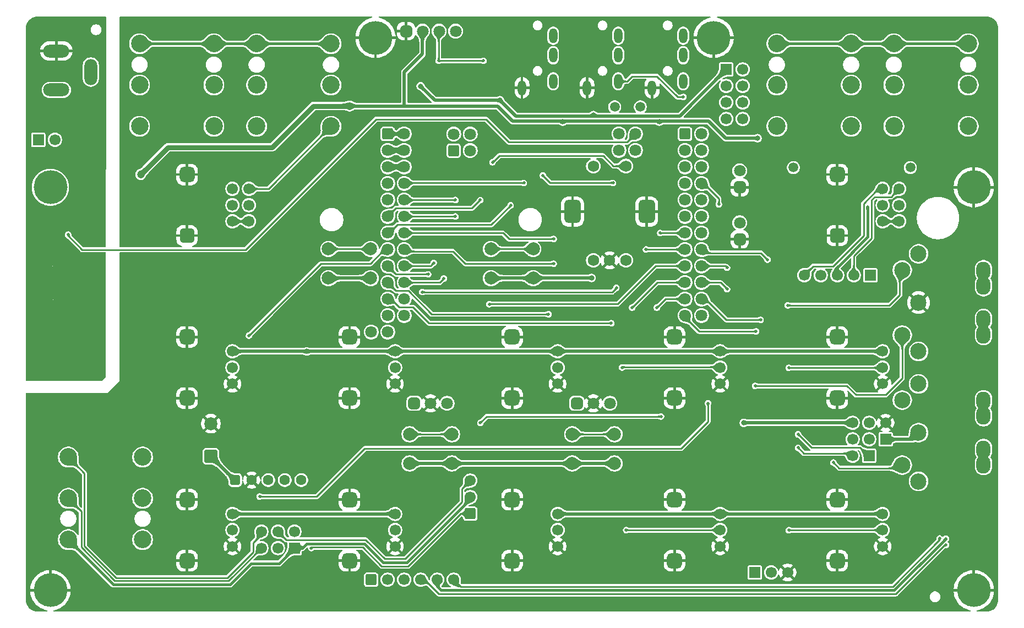
<source format=gbr>
%TF.GenerationSoftware,KiCad,Pcbnew,9.0.6-9.0.6~ubuntu24.04.1*%
%TF.CreationDate,2025-11-19T23:07:58+08:00*%
%TF.ProjectId,ksoloti_gills,6b736f6c-6f74-4695-9f67-696c6c732e6b,v0.6*%
%TF.SameCoordinates,Original*%
%TF.FileFunction,Copper,L2,Bot*%
%TF.FilePolarity,Positive*%
%FSLAX46Y46*%
G04 Gerber Fmt 4.6, Leading zero omitted, Abs format (unit mm)*
G04 Created by KiCad (PCBNEW 9.0.6-9.0.6~ubuntu24.04.1) date 2025-11-19 23:07:58*
%MOMM*%
%LPD*%
G01*
G04 APERTURE LIST*
G04 Aperture macros list*
%AMRoundRect*
0 Rectangle with rounded corners*
0 $1 Rounding radius*
0 $2 $3 $4 $5 $6 $7 $8 $9 X,Y pos of 4 corners*
0 Add a 4 corners polygon primitive as box body*
4,1,4,$2,$3,$4,$5,$6,$7,$8,$9,$2,$3,0*
0 Add four circle primitives for the rounded corners*
1,1,$1+$1,$2,$3*
1,1,$1+$1,$4,$5*
1,1,$1+$1,$6,$7*
1,1,$1+$1,$8,$9*
0 Add four rect primitives between the rounded corners*
20,1,$1+$1,$2,$3,$4,$5,0*
20,1,$1+$1,$4,$5,$6,$7,0*
20,1,$1+$1,$6,$7,$8,$9,0*
20,1,$1+$1,$8,$9,$2,$3,0*%
G04 Aperture macros list end*
%TA.AperFunction,ComponentPad*%
%ADD10C,1.700000*%
%TD*%
%TA.AperFunction,ComponentPad*%
%ADD11RoundRect,0.575000X0.575000X0.575000X-0.575000X0.575000X-0.575000X-0.575000X0.575000X-0.575000X0*%
%TD*%
%TA.AperFunction,ComponentPad*%
%ADD12RoundRect,0.450000X-0.450000X-0.450000X0.450000X-0.450000X0.450000X0.450000X-0.450000X0.450000X0*%
%TD*%
%TA.AperFunction,ComponentPad*%
%ADD13C,1.800000*%
%TD*%
%TA.AperFunction,ComponentPad*%
%ADD14C,0.800000*%
%TD*%
%TA.AperFunction,ComponentPad*%
%ADD15C,5.200000*%
%TD*%
%TA.AperFunction,ComponentPad*%
%ADD16RoundRect,0.562500X0.562500X0.562500X-0.562500X0.562500X-0.562500X-0.562500X0.562500X-0.562500X0*%
%TD*%
%TA.AperFunction,ComponentPad*%
%ADD17R,1.700000X1.700000*%
%TD*%
%TA.AperFunction,ComponentPad*%
%ADD18C,2.000000*%
%TD*%
%TA.AperFunction,ComponentPad*%
%ADD19C,0.600000*%
%TD*%
%TA.AperFunction,SMDPad,CuDef*%
%ADD20R,2.950000X4.500000*%
%TD*%
%TA.AperFunction,ComponentPad*%
%ADD21O,1.300000X2.300000*%
%TD*%
%TA.AperFunction,ComponentPad*%
%ADD22RoundRect,0.400000X-0.400000X-0.400000X0.400000X-0.400000X0.400000X0.400000X-0.400000X0.400000X0*%
%TD*%
%TA.AperFunction,ComponentPad*%
%ADD23C,1.600000*%
%TD*%
%TA.AperFunction,ComponentPad*%
%ADD24RoundRect,0.450000X0.450000X-0.450000X0.450000X0.450000X-0.450000X0.450000X-0.450000X-0.450000X0*%
%TD*%
%TA.AperFunction,ComponentPad*%
%ADD25RoundRect,0.625000X-0.625000X-1.175000X0.625000X-1.175000X0.625000X1.175000X-0.625000X1.175000X0*%
%TD*%
%TA.AperFunction,ComponentPad*%
%ADD26C,1.750000*%
%TD*%
%TA.AperFunction,ComponentPad*%
%ADD27C,2.700000*%
%TD*%
%TA.AperFunction,ComponentPad*%
%ADD28RoundRect,0.250000X-0.600000X-0.600000X0.600000X-0.600000X0.600000X0.600000X-0.600000X0.600000X0*%
%TD*%
%TA.AperFunction,ComponentPad*%
%ADD29O,4.000000X2.000000*%
%TD*%
%TA.AperFunction,ComponentPad*%
%ADD30O,2.000000X4.000000*%
%TD*%
%TA.AperFunction,ComponentPad*%
%ADD31C,2.500000*%
%TD*%
%TA.AperFunction,ComponentPad*%
%ADD32O,2.200000X2.800000*%
%TD*%
%TA.AperFunction,ComponentPad*%
%ADD33C,1.500000*%
%TD*%
%TA.AperFunction,ComponentPad*%
%ADD34RoundRect,0.250000X0.600000X0.600000X-0.600000X0.600000X-0.600000X-0.600000X0.600000X-0.600000X0*%
%TD*%
%TA.AperFunction,ComponentPad*%
%ADD35RoundRect,0.250000X-0.600000X0.600000X-0.600000X-0.600000X0.600000X-0.600000X0.600000X0.600000X0*%
%TD*%
%TA.AperFunction,ComponentPad*%
%ADD36RoundRect,0.250000X0.750000X-0.750000X0.750000X0.750000X-0.750000X0.750000X-0.750000X-0.750000X0*%
%TD*%
%TA.AperFunction,ViaPad*%
%ADD37C,0.800000*%
%TD*%
%TA.AperFunction,ViaPad*%
%ADD38C,0.500000*%
%TD*%
%TA.AperFunction,ViaPad*%
%ADD39C,1.200000*%
%TD*%
%TA.AperFunction,Conductor*%
%ADD40C,0.250000*%
%TD*%
%TA.AperFunction,Conductor*%
%ADD41C,0.400000*%
%TD*%
%TA.AperFunction,Conductor*%
%ADD42C,0.500000*%
%TD*%
%TA.AperFunction,Conductor*%
%ADD43C,0.800000*%
%TD*%
%TA.AperFunction,Conductor*%
%ADD44C,0.600000*%
%TD*%
G04 APERTURE END LIST*
D10*
%TO.P,RV1,1,1*%
%TO.N,GND*%
X7000000Y-27500000D03*
%TO.P,RV1,2,2*%
%TO.N,Net-(R1-Pad1)*%
X7000000Y-25000000D03*
%TO.P,RV1,3,3*%
%TO.N,+3.3V*%
X7000000Y-22500000D03*
D11*
%TO.P,RV1,4,4*%
%TO.N,GND*%
X0Y-29700000D03*
X0Y-20300000D03*
%TD*%
D12*
%TO.P,LED3,1,A1*%
%TO.N,Net-(LED3-A1)*%
X34921800Y-30500000D03*
D13*
%TO.P,LED3,2,K*%
%TO.N,GND*%
X37461800Y-30500000D03*
%TO.P,LED3,3,A2*%
%TO.N,Net-(LED3-A2)*%
X40001800Y-30500000D03*
%TD*%
D14*
%TO.P,MH5,1,1*%
%TO.N,unconnected-(MH5-Pad1)_6*%
X-23118622Y2742000D03*
%TO.N,unconnected-(MH5-Pad1)_2*%
X-22504803Y4244603D03*
%TO.N,unconnected-(MH5-Pad1)*%
X-22504803Y1239397D03*
%TO.N,unconnected-(MH5-Pad1)_7*%
X-21002200Y4858422D03*
D15*
%TO.N,unconnected-(MH5-Pad1)_8*%
X-21002200Y2742000D03*
D14*
%TO.N,unconnected-(MH5-Pad1)_4*%
X-21002200Y625578D03*
%TO.N,unconnected-(MH5-Pad1)_5*%
X-19499597Y4244603D03*
%TO.N,unconnected-(MH5-Pad1)_1*%
X-19499597Y1239397D03*
%TO.N,unconnected-(MH5-Pad1)_3*%
X-18885778Y2742000D03*
%TD*%
D10*
%TO.P,RV4,1,1*%
%TO.N,GND*%
X82000000Y-27500000D03*
%TO.P,RV4,2,2*%
%TO.N,Net-(R4-Pad1)*%
X82000000Y-25000000D03*
%TO.P,RV4,3,3*%
%TO.N,+3.3V*%
X82000000Y-22500000D03*
D11*
%TO.P,RV4,4,4*%
%TO.N,GND*%
X75000000Y-29700000D03*
X75000000Y-20300000D03*
%TD*%
D12*
%TO.P,LED4,1,A1*%
%TO.N,Net-(LED4-A1)*%
X59950000Y-30500000D03*
D13*
%TO.P,LED4,2,K*%
%TO.N,GND*%
X62490000Y-30500000D03*
%TO.P,LED4,3,A2*%
%TO.N,Net-(LED4-A2)*%
X65030000Y-30500000D03*
%TD*%
D10*
%TO.P,RV2,1,1*%
%TO.N,GND*%
X32000000Y-27500000D03*
%TO.P,RV2,2,2*%
%TO.N,Net-(R2-Pad1)*%
X32000000Y-25000000D03*
%TO.P,RV2,3,3*%
%TO.N,+3.3V*%
X32000000Y-22500000D03*
D11*
%TO.P,RV2,4,4*%
%TO.N,GND*%
X25000000Y-29700000D03*
X25000000Y-20300000D03*
%TD*%
D10*
%TO.P,RV11,1,1*%
%TO.N,IN_SGND_PIN*%
X7000000Y-2500000D03*
%TO.P,RV11,2,2*%
%TO.N,IN_L_PIN*%
X7000000Y0D03*
%TO.P,RV11,3,3*%
%TO.N,Net-(JP2-B)*%
X7000000Y2500000D03*
%TO.P,RV11,4,4*%
%TO.N,IN_SGND_PIN*%
X9540000Y-2500000D03*
%TO.P,RV11,5,5*%
%TO.N,IN_R_PIN*%
X9540000Y0D03*
%TO.P,RV11,6,6*%
%TO.N,Net-(J4-PadT)*%
X9540000Y2500000D03*
D16*
%TO.P,RV11,7,7*%
%TO.N,GND*%
X0Y-4700000D03*
D11*
X0Y4700000D03*
%TD*%
D17*
%TO.P,J16,1,Pin_1*%
%TO.N,+3.3V*%
X82937800Y20858000D03*
D10*
%TO.P,J16,2,Pin_2*%
%TO.N,Net-(J16-Pin_2)*%
X85477800Y20858000D03*
%TO.P,J16,3,Pin_3*%
%TO.N,Net-(J16-Pin_3)*%
X82937800Y18318000D03*
%TO.P,J16,4,Pin_4*%
%TO.N,Net-(J16-Pin_2)*%
X85477800Y18318000D03*
%TO.P,J16,5,Pin_5*%
%TO.N,/cv_expansion/CV_IO1*%
X82937800Y15778000D03*
%TO.P,J16,6,Pin_6*%
%TO.N,/cv_expansion/CV_IO2*%
X85477800Y15778000D03*
%TO.P,J16,7,Pin_7*%
%TO.N,PA4_ADC4 {slash} DAC1 {slash} SPI_NSS*%
X82937800Y13238000D03*
%TO.P,J16,8,Pin_8*%
%TO.N,PA5_ADC5 {slash} DAC2 {slash} SPI_SCK*%
X85477800Y13238000D03*
%TD*%
D18*
%TO.P,SW1,1,1*%
%TO.N,+3.3V*%
X21750000Y-11250000D03*
%TO.P,SW1,2,2*%
X28250000Y-11250000D03*
%TO.P,SW1,3,3*%
%TO.N,Net-(R37-Pad1)*%
X21750000Y-6750000D03*
%TO.P,SW1,4,4*%
X28250000Y-6750000D03*
%TD*%
%TO.P,SW4,1,1*%
%TO.N,+3.3V*%
X59250000Y-39750000D03*
%TO.P,SW4,2,2*%
X65750000Y-39750000D03*
%TO.P,SW4,3,3*%
%TO.N,Net-(R13-Pad2)*%
X59250000Y-35250000D03*
%TO.P,SW4,4,4*%
X65750000Y-35250000D03*
%TD*%
D17*
%TO.P,J15,1,Pin_1*%
%TO.N,Net-(D4-A)*%
X104907000Y-38577000D03*
D10*
%TO.P,J15,2,Pin_2*%
%TO.N,Net-(D4-K)*%
X102367000Y-38577000D03*
%TO.P,J15,3,Pin_3*%
%TO.N,Net-(D4-A)*%
X104907000Y-36037000D03*
%TO.P,J15,4,Pin_4*%
%TO.N,Net-(D4-K)*%
X102367000Y-36037000D03*
%TO.P,J15,5,Pin_5*%
%TO.N,Net-(J15-Pin_5)*%
X104907000Y-33497000D03*
%TO.P,J15,6,Pin_6*%
%TO.N,+5V*%
X102367000Y-33497000D03*
%TD*%
D19*
%TO.P,U4,9,GNDPAD*%
%TO.N,GND1*%
X-18187359Y-13692340D03*
X-18187359Y-12492340D03*
X-18187359Y-11192340D03*
X-18187359Y-10092340D03*
D20*
X-18787359Y-11892340D03*
D19*
X-19387359Y-13692340D03*
X-19387359Y-12492340D03*
X-19387359Y-11192340D03*
X-19387359Y-10092340D03*
%TD*%
D18*
%TO.P,SW2,1,1*%
%TO.N,+3.3V*%
X46750000Y-11250000D03*
%TO.P,SW2,2,2*%
X53250000Y-11250000D03*
%TO.P,SW2,3,3*%
%TO.N,Net-(R12-Pad1)*%
X46750000Y-6750000D03*
%TO.P,SW2,4,4*%
X53250000Y-6750000D03*
%TD*%
D21*
%TO.P,J8,R1*%
%TO.N,Net-(J8-PadR1)*%
X66322800Y23042000D03*
%TO.P,J8,R2*%
%TO.N,unconnected-(J8-PadR2)*%
X66322800Y26042000D03*
%TO.P,J8,S*%
%TO.N,GND*%
X61522800Y18042000D03*
%TO.P,J8,T*%
%TO.N,Net-(J8-PadT)*%
X66322800Y19042000D03*
%TD*%
D10*
%TO.P,RV3,1,1*%
%TO.N,GND*%
X57000000Y-27500000D03*
%TO.P,RV3,2,2*%
%TO.N,Net-(R3-Pad1)*%
X57000000Y-25000000D03*
%TO.P,RV3,3,3*%
%TO.N,+3.3V*%
X57000000Y-22500000D03*
D11*
%TO.P,RV3,4,4*%
%TO.N,GND*%
X50000000Y-29700000D03*
X50000000Y-20300000D03*
%TD*%
D14*
%TO.P,MH6,1,1*%
%TO.N,GND*%
X-23118622Y-59258000D03*
X-22504803Y-57755397D03*
X-22504803Y-60760603D03*
X-21002200Y-57141578D03*
D15*
X-21002200Y-59258000D03*
D14*
X-21002200Y-61374422D03*
X-19499597Y-57755397D03*
X-19499597Y-60760603D03*
X-18885778Y-59258000D03*
%TD*%
D22*
%TO.P,M1,1,3V3*%
%TO.N,+3.3V*%
X7420000Y-42310000D03*
D23*
%TO.P,M1,2,GND*%
%TO.N,GND*%
X9960000Y-42310000D03*
%TO.P,M1,3,SEL*%
%TO.N,unconnected-(M1-SEL-Pad3)*%
X12500000Y-42310000D03*
%TO.P,M1,4,CLK*%
%TO.N,MEMS_CLK*%
X15040000Y-42310000D03*
%TO.P,M1,5,DAT*%
%TO.N,MEMS_DATA*%
X17580000Y-42310000D03*
%TD*%
D17*
%TO.P,J18,1,Pin_1*%
%TO.N,Net-(J18-Pin_1)*%
X107448800Y-36038000D03*
D10*
%TO.P,J18,2,Pin_2*%
%TO.N,GND*%
X107448800Y-33498000D03*
%TD*%
%TO.P,RV10,1,1*%
%TO.N,GND*%
X107000000Y-52500000D03*
%TO.P,RV10,2,2*%
%TO.N,Net-(R43-Pad1)*%
X107000000Y-50000000D03*
%TO.P,RV10,3,3*%
%TO.N,+3.3V*%
X107000000Y-47500000D03*
D11*
%TO.P,RV10,4,4*%
%TO.N,GND*%
X100000000Y-54700000D03*
X100000000Y-45300000D03*
%TD*%
D10*
%TO.P,RV9,1,1*%
%TO.N,GND*%
X82000000Y-52500000D03*
%TO.P,RV9,2,2*%
%TO.N,Net-(R42-Pad1)*%
X82000000Y-50000000D03*
%TO.P,RV9,3,3*%
%TO.N,+3.3V*%
X82000000Y-47500000D03*
D11*
%TO.P,RV9,4,4*%
%TO.N,GND*%
X75000000Y-54700000D03*
X75000000Y-45300000D03*
%TD*%
D21*
%TO.P,J9,R1*%
%TO.N,Net-(J9-PadR1)*%
X76322800Y23042000D03*
%TO.P,J9,R2*%
%TO.N,unconnected-(J9-PadR2)*%
X76322800Y26042000D03*
%TO.P,J9,S*%
%TO.N,GND*%
X71522800Y18042000D03*
%TO.P,J9,T*%
%TO.N,Net-(J9-PadT)*%
X76322800Y19042000D03*
%TD*%
D10*
%TO.P,RV6,1,1*%
%TO.N,GND*%
X7000000Y-52500000D03*
%TO.P,RV6,2,2*%
%TO.N,Net-(R6-Pad1)*%
X7000000Y-50000000D03*
%TO.P,RV6,3,3*%
%TO.N,+3.3V*%
X7000000Y-47500000D03*
D11*
%TO.P,RV6,4,4*%
%TO.N,GND*%
X0Y-54700000D03*
X0Y-45300000D03*
%TD*%
D21*
%TO.P,J17,R1*%
%TO.N,Net-(J17-PadR1)*%
X56322800Y23042000D03*
%TO.P,J17,R2*%
%TO.N,unconnected-(J17-PadR2)*%
X56322800Y26042000D03*
%TO.P,J17,S*%
%TO.N,GND*%
X51522800Y18042000D03*
%TO.P,J17,T*%
%TO.N,Net-(J17-PadT)*%
X56322800Y19042000D03*
%TD*%
D14*
%TO.P,MH4,1,1*%
%TO.N,GND*%
X78881378Y25742000D03*
X79495197Y27244603D03*
X79495197Y24239397D03*
X80997800Y27858422D03*
D15*
X80997800Y25742000D03*
D14*
X80997800Y23625578D03*
X82500403Y27244603D03*
X82500403Y24239397D03*
X83114222Y25742000D03*
%TD*%
%TO.P,MH8,1,1*%
%TO.N,GND*%
X118881378Y2742000D03*
X119495197Y4244603D03*
X119495197Y1239397D03*
X120997800Y4858422D03*
D15*
X120997800Y2742000D03*
D14*
X120997800Y625578D03*
X122500403Y4244603D03*
X122500403Y1239397D03*
X123114222Y2742000D03*
%TD*%
D10*
%TO.P,RV12,1,1*%
%TO.N,OUT_SGND_PIN*%
X107000000Y-2500000D03*
%TO.P,RV12,2,2*%
%TO.N,Net-(R23-Pad1)*%
X107000000Y0D03*
%TO.P,RV12,3,3*%
%TO.N,OUT_L_PIN*%
X107000000Y2500000D03*
%TO.P,RV12,4,4*%
%TO.N,OUT_SGND_PIN*%
X109540000Y-2500000D03*
%TO.P,RV12,5,5*%
%TO.N,Net-(R33-Pad1)*%
X109540000Y0D03*
%TO.P,RV12,6,6*%
%TO.N,OUT_R_PIN*%
X109540000Y2500000D03*
D16*
%TO.P,RV12,7,7*%
%TO.N,GND*%
X100000000Y-4700000D03*
D11*
X100000000Y4700000D03*
%TD*%
D24*
%TO.P,LED2,1,K*%
%TO.N,GND*%
X85000000Y-5270000D03*
D13*
%TO.P,LED2,2,A*%
%TO.N,Net-(LED2-A)*%
X85000000Y-2730000D03*
%TD*%
D14*
%TO.P,MH7,1,1*%
%TO.N,GND*%
X118881378Y-59258000D03*
X119495197Y-57755397D03*
X119495197Y-60760603D03*
X120997800Y-57141578D03*
D15*
X120997800Y-59258000D03*
D14*
X120997800Y-61374422D03*
X122500403Y-57755397D03*
X122500403Y-60760603D03*
X123114222Y-59258000D03*
%TD*%
D25*
%TO.P,ENC1,1,1*%
%TO.N,GND*%
X59300000Y-1000000D03*
X70700000Y-1000000D03*
D26*
%TO.P,ENC1,A,A*%
%TO.N,Net-(ENC1-PadA)*%
X62500000Y-8500000D03*
%TO.P,ENC1,B,B*%
%TO.N,Net-(ENC1-PadB)*%
X67500000Y-8500000D03*
%TO.P,ENC1,C,C*%
%TO.N,GND*%
X65000000Y-8500000D03*
%TO.P,ENC1,S1,S1*%
%TO.N,+3.3V*%
X62500000Y6000000D03*
%TO.P,ENC1,S2,S2*%
%TO.N,Net-(ENC1-PadS2)*%
X67500000Y6000000D03*
%TD*%
D10*
%TO.P,RV7,1,1*%
%TO.N,GND*%
X32000000Y-52500000D03*
%TO.P,RV7,2,2*%
%TO.N,Net-(R7-Pad1)*%
X32000000Y-50000000D03*
%TO.P,RV7,3,3*%
%TO.N,+3.3V*%
X32000000Y-47500000D03*
D11*
%TO.P,RV7,4,4*%
%TO.N,GND*%
X25000000Y-54700000D03*
X25000000Y-45300000D03*
%TD*%
D18*
%TO.P,SW3,1,1*%
%TO.N,+3.3V*%
X34250000Y-39750000D03*
%TO.P,SW3,2,2*%
X40750000Y-39750000D03*
%TO.P,SW3,3,3*%
%TO.N,Net-(R17-Pad1)*%
X34250000Y-35250000D03*
%TO.P,SW3,4,4*%
X40750000Y-35250000D03*
%TD*%
D10*
%TO.P,RV5,1,1*%
%TO.N,GND*%
X107000000Y-27500000D03*
%TO.P,RV5,2,2*%
%TO.N,Net-(R5-Pad1)*%
X107000000Y-25000000D03*
%TO.P,RV5,3,3*%
%TO.N,+3.3V*%
X107000000Y-22500000D03*
D11*
%TO.P,RV5,4,4*%
%TO.N,GND*%
X100000000Y-29700000D03*
X100000000Y-20300000D03*
%TD*%
D14*
%TO.P,MH1,1,1*%
%TO.N,GND*%
X26881378Y25742000D03*
X27495197Y27244603D03*
X27495197Y24239397D03*
X28997800Y27858422D03*
D15*
X28997800Y25742000D03*
D14*
X28997800Y23625578D03*
X30500403Y27244603D03*
X30500403Y24239397D03*
X31114222Y25742000D03*
%TD*%
D10*
%TO.P,RV8,1,1*%
%TO.N,GND*%
X57000000Y-52500000D03*
%TO.P,RV8,2,2*%
%TO.N,Net-(R8-Pad1)*%
X57000000Y-50000000D03*
%TO.P,RV8,3,3*%
%TO.N,+3.3V*%
X57000000Y-47500000D03*
D11*
%TO.P,RV8,4,4*%
%TO.N,GND*%
X50000000Y-54700000D03*
X50000000Y-45300000D03*
%TD*%
D17*
%TO.P,J2,1,Pin_1*%
%TO.N,Net-(D1-A)*%
X-22860000Y10049000D03*
D10*
%TO.P,J2,2,Pin_2*%
X-20320000Y10049000D03*
%TD*%
D24*
%TO.P,OLED1,1,GND*%
%TO.N,GND*%
X33690000Y26750000D03*
D13*
%TO.P,OLED1,2,VIN*%
%TO.N,+5V*%
X36230000Y26750000D03*
%TO.P,OLED1,3,SCL*%
%TO.N,PB8_GPDIO*%
X38770000Y26750000D03*
%TO.P,OLED1,4,SDA*%
%TO.N,PB9_GPDIO*%
X41310000Y26750000D03*
%TD*%
D24*
%TO.P,LED1,1,K*%
%TO.N,GND*%
X85000000Y2730000D03*
D13*
%TO.P,LED1,2,A*%
%TO.N,Net-(LED1-A)*%
X85000000Y5270000D03*
%TD*%
D17*
%TO.P,J19,1,Pin_1*%
%TO.N,OUT_R_PIN*%
X105080000Y-10795000D03*
D10*
%TO.P,J19,2,Pin_2*%
X102540000Y-10795000D03*
%TO.P,J19,3,Pin_3*%
%TO.N,OUT_SGND_PIN*%
X100000000Y-10795000D03*
%TO.P,J19,4,Pin_4*%
%TO.N,OUT_L_PIN*%
X97460000Y-10795000D03*
%TO.P,J19,5,Pin_5*%
X94920000Y-10795000D03*
%TD*%
D27*
%TO.P,J4,R*%
%TO.N,unconnected-(J4-PadR)*%
X22146800Y18466000D03*
%TO.P,J4,RN*%
%TO.N,unconnected-(J4-PadRN)*%
X10716800Y18466000D03*
%TO.P,J4,S*%
%TO.N,IN_SGND_PIN*%
X22146800Y24816000D03*
%TO.P,J4,SN*%
X10716800Y24816000D03*
%TO.P,J4,T*%
%TO.N,Net-(J4-PadT)*%
X22146800Y12116000D03*
%TO.P,J4,TN*%
%TO.N,Net-(JP2-A)*%
X10716800Y12116000D03*
%TD*%
D13*
%TO.P,H2_P21,1,Pin_1*%
%TO.N,unconnected-(H2_P21-Pin_1-Pad1)*%
X66427800Y8412000D03*
%TD*%
%TO.P,H1_P12,1,Pin_1*%
%TO.N,PB4_GPDIO*%
X33407800Y-1748000D03*
%TD*%
%TO.P,H3_P2,1,Pin_1*%
%TO.N,unconnected-(H3_P2-Pin_1-Pad1)*%
X79127800Y10952000D03*
%TD*%
%TO.P,H1_P13,1,Pin_1*%
%TO.N,PA9_GPDIO*%
X30867800Y-4288000D03*
%TD*%
%TO.P,H3_P4,1,Pin_1*%
%TO.N,unconnected-(H3_P4-Pin_1-Pad1)*%
X79127800Y8412000D03*
%TD*%
%TO.P,H1_P22,1,Pin_1*%
%TO.N,PC1_ADC10*%
X33407800Y-14448000D03*
%TD*%
%TO.P,H3_P17,1,Pin_1*%
%TO.N,PB0_ADC8*%
X76587800Y-9368000D03*
%TD*%
%TO.P,H3_P19,1,Pin_1*%
%TO.N,PB1_ADC9*%
X76587800Y-11908000D03*
%TD*%
D28*
%TO.P,J13,1,Pin_1*%
%TO.N,RHP*%
X43567800Y-47468000D03*
D10*
%TO.P,J13,2,Pin_2*%
%TO.N,MONOOUT*%
X43567800Y-44928000D03*
%TO.P,J13,3,Pin_3*%
%TO.N,LHP*%
X43567800Y-42388000D03*
%TD*%
D29*
%TO.P,J1,1*%
%TO.N,Net-(D1-A)*%
X-20082200Y17710060D03*
%TO.P,J1,2*%
%TO.N,GND1*%
X-20082200Y23712080D03*
D30*
%TO.P,J1,3*%
%TO.N,unconnected-(J1-Pad3)*%
X-14781220Y20460880D03*
%TD*%
D13*
%TO.P,H6_P1,1,Pin_1*%
%TO.N,MEMS_DATA*%
X28327800Y-19528000D03*
%TD*%
%TO.P,H3_P22,1,Pin_1*%
%TO.N,PA6_ADC6 {slash} SPI_MISO*%
X79127800Y-14448000D03*
%TD*%
D27*
%TO.P,J7,R*%
%TO.N,RHP*%
X-18252200Y-45108000D03*
%TO.P,J7,RN*%
%TO.N,unconnected-(J7-PadRN)*%
X-6822200Y-45108000D03*
%TO.P,J7,S*%
%TO.N,MONOOUT*%
X-18252200Y-51458000D03*
%TO.P,J7,SN*%
%TO.N,unconnected-(J7-PadSN)*%
X-6822200Y-51458000D03*
%TO.P,J7,T*%
%TO.N,LHP*%
X-18252200Y-38758000D03*
%TO.P,J7,TN*%
%TO.N,unconnected-(J7-PadTN)*%
X-6822200Y-38758000D03*
%TD*%
D13*
%TO.P,H3_P15,1,Pin_1*%
%TO.N,PB13_GPDIO*%
X76587800Y-6828000D03*
%TD*%
D31*
%TO.P,J10,1*%
%TO.N,unconnected-(J10-Pad1)*%
X112501800Y-22500000D03*
%TO.P,J10,2*%
%TO.N,GND*%
X112501800Y-15000000D03*
%TO.P,J10,3*%
%TO.N,unconnected-(J10-Pad3)*%
X112501800Y-7500000D03*
%TO.P,J10,4*%
%TO.N,Net-(J10-Pad4)*%
X110001800Y-20000000D03*
%TO.P,J10,5*%
%TO.N,Net-(J10-Pad5)*%
X110001800Y-10000000D03*
D32*
%TO.P,J10,6*%
%TO.N,N/C*%
X122501800Y-10100000D03*
X122501800Y-12400000D03*
X122501800Y-17600000D03*
X122501800Y-19900000D03*
%TD*%
D13*
%TO.P,H3_P23,1,Pin_1*%
%TO.N,PC5_ADC12*%
X76587800Y-16988000D03*
%TD*%
%TO.P,H3_P16,1,Pin_1*%
%TO.N,MIDI_TX_P5*%
X79127800Y-6828000D03*
%TD*%
%TO.P,H1_P17,1,Pin_1*%
%TO.N,PA1_ADC1*%
X30867800Y-9368000D03*
%TD*%
%TO.P,H3_P8,1,Pin_1*%
%TO.N,PC6_RED_LED*%
X79127800Y3332000D03*
%TD*%
%TO.P,H3_P14,1,Pin_1*%
%TO.N,unconnected-(H3_P14-Pin_1-Pad1)*%
X79127800Y-4288000D03*
%TD*%
%TO.P,H1_P23,1,Pin_1*%
%TO.N,unconnected-(H1_P23-Pin_1-Pad1)*%
X30867800Y-16988000D03*
%TD*%
%TO.P,H2_P23,1,Pin_1*%
%TO.N,unconnected-(H2_P23-Pin_1-Pad1)*%
X68967800Y8412000D03*
%TD*%
D17*
%TO.P,J14,1,Pin_1*%
%TO.N,MONOOUT*%
X16526376Y-52762278D03*
D10*
%TO.P,J14,2,Pin_2*%
X16526376Y-50222278D03*
%TO.P,J14,3,Pin_3*%
%TO.N,RHP*%
X13986376Y-52762278D03*
%TO.P,J14,4,Pin_4*%
%TO.N,LHP*%
X13986376Y-50222278D03*
%TO.P,J14,5,Pin_5*%
%TO.N,RHP*%
X11446376Y-52762278D03*
%TO.P,J14,6,Pin_6*%
%TO.N,LHP*%
X11446376Y-50222278D03*
%TD*%
D33*
%TO.P,TP2,1,1*%
%TO.N,Net-(R24-Pad1)*%
X111252000Y5766000D03*
%TD*%
D13*
%TO.P,H3_P11,1,Pin_1*%
%TO.N,unconnected-(H3_P11-Pin_1-Pad1)*%
X76587800Y-1748000D03*
%TD*%
%TO.P,H2_P22,1,Pin_1*%
%TO.N,unconnected-(H2_P22-Pin_1-Pad1)*%
X66427800Y10952000D03*
%TD*%
%TO.P,H1_P18,1,Pin_1*%
%TO.N,PB8_GPDIO*%
X33407800Y-9368000D03*
%TD*%
D34*
%TO.P,H3_P1,1,Pin_1*%
%TO.N,unconnected-(H3_P1-Pin_1-Pad1)*%
X76587800Y10952000D03*
%TD*%
D13*
%TO.P,H3_P24,1,Pin_1*%
%TO.N,PA7_ADC7 {slash} SPI_MOSI*%
X79127800Y-16988000D03*
%TD*%
%TO.P,H2_P3,1,Pin_1*%
%TO.N,PF6_GPDIO*%
X43561000Y8382000D03*
%TD*%
D33*
%TO.P,TP1,1,1*%
%TO.N,Net-(R22-Pad1)*%
X93257800Y5766000D03*
%TD*%
D13*
%TO.P,H1_P7,1,Pin_1*%
%TO.N,unconnected-(H1_P7-Pin_1-Pad1)*%
X30867800Y3332000D03*
%TD*%
%TO.P,H3_P5,1,Pin_1*%
%TO.N,unconnected-(H3_P5-Pin_1-Pad1)*%
X76587800Y5872000D03*
%TD*%
%TO.P,H3_P20,1,Pin_1*%
%TO.N,PA5_ADC5 {slash} DAC2 {slash} SPI_SCK*%
X79127800Y-11908000D03*
%TD*%
%TO.P,H3_P21,1,Pin_1*%
%TO.N,PC4_ADC11*%
X76587800Y-14448000D03*
%TD*%
D27*
%TO.P,J6,R*%
%TO.N,Net-(J6-PadR)*%
X120147800Y18466000D03*
%TO.P,J6,RN*%
%TO.N,unconnected-(J6-PadRN)*%
X108717800Y18466000D03*
%TO.P,J6,S*%
%TO.N,OUT_SGND_PIN*%
X120147800Y24816000D03*
%TO.P,J6,SN*%
X108717800Y24816000D03*
%TO.P,J6,T*%
%TO.N,Net-(J6-PadT)*%
X120147800Y12116000D03*
%TO.P,J6,TN*%
%TO.N,unconnected-(J6-PadTN)*%
X108717800Y12116000D03*
%TD*%
D13*
%TO.P,H6_P2,1,Pin_1*%
%TO.N,MEMS_CLK*%
X30867800Y-19528000D03*
%TD*%
%TO.P,H1_P21,1,Pin_1*%
%TO.N,PA3_ADC3 {slash} UART_RX*%
X30867800Y-14448000D03*
%TD*%
D35*
%TO.P,J12,1,Pin_1*%
%TO.N,IN_L_PIN*%
X28327800Y-57628000D03*
D10*
%TO.P,J12,2,Pin_2*%
%TO.N,IN_SGND_PIN*%
X30867800Y-57628000D03*
%TO.P,J12,3,Pin_3*%
%TO.N,IN_R_PIN*%
X33407800Y-57628000D03*
%TO.P,J12,4,Pin_4*%
%TO.N,OUT_R_PIN*%
X35947800Y-57628000D03*
%TO.P,J12,5,Pin_5*%
%TO.N,OUT_SGND_PIN*%
X38487800Y-57628000D03*
%TO.P,J12,6,Pin_6*%
%TO.N,OUT_L_PIN*%
X41027800Y-57628000D03*
%TD*%
D13*
%TO.P,H1_P2,1,Pin_1*%
%TO.N,Net-(H1_P1-Pin_1)*%
X33407800Y10952000D03*
%TD*%
%TO.P,H1_P19,1,Pin_1*%
%TO.N,PA2_ADC2 {slash} UART_TX*%
X30867800Y-11908000D03*
%TD*%
%TO.P,H1_P9,1,Pin_1*%
%TO.N,PB5_BOOT0_S1*%
X30867800Y792000D03*
%TD*%
%TO.P,H1_P11,1,Pin_1*%
%TO.N,PA10_S2*%
X30867800Y-1748000D03*
%TD*%
%TO.P,H3_P3,1,Pin_1*%
%TO.N,unconnected-(H3_P3-Pin_1-Pad1)*%
X76587800Y8412000D03*
%TD*%
D33*
%TO.P,TP4,1,1*%
%TO.N,Net-(R59-Pad2)*%
X69723000Y15113000D03*
%TD*%
D13*
%TO.P,H1_P10,1,Pin_1*%
%TO.N,PB3_GPDIO*%
X33407800Y792000D03*
%TD*%
D27*
%TO.P,J3,R*%
%TO.N,unconnected-(J3-PadR)*%
X4146800Y18466000D03*
%TO.P,J3,RN*%
%TO.N,unconnected-(J3-PadRN)*%
X-7283200Y18466000D03*
%TO.P,J3,S*%
%TO.N,IN_SGND_PIN*%
X4146800Y24816000D03*
%TO.P,J3,SN*%
X-7283200Y24816000D03*
%TO.P,J3,T*%
%TO.N,Net-(JP2-B)*%
X4146800Y12116000D03*
%TO.P,J3,TN*%
%TO.N,unconnected-(J3-PadTN)*%
X-7283200Y12116000D03*
%TD*%
D13*
%TO.P,H1_P3,1,Pin_1*%
%TO.N,Net-(H1_P3-Pin_1)*%
X30867800Y8412000D03*
%TD*%
D17*
%TO.P,J20,1,Pin_1*%
%TO.N,+3.3V*%
X87300000Y-56515000D03*
D10*
%TO.P,J20,2,Pin_2*%
%TO.N,+5V*%
X89840000Y-56515000D03*
%TO.P,J20,3,Pin_3*%
%TO.N,GND*%
X92380000Y-56515000D03*
%TD*%
D13*
%TO.P,H2_P24,1,Pin_1*%
%TO.N,VBUS_END*%
X68967800Y10952000D03*
%TD*%
%TO.P,H2_P2,1,Pin_1*%
%TO.N,PF9_GPDIO*%
X41021000Y10922000D03*
%TD*%
%TO.P,H3_P10,1,Pin_1*%
%TO.N,PG6_GREEN_LED*%
X79127800Y792000D03*
%TD*%
%TO.P,H1_P8,1,Pin_1*%
%TO.N,PC7_GPDIO*%
X33407800Y3332000D03*
%TD*%
D33*
%TO.P,TP3,1,1*%
%TO.N,Net-(R58-Pad2)*%
X65786000Y15113000D03*
%TD*%
D13*
%TO.P,H3_P18,1,Pin_1*%
%TO.N,PA4_ADC4 {slash} DAC1 {slash} SPI_NSS*%
X79127800Y-9368000D03*
%TD*%
%TO.P,H3_P7,1,Pin_1*%
%TO.N,PG9_USART6_RX*%
X76587800Y3332000D03*
%TD*%
%TO.P,H3_P12,1,Pin_1*%
%TO.N,unconnected-(H3_P12-Pin_1-Pad1)*%
X79127800Y-1748000D03*
%TD*%
D36*
%TO.P,C53,1*%
%TO.N,+3.3V*%
X3683000Y-38628000D03*
D18*
%TO.P,C53,2*%
%TO.N,GND*%
X3683000Y-33628000D03*
%TD*%
D13*
%TO.P,H1_P15,1,Pin_1*%
%TO.N,PA0_ADC0*%
X30867800Y-6828000D03*
%TD*%
D31*
%TO.P,J11,1*%
%TO.N,unconnected-(J11-Pad1)*%
X112501800Y-42500000D03*
%TO.P,J11,2*%
%TO.N,Net-(J18-Pin_1)*%
X112501800Y-35000000D03*
%TO.P,J11,3*%
%TO.N,unconnected-(J11-Pad3)*%
X112501800Y-27500000D03*
%TO.P,J11,4*%
%TO.N,Net-(J11-Pad4)*%
X110001800Y-40000000D03*
%TO.P,J11,5*%
%TO.N,Net-(D4-A)*%
X110001800Y-30000000D03*
D32*
%TO.P,J11,6*%
%TO.N,N/C*%
X122501800Y-30100000D03*
X122501800Y-32400000D03*
X122501800Y-37600000D03*
X122501800Y-39900000D03*
%TD*%
D13*
%TO.P,H2_P4,1,Pin_1*%
%TO.N,PF7_GPDIO*%
X43561000Y10922000D03*
%TD*%
%TO.P,H3_P9,1,Pin_1*%
%TO.N,unconnected-(H3_P9-Pin_1-Pad1)*%
X76587800Y792000D03*
%TD*%
%TO.P,H1_P6,1,Pin_1*%
%TO.N,Net-(H1_P5-Pin_1)*%
X33407800Y5872000D03*
%TD*%
%TO.P,H1_P20,1,Pin_1*%
%TO.N,PB9_GPDIO*%
X33407800Y-11908000D03*
%TD*%
%TO.P,H1_P4,1,Pin_1*%
%TO.N,Net-(H1_P3-Pin_1)*%
X33407800Y8412000D03*
%TD*%
%TO.P,H1_P24,1,Pin_1*%
%TO.N,unconnected-(H1_P24-Pin_1-Pad1)*%
X33407800Y-16988000D03*
%TD*%
D27*
%TO.P,J5,R*%
%TO.N,Net-(J5-PadR)*%
X102147800Y18466000D03*
%TO.P,J5,RN*%
%TO.N,unconnected-(J5-PadRN)*%
X90717800Y18466000D03*
%TO.P,J5,S*%
%TO.N,OUT_SGND_PIN*%
X102147800Y24816000D03*
%TO.P,J5,SN*%
X90717800Y24816000D03*
%TO.P,J5,T*%
%TO.N,Net-(J5-PadT)*%
X102147800Y12116000D03*
%TO.P,J5,TN*%
%TO.N,unconnected-(J5-PadTN)*%
X90717800Y12116000D03*
%TD*%
D13*
%TO.P,H3_P6,1,Pin_1*%
%TO.N,unconnected-(H3_P6-Pin_1-Pad1)*%
X79127800Y5872000D03*
%TD*%
%TO.P,H3_P13,1,Pin_1*%
%TO.N,PB12_GPDIO*%
X76587800Y-4288000D03*
%TD*%
D34*
%TO.P,H1_P1,1,Pin_1*%
%TO.N,Net-(H1_P1-Pin_1)*%
X30867800Y10952000D03*
%TD*%
%TO.P,H2_P1,1,Pin_1*%
%TO.N,PF8_GPDIO*%
X41021000Y8382000D03*
%TD*%
D13*
%TO.P,H1_P14,1,Pin_1*%
%TO.N,PB6_GPDIO*%
X33407800Y-4288000D03*
%TD*%
%TO.P,H1_P16,1,Pin_1*%
%TO.N,PB7_GPDIO*%
X33407800Y-6828000D03*
%TD*%
%TO.P,H1_P5,1,Pin_1*%
%TO.N,Net-(H1_P5-Pin_1)*%
X30867800Y5872000D03*
%TD*%
D37*
%TO.N,GND*%
X78997800Y-61258000D03*
X123497800Y17242000D03*
X18997800Y-61258000D03*
X123497800Y27742000D03*
X49997800Y27742000D03*
D38*
X35687000Y-1097500D03*
D37*
X33997800Y-61258000D03*
X63997800Y-61258000D03*
X-23502200Y-33758000D03*
X123497800Y22242000D03*
X110997800Y27742000D03*
X-6002200Y-61258000D03*
X3997800Y-61258000D03*
X38997800Y-61258000D03*
X-16002200Y-61258000D03*
X89000000Y-61258000D03*
X83997800Y-61258000D03*
D39*
X-5454200Y-13282100D03*
D37*
X123497800Y12242000D03*
D39*
X-5454200Y-8098000D03*
D37*
X8997800Y-61258000D03*
X997800Y27742000D03*
X58997800Y-61258000D03*
X-11002200Y-61258000D03*
X85997800Y27742000D03*
D39*
X-5461000Y-15621000D03*
D37*
X103997800Y-61258000D03*
X123497800Y-2758000D03*
X-23502200Y-53758000D03*
X15997800Y27742000D03*
X5997800Y27742000D03*
X115997800Y27742000D03*
D38*
X38735000Y14224000D03*
D37*
X123497800Y-43758000D03*
X59997800Y27742000D03*
X90997800Y27742000D03*
X53997800Y-61258000D03*
X123497800Y-23758000D03*
D38*
X35687000Y-2383000D03*
D37*
X105997800Y27742000D03*
X23997800Y-61258000D03*
X100997800Y27742000D03*
X13997800Y-61258000D03*
X-4002200Y27742000D03*
X123497800Y-53758000D03*
X94000000Y-61258000D03*
X95997800Y27742000D03*
D38*
X35687000Y157000D03*
D37*
X-23502200Y-43758000D03*
X-1002200Y-61258000D03*
X-23502200Y-48758000D03*
X-23502200Y-38758000D03*
X43997800Y-61258000D03*
X-9002200Y27742000D03*
X108997800Y-61258000D03*
X123497800Y-48758000D03*
X44997800Y27742000D03*
X73997800Y-61258000D03*
X123497800Y7242000D03*
X28997800Y-61258000D03*
X98997800Y-61258000D03*
X20997800Y27742000D03*
X48997800Y-61258000D03*
D39*
X-5454200Y-10693162D03*
D37*
X10997800Y27742000D03*
X68997800Y-61258000D03*
D38*
%TO.N,PA10_S2*%
X45098000Y775000D03*
%TO.N,OUT_SGND_PIN*%
X104668500Y-274500D03*
X116713000Y-51308000D03*
%TO.N,PC6_RED_LED*%
X81794800Y127000D03*
D37*
%TO.N,+3.3V*%
X62500000Y13843000D03*
X62226800Y-11204000D03*
X48133000Y16129500D03*
X18415000Y-22500000D03*
X35941000Y18288000D03*
D38*
%TO.N,Net-(R4-Pad1)*%
X66910000Y-24989000D03*
%TO.N,RHP*%
X19118250Y-52753500D03*
%TO.N,Net-(R5-Pad1)*%
X92545000Y-25029000D03*
%TO.N,OUT_R_PIN*%
X116721029Y-52275073D03*
%TO.N,OUT_L_PIN*%
X115753626Y-51292272D03*
%TO.N,Net-(D4-K)*%
X93986800Y-37322000D03*
%TO.N,Net-(D4-A)*%
X93986800Y-35256000D03*
%TO.N,PB3_GPDIO*%
X41289000Y778000D03*
%TO.N,PC7_GPDIO*%
X51812800Y3401000D03*
%TO.N,PB4_GPDIO*%
X41281800Y-1748000D03*
%TO.N,MIDI_TX_P5*%
X89281000Y-8382000D03*
%TO.N,PB6_GPDIO*%
X56388000Y-5207000D03*
%TO.N,PB7_GPDIO*%
X56388000Y-9017000D03*
%TO.N,PB8_GPDIO*%
X45593000Y22197000D03*
X37949800Y-8890000D03*
X38709200Y22197000D03*
%TO.N,PB9_GPDIO*%
X39497000Y-11303000D03*
%TO.N,PC1_ADC10*%
X66036800Y-12728000D03*
X36175800Y-13372000D03*
%TO.N,PA0_ADC0*%
X9525000Y-20066000D03*
%TO.N,PA1_ADC1*%
X37084000Y-10633000D03*
%TO.N,VBUS_END*%
X-18271200Y-4540000D03*
%TO.N,PA9_GPDIO*%
X49780800Y-28000D03*
%TO.N,PB13_GPDIO*%
X70582000Y-6828000D03*
%TO.N,PB12_GPDIO*%
X72898000Y-32512000D03*
X45117000Y-33496000D03*
X72771000Y-4302000D03*
%TO.N,PA3_ADC3 {slash} UART_RX*%
X65259000Y-18170400D03*
%TO.N,PA2_ADC2 {slash} UART_TX*%
X55582200Y-16798800D03*
%TO.N,PB1_ADC9*%
X68459800Y-15776000D03*
%TO.N,PA7_ADC7 {slash} SPI_MOSI*%
X80137000Y-30480000D03*
X11176000Y-44831000D03*
%TO.N,PB0_ADC8*%
X46482000Y-15240000D03*
%TO.N,PA6_ADC6 {slash} SPI_MISO*%
X88220000Y-17653000D03*
%TO.N,PC5_ADC12*%
X87503000Y-19431000D03*
%TO.N,PA5_ADC5 {slash} DAC2 {slash} SPI_SCK*%
X83058000Y-12924000D03*
%TO.N,PC4_ADC11*%
X72263000Y-15776000D03*
%TO.N,PA4_ADC4 {slash} DAC1 {slash} SPI_NSS*%
X83058000Y-9622000D03*
%TO.N,Net-(R42-Pad1)*%
X67545000Y-50000000D03*
%TO.N,Net-(R43-Pad1)*%
X92545000Y-50014000D03*
%TO.N,Net-(J10-Pad4)*%
X87376000Y-27813000D03*
D37*
%TO.N,+5V*%
X72644000Y12826000D03*
X57785000Y12826000D03*
X87757000Y10303000D03*
D39*
X-7112000Y4715000D03*
D37*
X85625800Y-33498000D03*
D39*
X25019000Y15240000D03*
D38*
%TO.N,Net-(J10-Pad5)*%
X92392000Y-15430000D03*
%TO.N,Net-(J11-Pad4)*%
X99415600Y-39608000D03*
%TO.N,Net-(J8-PadT)*%
X76327000Y16637000D03*
D37*
%TO.N,GND1*%
X-23502200Y17242000D03*
X-15336015Y-5415000D03*
X-23749000Y-1016000D03*
X-23502200Y27742000D03*
X-21809140Y-4161000D03*
X-16637000Y12827000D03*
X-18796000Y6604000D03*
X-12954000Y-24715000D03*
D39*
X-22412359Y-18242340D03*
D37*
X-18050359Y-7548340D03*
X-23502200Y22242000D03*
X-18502200Y27742000D03*
D38*
%TO.N,Net-(ENC1-PadB)*%
X65528800Y3401000D03*
X54733800Y4544000D03*
%TO.N,Net-(ENC1-PadS2)*%
X46986800Y6576000D03*
%TD*%
D40*
%TO.N,PA10_S2*%
X43840000Y-483000D02*
X45098000Y775000D01*
X43409000Y-483000D02*
X43840000Y-483000D01*
X43409000Y-483000D02*
X32132800Y-483000D01*
X32132800Y-483000D02*
X30867800Y-1748000D01*
D41*
%TO.N,OUT_SGND_PIN*%
X105410000Y24816000D02*
X102147800Y24816000D01*
X38487800Y-58643770D02*
X38487800Y-57628000D01*
X116713000Y-51308000D02*
X108769000Y-59252000D01*
X100000000Y-9563970D02*
X100000000Y-10795000D01*
X104668500Y-4895470D02*
X100000000Y-9563970D01*
X108717800Y24816000D02*
X120147800Y24816000D01*
X105410000Y24816000D02*
X108717800Y24816000D01*
X107000000Y-2500000D02*
X109540000Y-2500000D01*
X104668500Y-274500D02*
X104668500Y-4895470D01*
X39096030Y-59252000D02*
X38487800Y-58643770D01*
X102147800Y24816000D02*
X90717800Y24816000D01*
X108769000Y-59252000D02*
X39096030Y-59252000D01*
D40*
%TO.N,PC6_RED_LED*%
X81794800Y127000D02*
X81794800Y1014250D01*
X81794800Y1014250D02*
X79477050Y3332000D01*
D42*
%TO.N,+3.3V*%
X48133000Y16129500D02*
X38099500Y16129500D01*
X59250000Y-39750000D02*
X65750000Y-39750000D01*
X21750000Y-11250000D02*
X28250000Y-11250000D01*
X81603000Y-22479000D02*
X81624000Y-22500000D01*
X75795800Y13716000D02*
X82937800Y20858000D01*
X40750000Y-39750000D02*
X59250000Y-39750000D01*
X107000000Y-47500000D02*
X82000000Y-47500000D01*
X74099221Y13717000D02*
X74836523Y13717000D01*
X62226800Y-11204000D02*
X53296000Y-11204000D01*
X82000000Y-47500000D02*
X57000000Y-47500000D01*
X62373000Y13716000D02*
X62500000Y13843000D01*
X3683000Y-38654000D02*
X7339000Y-42310000D01*
X74098221Y13716000D02*
X74099221Y13717000D01*
X34250000Y-39750000D02*
X40750000Y-39750000D01*
X18415000Y-22500000D02*
X32000000Y-22500000D01*
X50546500Y13716000D02*
X62373000Y13716000D01*
X74837523Y13716000D02*
X75795800Y13716000D01*
X32000000Y-22500000D02*
X32021000Y-22479000D01*
X62500000Y13843000D02*
X62627000Y13716000D01*
X48133000Y16129500D02*
X50546500Y13716000D01*
X32000000Y-47500000D02*
X7000000Y-47500000D01*
X46750000Y-11250000D02*
X53250000Y-11250000D01*
X32021000Y-22479000D02*
X56979000Y-22479000D01*
X57021000Y-22479000D02*
X81603000Y-22479000D01*
X62627000Y13716000D02*
X74098221Y13716000D01*
X53296000Y-11204000D02*
X53250000Y-11250000D01*
X74836523Y13717000D02*
X74837523Y13716000D01*
X7000000Y-22500000D02*
X18415000Y-22500000D01*
X82000000Y-22500000D02*
X107000000Y-22500000D01*
X38099500Y16129500D02*
X35941000Y18288000D01*
D40*
%TO.N,Net-(R4-Pad1)*%
X67007000Y-24892000D02*
X81892000Y-24892000D01*
X66910000Y-24989000D02*
X67007000Y-24892000D01*
%TO.N,RHP*%
X11446376Y-52762278D02*
X6405654Y-57803000D01*
X29951593Y-55559000D02*
X34011245Y-55559000D01*
X27022593Y-52630000D02*
X29951593Y-55559000D01*
X-16262200Y-47128000D02*
X-18282200Y-45108000D01*
X42102244Y-47468000D02*
X43408800Y-47468000D01*
X19118250Y-52753500D02*
X19241750Y-52630000D01*
X-11108170Y-57803000D02*
X-16262200Y-52648970D01*
X6405654Y-57803000D02*
X-11108170Y-57803000D01*
X19241750Y-52630000D02*
X27022593Y-52630000D01*
X-16262200Y-52648970D02*
X-16262200Y-47128000D01*
X34011245Y-55559000D02*
X42102244Y-47468000D01*
%TO.N,Net-(R5-Pad1)*%
X92545000Y-25029000D02*
X106971000Y-25029000D01*
%TO.N,OUT_R_PIN*%
X102540000Y-7823000D02*
X105283500Y-5079500D01*
X38735000Y-59817000D02*
X36546000Y-57628000D01*
X36546000Y-57628000D02*
X35947800Y-57628000D01*
X105283500Y783500D02*
X105759030Y1259030D01*
X109003030Y-59817000D02*
X38735000Y-59817000D01*
X108299030Y1259030D02*
X109540000Y2500000D01*
X102540000Y-10795000D02*
X102540000Y-7823000D01*
X105283500Y-5079500D02*
X105283500Y783500D01*
X116721029Y-52275073D02*
X116544957Y-52275073D01*
X105759030Y1259030D02*
X108299030Y1259030D01*
X116544957Y-52275073D02*
X109003030Y-59817000D01*
D41*
%TO.N,IN_SGND_PIN*%
X7000000Y-2500000D02*
X9540000Y-2500000D01*
X4146800Y24816000D02*
X-7283200Y24816000D01*
X10716800Y24816000D02*
X22146800Y24816000D01*
X4146800Y24816000D02*
X10716800Y24816000D01*
D40*
%TO.N,OUT_L_PIN*%
X104053500Y246464D02*
X106307036Y2500000D01*
X108534970Y-58687000D02*
X42086800Y-58687000D01*
X96317000Y-9398000D02*
X99366940Y-9398000D01*
X115753626Y-51468344D02*
X108534970Y-58687000D01*
X115753626Y-51292272D02*
X115753626Y-51468344D01*
X104053500Y-4711440D02*
X104053500Y246464D01*
X99366940Y-9398000D02*
X104053500Y-4711440D01*
X94920000Y-10795000D02*
X96317000Y-9398000D01*
X106307036Y2500000D02*
X107000000Y2500000D01*
X42086800Y-58687000D02*
X41027800Y-57628000D01*
%TO.N,Net-(D4-K)*%
X93986800Y-37322000D02*
X94875800Y-38211000D01*
X94875800Y-38211000D02*
X102001000Y-38211000D01*
%TO.N,Net-(D4-A)*%
X96052800Y-37322000D02*
X103505000Y-37322000D01*
X103505000Y-37322000D02*
X104760000Y-38577000D01*
X93986800Y-35256000D02*
X96052800Y-37322000D01*
D42*
%TO.N,Net-(H1_P1-Pin_1)*%
X30867800Y10952000D02*
X33407800Y10952000D01*
D41*
%TO.N,MONOOUT*%
X43789800Y-44980000D02*
X33776800Y-54993000D01*
X18437000Y-52064000D02*
X17738722Y-52762278D01*
X-11342201Y-58368000D02*
X-18252200Y-51458000D01*
X14170654Y-55118000D02*
X9889684Y-55118000D01*
X17738722Y-52762278D02*
X16526376Y-52762278D01*
X16526376Y-52762278D02*
X14170654Y-55118000D01*
X9889684Y-55118000D02*
X6639684Y-58368000D01*
X30186037Y-54993000D02*
X27257037Y-52064000D01*
X6639684Y-58368000D02*
X-11342201Y-58368000D01*
X33776800Y-54993000D02*
X30186037Y-54993000D01*
X27257037Y-52064000D02*
X18437000Y-52064000D01*
X43789800Y-44928000D02*
X43789800Y-44980000D01*
D40*
%TO.N,LHP*%
X10160000Y-53355690D02*
X6202690Y-57313000D01*
X15263098Y-51499000D02*
X13986376Y-50222278D01*
X27491481Y-51498000D02*
X18202555Y-51498000D01*
X43567800Y-42388000D02*
X42279800Y-43676000D01*
X18202555Y-51498000D02*
X18201555Y-51499000D01*
X11446376Y-50649424D02*
X10160000Y-51935800D01*
X-15772200Y-52446006D02*
X-15772200Y-41268000D01*
X42279800Y-45689556D02*
X33542356Y-54427000D01*
X6202690Y-57313000D02*
X-10905206Y-57313000D01*
X30420481Y-54427000D02*
X27491481Y-51498000D01*
X42279800Y-43676000D02*
X42279800Y-45689556D01*
X-15772200Y-41268000D02*
X-18282200Y-38758000D01*
X18201555Y-51499000D02*
X15263098Y-51499000D01*
X10160000Y-51935800D02*
X10160000Y-53355690D01*
X-10905206Y-57313000D02*
X-15772200Y-52446006D01*
X33542356Y-54427000D02*
X30420481Y-54427000D01*
%TO.N,PB3_GPDIO*%
X41289000Y778000D02*
X33421800Y778000D01*
%TO.N,PC7_GPDIO*%
X33476800Y3401000D02*
X33407800Y3332000D01*
X33504800Y3429000D02*
X33407800Y3332000D01*
X51812800Y3401000D02*
X33476800Y3401000D01*
%TO.N,PB4_GPDIO*%
X41281800Y-1748000D02*
X33407800Y-1748000D01*
%TO.N,MIDI_TX_P5*%
X88265000Y-7366000D02*
X79665800Y-7366000D01*
X79665800Y-7366000D02*
X79395800Y-7096000D01*
X89281000Y-8382000D02*
X88265000Y-7366000D01*
D43*
%TO.N,Net-(H1_P3-Pin_1)*%
X30867800Y8412000D02*
X33407800Y8412000D01*
D40*
%TO.N,PB6_GPDIO*%
X49530000Y-5207000D02*
X48611000Y-4288000D01*
X56388000Y-5207000D02*
X49530000Y-5207000D01*
X48611000Y-4288000D02*
X33407800Y-4288000D01*
%TO.N,PB7_GPDIO*%
X42799000Y-9017000D02*
X40894000Y-7112000D01*
X33691800Y-7112000D02*
X33407800Y-6828000D01*
X56388000Y-9017000D02*
X42799000Y-9017000D01*
X40894000Y-7112000D02*
X33691800Y-7112000D01*
%TO.N,PB8_GPDIO*%
X37949800Y-8890000D02*
X37471800Y-9368000D01*
X45593000Y22197000D02*
X38709200Y22197000D01*
X38709200Y22197000D02*
X38709200Y26689200D01*
X37471800Y-9368000D02*
X33407800Y-9368000D01*
%TO.N,PB9_GPDIO*%
X38871000Y-11929000D02*
X33428800Y-11929000D01*
X39497000Y-11303000D02*
X38871000Y-11929000D01*
%TO.N,PC1_ADC10*%
X66036800Y-12728000D02*
X65392800Y-13372000D01*
X65392800Y-13372000D02*
X36175800Y-13372000D01*
%TO.N,PA0_ADC0*%
X20574000Y-9017000D02*
X28194000Y-9017000D01*
X9525000Y-20066000D02*
X20574000Y-9017000D01*
X30383000Y-6828000D02*
X30867800Y-6828000D01*
X28194000Y-9017000D02*
X30383000Y-6828000D01*
%TO.N,PA1_ADC1*%
X37084000Y-10633000D02*
X32132800Y-10633000D01*
X32132800Y-10633000D02*
X30867800Y-9368000D01*
D43*
%TO.N,Net-(H1_P5-Pin_1)*%
X30867800Y5872000D02*
X33407800Y5872000D01*
D40*
%TO.N,VBUS_END*%
X-18271200Y-4715800D02*
X-16129000Y-6858000D01*
X-18271200Y-4540000D02*
X-18271200Y-4715800D01*
X49495000Y9687000D02*
X67702800Y9687000D01*
X45974000Y13208000D02*
X49495000Y9687000D01*
X-16129000Y-6858000D02*
X9017000Y-6858000D01*
X29083000Y13208000D02*
X45974000Y13208000D01*
X67702800Y9687000D02*
X68967800Y10952000D01*
X9017000Y-6858000D02*
X29083000Y13208000D01*
%TO.N,PA9_GPDIO*%
X46785800Y-3023000D02*
X32394000Y-3023000D01*
X32394000Y-3023000D02*
X31129000Y-4288000D01*
X49780800Y-28000D02*
X46785800Y-3023000D01*
%TO.N,PB13_GPDIO*%
X70582000Y-6828000D02*
X76587800Y-6828000D01*
%TO.N,PB12_GPDIO*%
X46101000Y-32512000D02*
X45117000Y-33496000D01*
X72898000Y-32512000D02*
X46101000Y-32512000D01*
X72771000Y-4302000D02*
X76573800Y-4302000D01*
%TO.N,PA3_ADC3 {slash} UART_RX*%
X37236400Y-18170400D02*
X34789000Y-15723000D01*
X34789000Y-15723000D02*
X32630000Y-15723000D01*
X32630000Y-15723000D02*
X31355000Y-14448000D01*
X65259000Y-18170400D02*
X37236400Y-18170400D01*
%TO.N,PA2_ADC2 {slash} UART_TX*%
X37653200Y-16798800D02*
X34037400Y-13183000D01*
X55582200Y-16798800D02*
X37653200Y-16798800D01*
X34037400Y-13183000D02*
X32142800Y-13183000D01*
X32142800Y-13183000D02*
X30867800Y-11908000D01*
%TO.N,PB1_ADC9*%
X72327800Y-11908000D02*
X76587800Y-11908000D01*
X68459800Y-15776000D02*
X72327800Y-11908000D01*
%TO.N,PA7_ADC7 {slash} SPI_MOSI*%
X75970000Y-37441000D02*
X80137000Y-33274000D01*
X11176000Y-44831000D02*
X19939000Y-44831000D01*
X19939000Y-44831000D02*
X27329000Y-37441000D01*
X27329000Y-37441000D02*
X75970000Y-37441000D01*
X80137000Y-33274000D02*
X80137000Y-30480000D01*
%TO.N,PB0_ADC8*%
X46498000Y-15224000D02*
X66207800Y-15224000D01*
X46482000Y-15240000D02*
X46498000Y-15224000D01*
X72063800Y-9368000D02*
X76587800Y-9368000D01*
X66207800Y-15224000D02*
X72063800Y-9368000D01*
%TO.N,PA6_ADC6 {slash} SPI_MISO*%
X88220000Y-17653000D02*
X82947000Y-17653000D01*
X82947000Y-17653000D02*
X79742000Y-14448000D01*
%TO.N,PC5_ADC12*%
X78756000Y-19431000D02*
X76587800Y-17262800D01*
X87503000Y-19431000D02*
X78756000Y-19431000D01*
%TO.N,PA5_ADC5 {slash} DAC2 {slash} SPI_SCK*%
X82042000Y-11908000D02*
X83058000Y-12924000D01*
X79127800Y-11908000D02*
X82042000Y-11908000D01*
%TO.N,PC4_ADC11*%
X73591000Y-14448000D02*
X76587800Y-14448000D01*
X72263000Y-15776000D02*
X73591000Y-14448000D01*
%TO.N,PA4_ADC4 {slash} DAC1 {slash} SPI_NSS*%
X79127800Y-9368000D02*
X82804000Y-9368000D01*
X82804000Y-9368000D02*
X83058000Y-9622000D01*
%TO.N,Net-(R12-Pad1)*%
X53250000Y-6750000D02*
X46750000Y-6750000D01*
%TO.N,Net-(R17-Pad1)*%
X34250000Y-35250000D02*
X40750000Y-35250000D01*
%TO.N,Net-(R37-Pad1)*%
X28250000Y-6750000D02*
X21750000Y-6750000D01*
%TO.N,Net-(R42-Pad1)*%
X82000000Y-50000000D02*
X67545000Y-50000000D01*
%TO.N,Net-(R43-Pad1)*%
X92559000Y-50000000D02*
X92545000Y-50014000D01*
X107000000Y-50000000D02*
X92559000Y-50000000D01*
%TO.N,Net-(R13-Pad2)*%
X65750000Y-35250000D02*
X59250000Y-35250000D01*
%TO.N,Net-(J10-Pad4)*%
X107442000Y-29194000D02*
X110001800Y-26634200D01*
X101489000Y-27813000D02*
X102870000Y-29194000D01*
X102870000Y-29194000D02*
X107442000Y-29194000D01*
X87376000Y-27813000D02*
X101489000Y-27813000D01*
X110001800Y-26634200D02*
X110001800Y-20000000D01*
D42*
%TO.N,+5V*%
X80185800Y12954000D02*
X82836800Y10303000D01*
X72644000Y12826000D02*
X72772000Y12954000D01*
X85625800Y-33498000D02*
X102620000Y-33498000D01*
X57657000Y12954000D02*
X50038000Y12954000D01*
D43*
X25019000Y15240000D02*
X19431000Y15240000D01*
D42*
X33430800Y15315000D02*
X33430800Y20452000D01*
X57912500Y12953500D02*
X72516500Y12953500D01*
X72772000Y12954000D02*
X80185800Y12954000D01*
X57785000Y12826000D02*
X57912500Y12953500D01*
X82836800Y10303000D02*
X87757000Y10303000D01*
X36224036Y23245236D02*
X36224036Y26744036D01*
D43*
X19431000Y15240000D02*
X13081000Y8890000D01*
D42*
X57785000Y12826000D02*
X57657000Y12954000D01*
X50038000Y12954000D02*
X47752000Y15240000D01*
D43*
X13081000Y8890000D02*
X-2937000Y8890000D01*
D42*
X72516500Y12953500D02*
X72644000Y12826000D01*
X47752000Y15240000D02*
X25019000Y15240000D01*
X33430800Y20452000D02*
X36224036Y23245236D01*
D43*
X-2937000Y8890000D02*
X-7112000Y4715000D01*
D40*
%TO.N,Net-(J10-Pad5)*%
X110001800Y-10000000D02*
X109601000Y-10400800D01*
X108014000Y-15430000D02*
X92392000Y-15430000D01*
X109601000Y-13843000D02*
X108014000Y-15430000D01*
X109601000Y-10400800D02*
X109601000Y-13843000D01*
%TO.N,Net-(J11-Pad4)*%
X100304600Y-40497000D02*
X109504800Y-40497000D01*
X99415600Y-39608000D02*
X100304600Y-40497000D01*
%TO.N,Net-(J8-PadT)*%
X72263000Y19812000D02*
X68453000Y19812000D01*
X76327000Y16637000D02*
X75438000Y16637000D01*
X68453000Y19812000D02*
X67683000Y19042000D01*
X75438000Y16637000D02*
X72263000Y19812000D01*
X67683000Y19042000D02*
X66322800Y19042000D01*
%TO.N,Net-(J4-PadT)*%
X12530800Y2500000D02*
X22146800Y12116000D01*
X9540000Y2500000D02*
X12530800Y2500000D01*
D44*
%TO.N,GND1*%
X-17228359Y-14432340D02*
X-16974359Y-14178340D01*
X-20530359Y-10114340D02*
X-20530359Y-14178340D01*
X-20530359Y-14178340D02*
X-20276359Y-14432340D01*
X-20276359Y-9479340D02*
X-20276359Y-14051340D01*
X-16974359Y-14178340D02*
X-16974359Y-9479340D01*
X-20508359Y-10092340D02*
X-20530359Y-10114340D01*
X-20403359Y-9479340D02*
X-20403359Y-9225340D01*
X-16974359Y-9479340D02*
X-20276359Y-9479340D01*
X-20276359Y-9479340D02*
X-20403359Y-9479340D01*
X-20276359Y-14432340D02*
X-17228359Y-14432340D01*
X-18844359Y-10092340D02*
X-20508359Y-10092340D01*
X-20276359Y-14051340D02*
X-17355359Y-14051340D01*
X-20403359Y-9479340D02*
X-20530359Y-9606340D01*
X-17355359Y-14051340D02*
X-17355359Y-9733340D01*
X-20530359Y-9606340D02*
X-20530359Y-9860340D01*
X-20403359Y-9225340D02*
X-16974359Y-9225340D01*
D40*
%TO.N,Net-(ENC1-PadB)*%
X65500300Y3429500D02*
X65528800Y3401000D01*
X55848800Y3429000D02*
X56920800Y3429000D01*
X54733800Y4544000D02*
X55848800Y3429000D01*
X56920800Y3429000D02*
X56921300Y3429500D01*
X56921300Y3429500D02*
X65500300Y3429500D01*
%TO.N,Net-(ENC1-PadS2)*%
X48002800Y7592000D02*
X64004800Y7592000D01*
X64004800Y7592000D02*
X65596800Y6000000D01*
X65596800Y6000000D02*
X67500000Y6000000D01*
X46986800Y6576000D02*
X48002800Y7592000D01*
D42*
%TO.N,Net-(J18-Pin_1)*%
X107442000Y-36052000D02*
X111449800Y-36052000D01*
X111449800Y-36052000D02*
X112501800Y-35000000D01*
%TD*%
%TA.AperFunction,Conductor*%
%TO.N,GND1*%
G36*
X-12487195Y28972593D02*
G01*
X-12451231Y28923093D01*
X-12446387Y28892474D01*
X-12449771Y17054658D01*
X-12456472Y-6383528D01*
X-12475396Y-6441714D01*
X-12524906Y-6477663D01*
X-12555472Y-6482500D01*
X-15932455Y-6482500D01*
X-15990646Y-6463593D01*
X-16002459Y-6453504D01*
X-17747057Y-4708906D01*
X-17774834Y-4654389D01*
X-17772678Y-4613273D01*
X-17770700Y-4605892D01*
X-17770700Y-4474109D01*
X-17770700Y-4474108D01*
X-17804808Y-4346814D01*
X-17804810Y-4346811D01*
X-17804810Y-4346809D01*
X-17870697Y-4232690D01*
X-17870699Y-4232688D01*
X-17870700Y-4232686D01*
X-17963886Y-4139500D01*
X-17963889Y-4139498D01*
X-17963891Y-4139496D01*
X-18078011Y-4073609D01*
X-18078009Y-4073609D01*
X-18127401Y-4060375D01*
X-18205308Y-4039500D01*
X-18337092Y-4039500D01*
X-18415000Y-4060375D01*
X-18464391Y-4073609D01*
X-18578510Y-4139496D01*
X-18671704Y-4232690D01*
X-18737591Y-4346809D01*
X-18737592Y-4346814D01*
X-18771700Y-4474108D01*
X-18771700Y-4605892D01*
X-18753021Y-4675604D01*
X-18737591Y-4733190D01*
X-18671704Y-4847309D01*
X-18671702Y-4847311D01*
X-18671700Y-4847314D01*
X-18578514Y-4940500D01*
X-18578512Y-4940501D01*
X-18577660Y-4941353D01*
X-18569727Y-4948310D01*
X-18420604Y-5097434D01*
X-18420603Y-5097434D01*
X-18419134Y-5098903D01*
X-18351226Y-5172825D01*
X-18347558Y-5176734D01*
X-18347215Y-5177092D01*
X-18343396Y-5180995D01*
X-18324246Y-5193791D01*
X-16429475Y-7088562D01*
X-16429476Y-7088562D01*
X-16359562Y-7158475D01*
X-16273942Y-7207908D01*
X-16273938Y-7207910D01*
X-16226188Y-7220705D01*
X-16226187Y-7220705D01*
X-16178436Y-7233500D01*
X-16178435Y-7233500D01*
X-12555743Y-7233500D01*
X-12497552Y-7252407D01*
X-12461588Y-7301907D01*
X-12456744Y-7332526D01*
X-12458792Y-14499524D01*
X-12462189Y-26378445D01*
X-12481113Y-26436631D01*
X-12489465Y-26446656D01*
X-13027568Y-27012239D01*
X-13081376Y-27041365D01*
X-13099292Y-27043000D01*
X-24652700Y-27043000D01*
X-24710891Y-27024093D01*
X-24746855Y-26974593D01*
X-24751700Y-26944000D01*
X-24751700Y-14190164D01*
X-20762360Y-14190164D01*
X-20755958Y-14249710D01*
X-20755956Y-14249721D01*
X-20705713Y-14384428D01*
X-20705712Y-14384430D01*
X-20619552Y-14499524D01*
X-20619544Y-14499532D01*
X-20504450Y-14585692D01*
X-20504448Y-14585693D01*
X-20369741Y-14635936D01*
X-20369730Y-14635938D01*
X-20310183Y-14642340D01*
X-18987360Y-14642340D01*
X-18987359Y-14642339D01*
X-18987359Y-14375182D01*
X-18587359Y-14375182D01*
X-18587359Y-14642339D01*
X-18587358Y-14642340D01*
X-17264535Y-14642340D01*
X-17204989Y-14635938D01*
X-17204978Y-14635936D01*
X-17070271Y-14585693D01*
X-17070269Y-14585692D01*
X-16955175Y-14499532D01*
X-16955167Y-14499524D01*
X-16869007Y-14384430D01*
X-16869006Y-14384428D01*
X-16818763Y-14249721D01*
X-16818761Y-14249710D01*
X-16812359Y-14190164D01*
X-16812359Y-12092341D01*
X-16812360Y-12092340D01*
X-18304517Y-12092340D01*
X-18045939Y-12350919D01*
X-18045938Y-12350919D01*
X-17476010Y-12920846D01*
X-17448233Y-12975363D01*
X-17457804Y-13035795D01*
X-17476010Y-13060853D01*
X-17507496Y-13092339D01*
X-17476010Y-13123825D01*
X-17448233Y-13178342D01*
X-17457804Y-13238774D01*
X-17476010Y-13263833D01*
X-18587359Y-14375182D01*
X-18987359Y-14375182D01*
X-19641204Y-13721337D01*
X-19641206Y-13721334D01*
X-19700037Y-13662503D01*
X-19537359Y-13662503D01*
X-19537359Y-13722177D01*
X-19514523Y-13777308D01*
X-19472327Y-13819504D01*
X-19417196Y-13842340D01*
X-19357522Y-13842340D01*
X-19302391Y-13819504D01*
X-19260195Y-13777308D01*
X-19237359Y-13722177D01*
X-19237359Y-13692340D01*
X-19104517Y-13692340D01*
X-18987359Y-13809496D01*
X-18587359Y-13809496D01*
X-18470202Y-13692339D01*
X-18500038Y-13662503D01*
X-18337359Y-13662503D01*
X-18337359Y-13722177D01*
X-18314523Y-13777308D01*
X-18272327Y-13819504D01*
X-18217196Y-13842340D01*
X-18157522Y-13842340D01*
X-18102391Y-13819504D01*
X-18060195Y-13777308D01*
X-18037359Y-13722177D01*
X-18037359Y-13662503D01*
X-18060195Y-13607372D01*
X-18102391Y-13565176D01*
X-18157522Y-13542340D01*
X-18217196Y-13542340D01*
X-18272327Y-13565176D01*
X-18314523Y-13607372D01*
X-18337359Y-13662503D01*
X-18500038Y-13662503D01*
X-18587359Y-13575182D01*
X-18587359Y-13809496D01*
X-18987359Y-13809496D01*
X-18987359Y-13575183D01*
X-19104517Y-13692340D01*
X-19237359Y-13692340D01*
X-19237359Y-13662503D01*
X-19260195Y-13607372D01*
X-19302391Y-13565176D01*
X-19357522Y-13542340D01*
X-19417196Y-13542340D01*
X-19472327Y-13565176D01*
X-19514523Y-13607372D01*
X-19537359Y-13662503D01*
X-19700037Y-13662503D01*
X-20098708Y-13263833D01*
X-20126486Y-13209316D01*
X-20119836Y-13155149D01*
X-20093178Y-13092340D01*
X-19704517Y-13092340D01*
X-19387360Y-13409496D01*
X-19070203Y-13092340D01*
X-18504517Y-13092340D01*
X-18187360Y-13409496D01*
X-17870202Y-13092339D01*
X-18187359Y-12775182D01*
X-18504517Y-13092340D01*
X-19070203Y-13092340D01*
X-19070202Y-13092339D01*
X-19387359Y-12775182D01*
X-19704517Y-13092340D01*
X-20093178Y-13092340D01*
X-20085444Y-13074119D01*
X-20098709Y-13060853D01*
X-20126486Y-13006336D01*
X-20116914Y-12945904D01*
X-20098708Y-12920846D01*
X-19640364Y-12462503D01*
X-19537359Y-12462503D01*
X-19537359Y-12522177D01*
X-19514523Y-12577308D01*
X-19472327Y-12619504D01*
X-19417196Y-12642340D01*
X-19357522Y-12642340D01*
X-19302391Y-12619504D01*
X-19260195Y-12577308D01*
X-19237359Y-12522177D01*
X-19237359Y-12492340D01*
X-19104517Y-12492340D01*
X-18987359Y-12609496D01*
X-18587359Y-12609496D01*
X-18470202Y-12492339D01*
X-18500038Y-12462503D01*
X-18337359Y-12462503D01*
X-18337359Y-12522177D01*
X-18314523Y-12577308D01*
X-18272327Y-12619504D01*
X-18217196Y-12642340D01*
X-18157522Y-12642340D01*
X-18102391Y-12619504D01*
X-18060195Y-12577308D01*
X-18037359Y-12522177D01*
X-18037359Y-12462503D01*
X-18060195Y-12407372D01*
X-18102391Y-12365176D01*
X-18157522Y-12342340D01*
X-18217196Y-12342340D01*
X-18272327Y-12365176D01*
X-18314523Y-12407372D01*
X-18337359Y-12462503D01*
X-18500038Y-12462503D01*
X-18587359Y-12375182D01*
X-18587359Y-12609496D01*
X-18987359Y-12609496D01*
X-18987359Y-12375183D01*
X-19104517Y-12492340D01*
X-19237359Y-12492340D01*
X-19237359Y-12462503D01*
X-19260195Y-12407372D01*
X-19302391Y-12365176D01*
X-19357522Y-12342340D01*
X-19417196Y-12342340D01*
X-19472327Y-12365176D01*
X-19514523Y-12407372D01*
X-19537359Y-12462503D01*
X-19640364Y-12462503D01*
X-19559192Y-12381331D01*
X-19270201Y-12092340D01*
X-20762358Y-12092340D01*
X-20762359Y-12092341D01*
X-20762359Y-14190164D01*
X-20762360Y-14190164D01*
X-24751700Y-14190164D01*
X-24751700Y-9594515D01*
X-20762359Y-9594515D01*
X-20762359Y-11692339D01*
X-20762358Y-11692340D01*
X-19170202Y-11692340D01*
X-19170202Y-11692339D01*
X-19528780Y-11333760D01*
X-19528780Y-11333761D01*
X-19641204Y-11221337D01*
X-19641206Y-11221334D01*
X-19700037Y-11162503D01*
X-19537359Y-11162503D01*
X-19537359Y-11222177D01*
X-19514523Y-11277308D01*
X-19472327Y-11319504D01*
X-19417196Y-11342340D01*
X-19357522Y-11342340D01*
X-19302391Y-11319504D01*
X-19260195Y-11277308D01*
X-19237359Y-11222177D01*
X-19237359Y-11192340D01*
X-19104517Y-11192340D01*
X-18987359Y-11309496D01*
X-18587359Y-11309496D01*
X-18470202Y-11192339D01*
X-18500038Y-11162503D01*
X-18337359Y-11162503D01*
X-18337359Y-11222177D01*
X-18314523Y-11277308D01*
X-18272327Y-11319504D01*
X-18217196Y-11342340D01*
X-18157522Y-11342340D01*
X-18102391Y-11319504D01*
X-18060195Y-11277308D01*
X-18037359Y-11222177D01*
X-18037359Y-11162503D01*
X-18060195Y-11107372D01*
X-18102391Y-11065176D01*
X-18157522Y-11042340D01*
X-18217196Y-11042340D01*
X-18272327Y-11065176D01*
X-18314523Y-11107372D01*
X-18337359Y-11162503D01*
X-18500038Y-11162503D01*
X-18587359Y-11075182D01*
X-18587359Y-11309496D01*
X-18987359Y-11309496D01*
X-18987359Y-11075183D01*
X-19104517Y-11192340D01*
X-19237359Y-11192340D01*
X-19237359Y-11162503D01*
X-19260195Y-11107372D01*
X-19302391Y-11065176D01*
X-19357522Y-11042340D01*
X-19417196Y-11042340D01*
X-19472327Y-11065176D01*
X-19514523Y-11107372D01*
X-19537359Y-11162503D01*
X-19700037Y-11162503D01*
X-20098708Y-10763833D01*
X-20126486Y-10709316D01*
X-20127075Y-10682681D01*
X-20122504Y-10642340D01*
X-19654517Y-10642340D01*
X-19387360Y-10909496D01*
X-19120203Y-10642340D01*
X-18454517Y-10642340D01*
X-18187360Y-10909496D01*
X-17920202Y-10642339D01*
X-18187359Y-10375182D01*
X-18454517Y-10642340D01*
X-19120203Y-10642340D01*
X-19120202Y-10642339D01*
X-19387359Y-10375182D01*
X-19654517Y-10642340D01*
X-20122504Y-10642340D01*
X-20119891Y-10619280D01*
X-20126487Y-10606332D01*
X-20116913Y-10545901D01*
X-20098708Y-10520846D01*
X-19640364Y-10062503D01*
X-19537359Y-10062503D01*
X-19537359Y-10122177D01*
X-19514523Y-10177308D01*
X-19472327Y-10219504D01*
X-19417196Y-10242340D01*
X-19357522Y-10242340D01*
X-19302391Y-10219504D01*
X-19260195Y-10177308D01*
X-19237359Y-10122177D01*
X-19237359Y-10092340D01*
X-19104517Y-10092340D01*
X-18987359Y-10209496D01*
X-18587359Y-10209496D01*
X-18470202Y-10092339D01*
X-18500038Y-10062503D01*
X-18337359Y-10062503D01*
X-18337359Y-10122177D01*
X-18314523Y-10177308D01*
X-18272327Y-10219504D01*
X-18217196Y-10242340D01*
X-18157522Y-10242340D01*
X-18102391Y-10219504D01*
X-18060195Y-10177308D01*
X-18037359Y-10122177D01*
X-18037359Y-10062503D01*
X-18060195Y-10007372D01*
X-18102391Y-9965176D01*
X-18157522Y-9942340D01*
X-18217196Y-9942340D01*
X-18272327Y-9965176D01*
X-18314523Y-10007372D01*
X-18337359Y-10062503D01*
X-18500038Y-10062503D01*
X-18587359Y-9975182D01*
X-18587359Y-10209496D01*
X-18987359Y-10209496D01*
X-18987359Y-9975183D01*
X-19104517Y-10092340D01*
X-19237359Y-10092340D01*
X-19237359Y-10062503D01*
X-19260195Y-10007372D01*
X-19302391Y-9965176D01*
X-19357522Y-9942340D01*
X-19417196Y-9942340D01*
X-19472327Y-9965176D01*
X-19514523Y-10007372D01*
X-19537359Y-10062503D01*
X-19640364Y-10062503D01*
X-19559192Y-9981331D01*
X-19528780Y-9950919D01*
X-18987360Y-9409497D01*
X-18987359Y-9409496D01*
X-18987359Y-9142341D01*
X-18587359Y-9142341D01*
X-18587359Y-9409497D01*
X-18045939Y-9950919D01*
X-18045938Y-9950919D01*
X-17476010Y-10520846D01*
X-17448233Y-10575363D01*
X-17447014Y-10590850D01*
X-17447014Y-10693829D01*
X-17454178Y-10715876D01*
X-17457804Y-10738774D01*
X-17464703Y-10748268D01*
X-17465921Y-10752020D01*
X-17469112Y-10754338D01*
X-17476010Y-10763833D01*
X-18045938Y-11333761D01*
X-18045939Y-11333760D01*
X-18404517Y-11692339D01*
X-18404516Y-11692340D01*
X-16812360Y-11692340D01*
X-16812359Y-11692339D01*
X-16812359Y-9594515D01*
X-16818761Y-9534969D01*
X-16818763Y-9534958D01*
X-16869006Y-9400251D01*
X-16869007Y-9400249D01*
X-16955167Y-9285155D01*
X-16955175Y-9285147D01*
X-17070269Y-9198987D01*
X-17070271Y-9198986D01*
X-17204978Y-9148743D01*
X-17204989Y-9148741D01*
X-17264535Y-9142340D01*
X-18587358Y-9142340D01*
X-18587359Y-9142341D01*
X-18987359Y-9142341D01*
X-18987360Y-9142340D01*
X-20310183Y-9142340D01*
X-20369730Y-9148741D01*
X-20369741Y-9148743D01*
X-20504448Y-9198986D01*
X-20504450Y-9198987D01*
X-20619544Y-9285147D01*
X-20619552Y-9285155D01*
X-20705712Y-9400249D01*
X-20705713Y-9400251D01*
X-20755956Y-9534958D01*
X-20755958Y-9534969D01*
X-20762359Y-9594515D01*
X-24751700Y-9594515D01*
X-24751700Y2902098D01*
X-23852700Y2902098D01*
X-23852700Y2581903D01*
X-23816854Y2263775D01*
X-23816853Y2263769D01*
X-23745610Y1951634D01*
X-23639870Y1649446D01*
X-23639868Y1649442D01*
X-23500955Y1360987D01*
X-23330619Y1089899D01*
X-23131002Y839587D01*
X-22904613Y613198D01*
X-22654301Y413581D01*
X-22383213Y243245D01*
X-22094758Y104332D01*
X-22094755Y104331D01*
X-21792567Y-1409D01*
X-21792564Y-1409D01*
X-21792563Y-1410D01*
X-21480429Y-72653D01*
X-21394638Y-82319D01*
X-21162298Y-108499D01*
X-21162282Y-108499D01*
X-21162281Y-108500D01*
X-21162280Y-108500D01*
X-20842120Y-108500D01*
X-20842119Y-108500D01*
X-20842118Y-108499D01*
X-20842103Y-108499D01*
X-20638360Y-85541D01*
X-20523971Y-72653D01*
X-20211837Y-1410D01*
X-19909642Y104332D01*
X-19621187Y243245D01*
X-19350099Y413581D01*
X-19099787Y613198D01*
X-18873398Y839587D01*
X-18673781Y1089899D01*
X-18503445Y1360987D01*
X-18364532Y1649442D01*
X-18258790Y1951637D01*
X-18187547Y2263771D01*
X-18174659Y2378160D01*
X-18151701Y2581903D01*
X-18151700Y2581920D01*
X-18151700Y2902081D01*
X-18151701Y2902098D01*
X-18187547Y3220226D01*
X-18187548Y3220232D01*
X-18258791Y3532367D01*
X-18364531Y3834555D01*
X-18503442Y4123006D01*
X-18503445Y4123013D01*
X-18673781Y4394101D01*
X-18873398Y4644413D01*
X-19099787Y4870802D01*
X-19350099Y5070419D01*
X-19621187Y5240755D01*
X-19909642Y5379668D01*
X-19909646Y5379670D01*
X-20211834Y5485410D01*
X-20523969Y5556653D01*
X-20523975Y5556654D01*
X-20842103Y5592500D01*
X-20842119Y5592500D01*
X-21162281Y5592500D01*
X-21162298Y5592500D01*
X-21480426Y5556654D01*
X-21480432Y5556653D01*
X-21792567Y5485410D01*
X-22094755Y5379670D01*
X-22383206Y5240759D01*
X-22383211Y5240756D01*
X-22654302Y5070419D01*
X-22904612Y4870803D01*
X-23131003Y4644412D01*
X-23330619Y4394102D01*
X-23500956Y4123011D01*
X-23500959Y4123006D01*
X-23639870Y3834555D01*
X-23745610Y3532367D01*
X-23816853Y3220232D01*
X-23816854Y3220226D01*
X-23852700Y2902098D01*
X-24751700Y2902098D01*
X-24751700Y10923673D01*
X-23960500Y10923673D01*
X-23960500Y9174328D01*
X-23960499Y9174316D01*
X-23945967Y9101264D01*
X-23945965Y9101258D01*
X-23890603Y9018401D01*
X-23890601Y9018399D01*
X-23807740Y8963034D01*
X-23752192Y8951985D01*
X-23734685Y8948502D01*
X-23734680Y8948502D01*
X-23734674Y8948500D01*
X-23734673Y8948500D01*
X-21985327Y8948500D01*
X-21985326Y8948500D01*
X-21912260Y8963034D01*
X-21829399Y9018399D01*
X-21774034Y9101260D01*
X-21759500Y9174326D01*
X-21759500Y10135615D01*
X-21420500Y10135615D01*
X-21420500Y9962386D01*
X-21393403Y9791298D01*
X-21393402Y9791294D01*
X-21339877Y9626562D01*
X-21339875Y9626559D01*
X-21339874Y9626556D01*
X-21339873Y9626555D01*
X-21261232Y9472212D01*
X-21159414Y9332072D01*
X-21036928Y9209586D01*
X-20896788Y9107768D01*
X-20742445Y9029127D01*
X-20742443Y9029127D01*
X-20742442Y9029126D01*
X-20742439Y9029124D01*
X-20577707Y8975599D01*
X-20577703Y8975598D01*
X-20406614Y8948500D01*
X-20406611Y8948500D01*
X-20233386Y8948500D01*
X-20062298Y8975598D01*
X-20062294Y8975599D01*
X-19897562Y9029124D01*
X-19897560Y9029126D01*
X-19897555Y9029127D01*
X-19743212Y9107768D01*
X-19603072Y9209586D01*
X-19480586Y9332072D01*
X-19378768Y9472212D01*
X-19300127Y9626555D01*
X-19300126Y9626560D01*
X-19300124Y9626562D01*
X-19246599Y9791294D01*
X-19246598Y9791298D01*
X-19219500Y9962386D01*
X-19219500Y10135615D01*
X-19246598Y10306703D01*
X-19246599Y10306707D01*
X-19300124Y10471439D01*
X-19300126Y10471442D01*
X-19300127Y10471443D01*
X-19300127Y10471445D01*
X-19378768Y10625788D01*
X-19480586Y10765928D01*
X-19603072Y10888414D01*
X-19743212Y10990232D01*
X-19743213Y10990233D01*
X-19743215Y10990234D01*
X-19897559Y11068875D01*
X-19897562Y11068877D01*
X-20062294Y11122402D01*
X-20062298Y11122403D01*
X-20233386Y11149500D01*
X-20233389Y11149500D01*
X-20406611Y11149500D01*
X-20406614Y11149500D01*
X-20577703Y11122403D01*
X-20577707Y11122402D01*
X-20742439Y11068877D01*
X-20742442Y11068875D01*
X-20896786Y10990234D01*
X-21036927Y10888415D01*
X-21159415Y10765927D01*
X-21261234Y10625786D01*
X-21339875Y10471442D01*
X-21339877Y10471439D01*
X-21393402Y10306707D01*
X-21393403Y10306703D01*
X-21420500Y10135615D01*
X-21759500Y10135615D01*
X-21759500Y10923674D01*
X-21774034Y10996740D01*
X-21822232Y11068875D01*
X-21829398Y11079600D01*
X-21829401Y11079603D01*
X-21912258Y11134965D01*
X-21912260Y11134966D01*
X-21912263Y11134967D01*
X-21912264Y11134967D01*
X-21985316Y11149499D01*
X-21985326Y11149500D01*
X-23734674Y11149500D01*
X-23734675Y11149500D01*
X-23734685Y11149499D01*
X-23807737Y11134967D01*
X-23807743Y11134965D01*
X-23890600Y11079603D01*
X-23890603Y11079600D01*
X-23945965Y10996743D01*
X-23945967Y10996737D01*
X-23960499Y10923685D01*
X-23960500Y10923673D01*
X-24751700Y10923673D01*
X-24751700Y17808481D01*
X-22332700Y17808481D01*
X-22332700Y17611640D01*
X-22301911Y17417239D01*
X-22301909Y17417234D01*
X-22241084Y17230035D01*
X-22151724Y17054655D01*
X-22036028Y16895414D01*
X-21896846Y16756232D01*
X-21737605Y16640536D01*
X-21562225Y16551176D01*
X-21375026Y16490351D01*
X-21375025Y16490351D01*
X-21375022Y16490350D01*
X-21180620Y16459560D01*
X-21180617Y16459560D01*
X-18983780Y16459560D01*
X-18789379Y16490350D01*
X-18789378Y16490351D01*
X-18789374Y16490351D01*
X-18602175Y16551176D01*
X-18426795Y16640536D01*
X-18267554Y16756232D01*
X-18128372Y16895414D01*
X-18012676Y17054655D01*
X-17923316Y17230035D01*
X-17862491Y17417234D01*
X-17831700Y17611643D01*
X-17831700Y17808477D01*
X-17831700Y17808481D01*
X-17862490Y18002882D01*
X-17862491Y18002886D01*
X-17923316Y18190085D01*
X-18012676Y18365465D01*
X-18128372Y18524706D01*
X-18267554Y18663888D01*
X-18426795Y18779584D01*
X-18426796Y18779585D01*
X-18426798Y18779586D01*
X-18602175Y18868944D01*
X-18789379Y18929771D01*
X-18983780Y18960560D01*
X-18983783Y18960560D01*
X-21180617Y18960560D01*
X-21180620Y18960560D01*
X-21375022Y18929771D01*
X-21562226Y18868944D01*
X-21737603Y18779586D01*
X-21896845Y18663889D01*
X-22036029Y18524705D01*
X-22151726Y18365463D01*
X-22241084Y18190086D01*
X-22301911Y18002882D01*
X-22332700Y17808481D01*
X-24751700Y17808481D01*
X-24751700Y21559301D01*
X-16031720Y21559301D01*
X-16031720Y19362460D01*
X-16000931Y19168059D01*
X-16000929Y19168054D01*
X-15940104Y18980855D01*
X-15850744Y18805475D01*
X-15735048Y18646234D01*
X-15595866Y18507052D01*
X-15436625Y18391356D01*
X-15261245Y18301996D01*
X-15074046Y18241171D01*
X-15074045Y18241171D01*
X-15074042Y18241170D01*
X-14879640Y18210380D01*
X-14879637Y18210380D01*
X-14682800Y18210380D01*
X-14488399Y18241170D01*
X-14488398Y18241171D01*
X-14488394Y18241171D01*
X-14301195Y18301996D01*
X-14125815Y18391356D01*
X-13966574Y18507052D01*
X-13827392Y18646234D01*
X-13711696Y18805475D01*
X-13622336Y18980855D01*
X-13561511Y19168054D01*
X-13530720Y19362463D01*
X-13530720Y21559297D01*
X-13530720Y21559301D01*
X-13561510Y21753702D01*
X-13561511Y21753706D01*
X-13622336Y21940905D01*
X-13711696Y22116285D01*
X-13827392Y22275526D01*
X-13966574Y22414708D01*
X-14125815Y22530404D01*
X-14125816Y22530405D01*
X-14125818Y22530406D01*
X-14301195Y22619764D01*
X-14488399Y22680591D01*
X-14682800Y22711380D01*
X-14682803Y22711380D01*
X-14879637Y22711380D01*
X-14879640Y22711380D01*
X-15074042Y22680591D01*
X-15261246Y22619764D01*
X-15436623Y22530406D01*
X-15595865Y22414709D01*
X-15735049Y22275525D01*
X-15850746Y22116283D01*
X-15940104Y21940906D01*
X-16000931Y21753702D01*
X-16031720Y21559301D01*
X-24751700Y21559301D01*
X-24751700Y23912080D01*
X-22569221Y23912080D01*
X-21544080Y23912080D01*
X-21548125Y23905073D01*
X-21582200Y23777906D01*
X-21582200Y23646254D01*
X-21548125Y23519087D01*
X-21544080Y23512080D01*
X-22569221Y23512080D01*
X-22545266Y23360828D01*
X-22545265Y23360824D01*
X-22472308Y23136287D01*
X-22472306Y23136284D01*
X-22365117Y22925912D01*
X-22226337Y22734898D01*
X-22059383Y22567944D01*
X-21868369Y22429164D01*
X-21657997Y22321975D01*
X-21657994Y22321973D01*
X-21433457Y22249016D01*
X-21433453Y22249015D01*
X-21200256Y22212080D01*
X-20282201Y22212080D01*
X-20282200Y22212081D01*
X-20282200Y23212080D01*
X-19882200Y23212080D01*
X-19882200Y22212081D01*
X-19882199Y22212080D01*
X-18964144Y22212080D01*
X-18730948Y22249015D01*
X-18730944Y22249016D01*
X-18506407Y22321973D01*
X-18506404Y22321975D01*
X-18296032Y22429164D01*
X-18105018Y22567944D01*
X-17938064Y22734898D01*
X-17799284Y22925912D01*
X-17692095Y23136284D01*
X-17692093Y23136287D01*
X-17619136Y23360824D01*
X-17619135Y23360828D01*
X-17595179Y23512080D01*
X-18620320Y23512080D01*
X-18616275Y23519087D01*
X-18582200Y23646254D01*
X-18582200Y23777906D01*
X-18616275Y23905073D01*
X-18620320Y23912080D01*
X-17595179Y23912080D01*
X-17619135Y24063333D01*
X-17619136Y24063337D01*
X-17692093Y24287874D01*
X-17692095Y24287877D01*
X-17799284Y24498249D01*
X-17938064Y24689263D01*
X-18105018Y24856217D01*
X-18296032Y24994997D01*
X-18506404Y25102186D01*
X-18506407Y25102188D01*
X-18730944Y25175145D01*
X-18730948Y25175146D01*
X-18964144Y25212080D01*
X-19882199Y25212080D01*
X-19882200Y25212079D01*
X-19882200Y24212080D01*
X-20282200Y24212080D01*
X-20282200Y25212079D01*
X-20282201Y25212080D01*
X-21200256Y25212080D01*
X-21433453Y25175146D01*
X-21433457Y25175145D01*
X-21657994Y25102188D01*
X-21657997Y25102186D01*
X-21868369Y24994997D01*
X-22059383Y24856217D01*
X-22226337Y24689263D01*
X-22365117Y24498249D01*
X-22472306Y24287877D01*
X-22472308Y24287874D01*
X-22545265Y24063337D01*
X-22545266Y24063333D01*
X-22569221Y23912080D01*
X-24751700Y23912080D01*
X-24751700Y27051406D01*
X-14813700Y27051406D01*
X-14813700Y26888595D01*
X-14781938Y26728920D01*
X-14781938Y26728918D01*
X-14719637Y26578508D01*
X-14719637Y26578507D01*
X-14629185Y26443138D01*
X-14629184Y26443137D01*
X-14514063Y26328016D01*
X-14378695Y26237565D01*
X-14228281Y26175262D01*
X-14068603Y26143500D01*
X-14068602Y26143500D01*
X-13905798Y26143500D01*
X-13905797Y26143500D01*
X-13746119Y26175262D01*
X-13595705Y26237565D01*
X-13460337Y26328016D01*
X-13345216Y26443137D01*
X-13254765Y26578505D01*
X-13192462Y26728919D01*
X-13160700Y26888597D01*
X-13160700Y27051403D01*
X-13192462Y27211081D01*
X-13254764Y27361493D01*
X-13254764Y27361494D01*
X-13345216Y27496863D01*
X-13460338Y27611985D01*
X-13595708Y27702437D01*
X-13746119Y27764738D01*
X-13905795Y27796500D01*
X-13905797Y27796500D01*
X-14068603Y27796500D01*
X-14068606Y27796500D01*
X-14228281Y27764738D01*
X-14228283Y27764738D01*
X-14378693Y27702437D01*
X-14378694Y27702437D01*
X-14514063Y27611985D01*
X-14629185Y27496863D01*
X-14719637Y27361494D01*
X-14719637Y27361493D01*
X-14781938Y27211083D01*
X-14781938Y27211081D01*
X-14813700Y27051406D01*
X-24751700Y27051406D01*
X-24751700Y27238462D01*
X-24751448Y27245524D01*
X-24741964Y27378130D01*
X-24734398Y27483925D01*
X-24732391Y27497888D01*
X-24682336Y27727986D01*
X-24678362Y27741519D01*
X-24596073Y27962143D01*
X-24590212Y27974977D01*
X-24477362Y28181647D01*
X-24469738Y28193510D01*
X-24328625Y28382015D01*
X-24319387Y28392677D01*
X-24152877Y28559187D01*
X-24142215Y28568425D01*
X-23953710Y28709538D01*
X-23941847Y28717162D01*
X-23735177Y28830012D01*
X-23722343Y28835873D01*
X-23501719Y28918162D01*
X-23488186Y28922136D01*
X-23258088Y28972191D01*
X-23244125Y28974198D01*
X-23005723Y28991248D01*
X-22998661Y28991500D01*
X-22958030Y28991500D01*
X-12545386Y28991500D01*
X-12487195Y28972593D01*
G37*
%TD.AperFunction*%
%TD*%
%TA.AperFunction,Conductor*%
%TO.N,GND*%
G36*
X121197799Y779133D02*
G01*
X121139414Y837518D01*
X121047528Y875578D01*
X120948072Y875578D01*
X120856186Y837518D01*
X120797800Y779132D01*
X120797800Y1153733D01*
X120871877Y1142000D01*
X121123723Y1142000D01*
X121197799Y1153733D01*
X121197799Y779133D01*
G37*
%TD.AperFunction*%
%TA.AperFunction,Conductor*%
G36*
X119397800Y2867923D02*
G01*
X119397800Y2616077D01*
X119409532Y2542001D01*
X119034933Y2542001D01*
X119093318Y2600386D01*
X119131378Y2692272D01*
X119131378Y2791728D01*
X119093318Y2883614D01*
X119034932Y2942000D01*
X119409533Y2942000D01*
X119397800Y2867923D01*
G37*
%TD.AperFunction*%
%TA.AperFunction,Conductor*%
G36*
X122902282Y2883614D02*
G01*
X122864222Y2791728D01*
X122864222Y2692272D01*
X122902282Y2600386D01*
X122960667Y2542001D01*
X122586068Y2542001D01*
X122597800Y2616077D01*
X122597800Y2867923D01*
X122586067Y2942000D01*
X122960668Y2942000D01*
X122902282Y2883614D01*
G37*
%TD.AperFunction*%
%TA.AperFunction,Conductor*%
G36*
X120856186Y4646482D02*
G01*
X120948072Y4608422D01*
X121047528Y4608422D01*
X121139414Y4646482D01*
X121197799Y4704867D01*
X121197799Y4330268D01*
X121123723Y4342000D01*
X120871877Y4342000D01*
X120797800Y4330268D01*
X120797800Y4704868D01*
X120856186Y4646482D01*
G37*
%TD.AperFunction*%
%TA.AperFunction,Conductor*%
G36*
X28483056Y28972593D02*
G01*
X28519020Y28923093D01*
X28519020Y28861907D01*
X28483056Y28812407D01*
X28446894Y28795982D01*
X28138256Y28725538D01*
X27809613Y28610541D01*
X27809611Y28610540D01*
X27495909Y28459470D01*
X27201091Y28274223D01*
X26928872Y28057134D01*
X26682666Y27810928D01*
X26465577Y27538709D01*
X26280330Y27243891D01*
X26129260Y26930189D01*
X26129259Y26930187D01*
X26014262Y26601544D01*
X25936783Y26262087D01*
X25900719Y25942000D01*
X26727823Y25942000D01*
X26669438Y25883614D01*
X26631378Y25791728D01*
X26631378Y25692272D01*
X26669438Y25600386D01*
X26727823Y25542001D01*
X25900720Y25542001D01*
X25936783Y25221914D01*
X26014262Y24882457D01*
X26129259Y24553814D01*
X26129260Y24553812D01*
X26280330Y24240110D01*
X26465577Y23945292D01*
X26682666Y23673073D01*
X26928872Y23426867D01*
X27201091Y23209778D01*
X27495909Y23024531D01*
X27809611Y22873461D01*
X27809613Y22873460D01*
X28138256Y22758463D01*
X28477712Y22680985D01*
X28797800Y22644921D01*
X28797800Y23472024D01*
X28856186Y23413638D01*
X28948072Y23375578D01*
X29047528Y23375578D01*
X29139414Y23413638D01*
X29197799Y23472023D01*
X29197799Y22644922D01*
X29517887Y22680985D01*
X29857343Y22758463D01*
X30185986Y22873460D01*
X30185988Y22873461D01*
X30499690Y23024531D01*
X30794508Y23209778D01*
X31066727Y23426867D01*
X31312933Y23673073D01*
X31530022Y23945292D01*
X31715269Y24240110D01*
X31866339Y24553812D01*
X31866340Y24553814D01*
X31981337Y24882457D01*
X32058815Y25221913D01*
X32094879Y25542001D01*
X31267777Y25542001D01*
X31326162Y25600386D01*
X31364222Y25692272D01*
X31364222Y25791728D01*
X31326162Y25883614D01*
X31267776Y25942000D01*
X32081042Y25942000D01*
X32094879Y25942000D01*
X32058815Y26262088D01*
X31988771Y26568978D01*
X31981337Y26601546D01*
X31866340Y26930187D01*
X31866339Y26930189D01*
X31729499Y27214342D01*
X31715267Y27243894D01*
X31530022Y27538709D01*
X31312933Y27810928D01*
X31066727Y28057134D01*
X30794508Y28274223D01*
X30499690Y28459470D01*
X30185988Y28610540D01*
X30185986Y28610541D01*
X29857343Y28725538D01*
X29548706Y28795982D01*
X29496181Y28827364D01*
X29472134Y28883626D01*
X29485748Y28943277D01*
X29531825Y28983533D01*
X29570735Y28991500D01*
X80424865Y28991500D01*
X80483056Y28972593D01*
X80519020Y28923093D01*
X80519020Y28861907D01*
X80483056Y28812407D01*
X80446894Y28795982D01*
X80138256Y28725538D01*
X79809613Y28610541D01*
X79809611Y28610540D01*
X79495909Y28459470D01*
X79201091Y28274223D01*
X78928872Y28057134D01*
X78682666Y27810928D01*
X78465577Y27538709D01*
X78280330Y27243891D01*
X78129260Y26930189D01*
X78129259Y26930187D01*
X78014262Y26601544D01*
X77936783Y26262087D01*
X77900719Y25942000D01*
X78727823Y25942000D01*
X78669438Y25883614D01*
X78631378Y25791728D01*
X78631378Y25692272D01*
X78669438Y25600386D01*
X78727823Y25542001D01*
X77900720Y25542001D01*
X77936783Y25221914D01*
X78014262Y24882457D01*
X78129259Y24553814D01*
X78129260Y24553812D01*
X78280330Y24240110D01*
X78465577Y23945292D01*
X78682666Y23673073D01*
X78928872Y23426867D01*
X79201091Y23209778D01*
X79495909Y23024531D01*
X79809611Y22873461D01*
X79809613Y22873460D01*
X80138256Y22758463D01*
X80477712Y22680985D01*
X80797800Y22644921D01*
X80797800Y23472024D01*
X80856186Y23413638D01*
X80948072Y23375578D01*
X81047528Y23375578D01*
X81139414Y23413638D01*
X81197799Y23472023D01*
X81197799Y22644922D01*
X81517887Y22680985D01*
X81857343Y22758463D01*
X82185986Y22873460D01*
X82185988Y22873461D01*
X82499690Y23024531D01*
X82794508Y23209778D01*
X83066727Y23426867D01*
X83312933Y23673073D01*
X83530022Y23945292D01*
X83715269Y24240110D01*
X83866339Y24553812D01*
X83866340Y24553814D01*
X83981337Y24882457D01*
X83994920Y24941966D01*
X89117300Y24941966D01*
X89117300Y24690035D01*
X89156708Y24441220D01*
X89234559Y24201621D01*
X89338142Y23998326D01*
X89348930Y23977155D01*
X89497007Y23773344D01*
X89675144Y23595207D01*
X89878955Y23447130D01*
X90103421Y23332759D01*
X90343015Y23254910D01*
X90343016Y23254910D01*
X90343019Y23254909D01*
X90591835Y23215500D01*
X90591838Y23215500D01*
X90843765Y23215500D01*
X91092580Y23254909D01*
X91092581Y23254910D01*
X91092585Y23254910D01*
X91332179Y23332759D01*
X91556645Y23447130D01*
X91760456Y23595207D01*
X91938593Y23773344D01*
X91949027Y23787707D01*
X91959876Y23800271D01*
X91964369Y23804668D01*
X92030862Y23869740D01*
X92030865Y23869744D01*
X92030914Y23869768D01*
X92030902Y23869780D01*
X92030949Y23869825D01*
X92238087Y24072736D01*
X92244837Y24078766D01*
X92334932Y24152147D01*
X92343431Y24158348D01*
X92437571Y24219648D01*
X92448781Y24225949D01*
X92551959Y24275410D01*
X92564815Y24280501D01*
X92686872Y24319216D01*
X92699828Y24322382D01*
X92851045Y24348687D01*
X92862829Y24350015D01*
X93058534Y24360270D01*
X93068922Y24362765D01*
X93092034Y24365500D01*
X99778453Y24365500D01*
X99784353Y24365324D01*
X99792752Y24364823D01*
X99812282Y24360267D01*
X99938366Y24356129D01*
X99939696Y24356049D01*
X99939880Y24355977D01*
X99944139Y24355684D01*
X100052659Y24344279D01*
X100060333Y24343165D01*
X100152819Y24326012D01*
X100160875Y24324166D01*
X100233972Y24304154D01*
X100246261Y24299905D01*
X100391706Y24238639D01*
X100406971Y24230575D01*
X100523289Y24155469D01*
X100536630Y24146855D01*
X100548189Y24138131D01*
X100702230Y24003094D01*
X100707297Y23998326D01*
X100831904Y23872554D01*
X100834677Y23869798D01*
X100905727Y23800266D01*
X100916571Y23787708D01*
X100927007Y23773344D01*
X101105144Y23595207D01*
X101308955Y23447130D01*
X101533421Y23332759D01*
X101773015Y23254910D01*
X101773016Y23254910D01*
X101773019Y23254909D01*
X102021835Y23215500D01*
X102021838Y23215500D01*
X102273765Y23215500D01*
X102522580Y23254909D01*
X102522581Y23254910D01*
X102522585Y23254910D01*
X102762179Y23332759D01*
X102986645Y23447130D01*
X103190456Y23595207D01*
X103368593Y23773344D01*
X103379027Y23787707D01*
X103389876Y23800271D01*
X103394369Y23804668D01*
X103460862Y23869740D01*
X103460865Y23869744D01*
X103460914Y23869768D01*
X103460902Y23869780D01*
X103460949Y23869825D01*
X103668087Y24072736D01*
X103674837Y24078766D01*
X103764932Y24152147D01*
X103773431Y24158348D01*
X103867571Y24219648D01*
X103878781Y24225949D01*
X103981959Y24275410D01*
X103994815Y24280501D01*
X104116872Y24319216D01*
X104129828Y24322382D01*
X104281045Y24348687D01*
X104292829Y24350015D01*
X104488534Y24360270D01*
X104498922Y24362765D01*
X104522034Y24365500D01*
X105350691Y24365500D01*
X106348453Y24365500D01*
X106354353Y24365324D01*
X106362752Y24364823D01*
X106382282Y24360267D01*
X106508366Y24356129D01*
X106509696Y24356049D01*
X106509880Y24355977D01*
X106514139Y24355684D01*
X106622659Y24344279D01*
X106630333Y24343165D01*
X106722819Y24326012D01*
X106730875Y24324166D01*
X106803972Y24304154D01*
X106816261Y24299905D01*
X106961706Y24238639D01*
X106976971Y24230575D01*
X107093289Y24155469D01*
X107106630Y24146855D01*
X107118189Y24138131D01*
X107272230Y24003094D01*
X107277297Y23998326D01*
X107401904Y23872554D01*
X107404677Y23869798D01*
X107475727Y23800266D01*
X107486571Y23787708D01*
X107497007Y23773344D01*
X107675144Y23595207D01*
X107878955Y23447130D01*
X108103421Y23332759D01*
X108343015Y23254910D01*
X108343016Y23254910D01*
X108343019Y23254909D01*
X108591835Y23215500D01*
X108591838Y23215500D01*
X108843765Y23215500D01*
X109092580Y23254909D01*
X109092581Y23254910D01*
X109092585Y23254910D01*
X109332179Y23332759D01*
X109556645Y23447130D01*
X109760456Y23595207D01*
X109938593Y23773344D01*
X109949027Y23787707D01*
X109959876Y23800271D01*
X109964369Y23804668D01*
X110030862Y23869740D01*
X110030865Y23869744D01*
X110030914Y23869768D01*
X110030902Y23869780D01*
X110030949Y23869825D01*
X110238087Y24072736D01*
X110244837Y24078766D01*
X110334932Y24152147D01*
X110343431Y24158348D01*
X110437571Y24219648D01*
X110448781Y24225949D01*
X110551959Y24275410D01*
X110564815Y24280501D01*
X110686872Y24319216D01*
X110699828Y24322382D01*
X110851045Y24348687D01*
X110862829Y24350015D01*
X111058534Y24360270D01*
X111068922Y24362765D01*
X111092034Y24365500D01*
X117778453Y24365500D01*
X117784353Y24365324D01*
X117792752Y24364823D01*
X117812282Y24360267D01*
X117938366Y24356129D01*
X117939696Y24356049D01*
X117939880Y24355977D01*
X117944139Y24355684D01*
X118052659Y24344279D01*
X118060333Y24343165D01*
X118152819Y24326012D01*
X118160875Y24324166D01*
X118233972Y24304154D01*
X118246261Y24299905D01*
X118391706Y24238639D01*
X118406971Y24230575D01*
X118523289Y24155469D01*
X118536630Y24146855D01*
X118548189Y24138131D01*
X118702230Y24003094D01*
X118707297Y23998326D01*
X118831904Y23872554D01*
X118834677Y23869798D01*
X118905727Y23800266D01*
X118916571Y23787708D01*
X118927007Y23773344D01*
X119105144Y23595207D01*
X119308955Y23447130D01*
X119533421Y23332759D01*
X119773015Y23254910D01*
X119773016Y23254910D01*
X119773019Y23254909D01*
X120021835Y23215500D01*
X120021838Y23215500D01*
X120273765Y23215500D01*
X120522580Y23254909D01*
X120522581Y23254910D01*
X120522585Y23254910D01*
X120762179Y23332759D01*
X120986645Y23447130D01*
X121190456Y23595207D01*
X121368593Y23773344D01*
X121516670Y23977155D01*
X121631041Y24201621D01*
X121708890Y24441215D01*
X121710493Y24451337D01*
X121748300Y24690035D01*
X121748300Y24941966D01*
X121708891Y25190781D01*
X121698776Y25221913D01*
X121631041Y25430379D01*
X121516670Y25654845D01*
X121368593Y25858656D01*
X121190456Y26036793D01*
X120986645Y26184870D01*
X120986644Y26184871D01*
X120986642Y26184872D01*
X120762179Y26299241D01*
X120522580Y26377092D01*
X120273765Y26416500D01*
X120273762Y26416500D01*
X120021838Y26416500D01*
X120021835Y26416500D01*
X119773019Y26377092D01*
X119533420Y26299241D01*
X119308957Y26184872D01*
X119105141Y26036791D01*
X118927013Y25858664D01*
X118927002Y25858652D01*
X118916575Y25844300D01*
X118905731Y25831741D01*
X118834617Y25762144D01*
X118834516Y25762045D01*
X118834493Y25762022D01*
X118627497Y25559258D01*
X118620741Y25553221D01*
X118530678Y25479864D01*
X118522177Y25473661D01*
X118428036Y25412362D01*
X118416811Y25406052D01*
X118313634Y25356592D01*
X118300780Y25351502D01*
X118178720Y25312785D01*
X118165760Y25309618D01*
X118014554Y25283316D01*
X118002769Y25281987D01*
X117816272Y25272215D01*
X117816263Y25272214D01*
X117810602Y25271917D01*
X117810542Y25271914D01*
X117807008Y25271728D01*
X117793159Y25268402D01*
X117789635Y25267820D01*
X117787457Y25268151D01*
X117773520Y25266500D01*
X111087150Y25266500D01*
X111064661Y25269088D01*
X111053322Y25271733D01*
X111053319Y25271734D01*
X111053317Y25271734D01*
X111047742Y25271917D01*
X110928558Y25275830D01*
X110921459Y25276319D01*
X110812945Y25287724D01*
X110805241Y25288842D01*
X110712798Y25305986D01*
X110704709Y25307840D01*
X110631624Y25327848D01*
X110619334Y25332098D01*
X110473896Y25393361D01*
X110458625Y25401428D01*
X110447144Y25408841D01*
X110397757Y25440730D01*
X110328968Y25485147D01*
X110317409Y25493871D01*
X110163352Y25628922D01*
X110158285Y25633690D01*
X110033731Y25759408D01*
X110031102Y25762022D01*
X110030864Y25762259D01*
X109959871Y25831736D01*
X109949022Y25844301D01*
X109938595Y25858653D01*
X109938593Y25858656D01*
X109760456Y26036793D01*
X109556645Y26184870D01*
X109556644Y26184871D01*
X109556642Y26184872D01*
X109332179Y26299241D01*
X109092580Y26377092D01*
X108843765Y26416500D01*
X108843762Y26416500D01*
X108591838Y26416500D01*
X108591835Y26416500D01*
X108343019Y26377092D01*
X108103420Y26299241D01*
X107878957Y26184872D01*
X107675141Y26036791D01*
X107497013Y25858664D01*
X107497002Y25858652D01*
X107486575Y25844300D01*
X107475731Y25831741D01*
X107404617Y25762144D01*
X107404516Y25762045D01*
X107404493Y25762022D01*
X107197497Y25559258D01*
X107190741Y25553221D01*
X107100678Y25479864D01*
X107092177Y25473661D01*
X106998036Y25412362D01*
X106986811Y25406052D01*
X106883634Y25356592D01*
X106870780Y25351502D01*
X106748720Y25312785D01*
X106735760Y25309618D01*
X106584554Y25283316D01*
X106572769Y25281987D01*
X106386272Y25272215D01*
X106386263Y25272214D01*
X106380602Y25271917D01*
X106380542Y25271914D01*
X106377008Y25271728D01*
X106363159Y25268402D01*
X106359635Y25267820D01*
X106357457Y25268151D01*
X106343520Y25266500D01*
X104517150Y25266500D01*
X104494661Y25269088D01*
X104483322Y25271733D01*
X104483319Y25271734D01*
X104483317Y25271734D01*
X104477742Y25271917D01*
X104358558Y25275830D01*
X104351459Y25276319D01*
X104242945Y25287724D01*
X104235241Y25288842D01*
X104142798Y25305986D01*
X104134709Y25307840D01*
X104061624Y25327848D01*
X104049334Y25332098D01*
X103903896Y25393361D01*
X103888625Y25401428D01*
X103877144Y25408841D01*
X103827757Y25440730D01*
X103758968Y25485147D01*
X103747409Y25493871D01*
X103593352Y25628922D01*
X103588285Y25633690D01*
X103463731Y25759408D01*
X103461102Y25762022D01*
X103460864Y25762259D01*
X103389871Y25831736D01*
X103379022Y25844301D01*
X103368595Y25858653D01*
X103368593Y25858656D01*
X103190456Y26036793D01*
X102986645Y26184870D01*
X102986644Y26184871D01*
X102986642Y26184872D01*
X102762179Y26299241D01*
X102522580Y26377092D01*
X102273765Y26416500D01*
X102273762Y26416500D01*
X102021838Y26416500D01*
X102021835Y26416500D01*
X101773019Y26377092D01*
X101533420Y26299241D01*
X101308957Y26184872D01*
X101105141Y26036791D01*
X100927013Y25858664D01*
X100927002Y25858652D01*
X100916575Y25844300D01*
X100905731Y25831741D01*
X100834617Y25762144D01*
X100834516Y25762045D01*
X100834493Y25762022D01*
X100627497Y25559258D01*
X100620741Y25553221D01*
X100530678Y25479864D01*
X100522177Y25473661D01*
X100428036Y25412362D01*
X100416811Y25406052D01*
X100313634Y25356592D01*
X100300780Y25351502D01*
X100178720Y25312785D01*
X100165760Y25309618D01*
X100014554Y25283316D01*
X100002769Y25281987D01*
X99816272Y25272215D01*
X99816263Y25272214D01*
X99810602Y25271917D01*
X99810542Y25271914D01*
X99807008Y25271728D01*
X99793159Y25268402D01*
X99789635Y25267820D01*
X99787457Y25268151D01*
X99773520Y25266500D01*
X93087150Y25266500D01*
X93064661Y25269088D01*
X93053322Y25271733D01*
X93053319Y25271734D01*
X93053317Y25271734D01*
X93047742Y25271917D01*
X92928558Y25275830D01*
X92921459Y25276319D01*
X92812945Y25287724D01*
X92805241Y25288842D01*
X92712798Y25305986D01*
X92704709Y25307840D01*
X92631624Y25327848D01*
X92619334Y25332098D01*
X92473896Y25393361D01*
X92458625Y25401428D01*
X92447144Y25408841D01*
X92397757Y25440730D01*
X92328968Y25485147D01*
X92317409Y25493871D01*
X92163352Y25628922D01*
X92158285Y25633690D01*
X92033731Y25759408D01*
X92031102Y25762022D01*
X92030864Y25762259D01*
X91959871Y25831736D01*
X91949022Y25844301D01*
X91938595Y25858653D01*
X91938593Y25858656D01*
X91760456Y26036793D01*
X91556645Y26184870D01*
X91556644Y26184871D01*
X91556642Y26184872D01*
X91332179Y26299241D01*
X91092580Y26377092D01*
X90843765Y26416500D01*
X90843762Y26416500D01*
X90591838Y26416500D01*
X90591835Y26416500D01*
X90343019Y26377092D01*
X90103420Y26299241D01*
X89878957Y26184872D01*
X89675145Y26036794D01*
X89497006Y25858655D01*
X89348928Y25654843D01*
X89234559Y25430380D01*
X89156708Y25190781D01*
X89117300Y24941966D01*
X83994920Y24941966D01*
X84000835Y24967881D01*
X84000835Y24967882D01*
X84058816Y25221915D01*
X84094879Y25542001D01*
X83267777Y25542001D01*
X83326162Y25600386D01*
X83364222Y25692272D01*
X83364222Y25791728D01*
X83326162Y25883614D01*
X83267776Y25942000D01*
X84081042Y25942000D01*
X84094879Y25942000D01*
X84058815Y26262088D01*
X83981337Y26601544D01*
X83866340Y26930187D01*
X83866339Y26930189D01*
X83715269Y27243891D01*
X83530022Y27538709D01*
X83312933Y27810928D01*
X83066727Y28057134D01*
X82794508Y28274223D01*
X82499690Y28459470D01*
X82185988Y28610540D01*
X82185986Y28610541D01*
X81857343Y28725538D01*
X81548706Y28795982D01*
X81496181Y28827364D01*
X81472134Y28883626D01*
X81485748Y28943277D01*
X81531825Y28983533D01*
X81570735Y28991500D01*
X122953630Y28991500D01*
X122994261Y28991500D01*
X123001323Y28991248D01*
X123239722Y28974198D01*
X123253689Y28972190D01*
X123483781Y28922137D01*
X123497322Y28918160D01*
X123717937Y28835875D01*
X123730781Y28830009D01*
X123937439Y28717165D01*
X123949315Y28709533D01*
X124137807Y28568430D01*
X124148483Y28559180D01*
X124314979Y28392684D01*
X124324229Y28382008D01*
X124465330Y28193519D01*
X124472966Y28181637D01*
X124585807Y27974984D01*
X124591675Y27962135D01*
X124673957Y27741529D01*
X124677937Y27727976D01*
X124727988Y27497897D01*
X124729998Y27483916D01*
X124747048Y27245525D01*
X124747300Y27238462D01*
X124747300Y-60754461D01*
X124747048Y-60761524D01*
X124729998Y-60999915D01*
X124727988Y-61013896D01*
X124677937Y-61243975D01*
X124673957Y-61257528D01*
X124591675Y-61478134D01*
X124585807Y-61490983D01*
X124472966Y-61697636D01*
X124465330Y-61709518D01*
X124324229Y-61898007D01*
X124314979Y-61908683D01*
X124148483Y-62075179D01*
X124137807Y-62084429D01*
X123949318Y-62225530D01*
X123937436Y-62233166D01*
X123730783Y-62346007D01*
X123717934Y-62351875D01*
X123497328Y-62434157D01*
X123483775Y-62438137D01*
X123253696Y-62488188D01*
X123239715Y-62490198D01*
X123027716Y-62505360D01*
X123001323Y-62507248D01*
X122994261Y-62507500D01*
X121570735Y-62507500D01*
X121512544Y-62488593D01*
X121476580Y-62439093D01*
X121476580Y-62377907D01*
X121512544Y-62328407D01*
X121548706Y-62311982D01*
X121857343Y-62241537D01*
X122185986Y-62126540D01*
X122185988Y-62126539D01*
X122499690Y-61975469D01*
X122794508Y-61790222D01*
X123066727Y-61573133D01*
X123312933Y-61326927D01*
X123530022Y-61054708D01*
X123715269Y-60759890D01*
X123866339Y-60446188D01*
X123866340Y-60446186D01*
X123981337Y-60117543D01*
X124058815Y-59778087D01*
X124094879Y-59457999D01*
X123267777Y-59457999D01*
X123326162Y-59399614D01*
X123364222Y-59307728D01*
X123364222Y-59208272D01*
X123326162Y-59116386D01*
X123267776Y-59058000D01*
X124094879Y-59058000D01*
X124058815Y-58737912D01*
X123981337Y-58398456D01*
X123866340Y-58069813D01*
X123866339Y-58069811D01*
X123715269Y-57756109D01*
X123530022Y-57461291D01*
X123312933Y-57189072D01*
X123066727Y-56942866D01*
X122794508Y-56725777D01*
X122499690Y-56540530D01*
X122185988Y-56389460D01*
X122185986Y-56389459D01*
X121857343Y-56274462D01*
X121517886Y-56196983D01*
X121197799Y-56160919D01*
X121197799Y-56988023D01*
X121139414Y-56929638D01*
X121047528Y-56891578D01*
X120948072Y-56891578D01*
X120856186Y-56929638D01*
X120797800Y-56988024D01*
X120797800Y-56160919D01*
X120477713Y-56196983D01*
X120138256Y-56274462D01*
X119809613Y-56389459D01*
X119809611Y-56389460D01*
X119495909Y-56540530D01*
X119201091Y-56725777D01*
X118928872Y-56942866D01*
X118682666Y-57189072D01*
X118465577Y-57461291D01*
X118280330Y-57756109D01*
X118129260Y-58069811D01*
X118129259Y-58069813D01*
X118014262Y-58398456D01*
X117936783Y-58737913D01*
X117900720Y-59058000D01*
X118727824Y-59058000D01*
X118669438Y-59116386D01*
X118631378Y-59208272D01*
X118631378Y-59307728D01*
X118669438Y-59399614D01*
X118727823Y-59457999D01*
X117900720Y-59457999D01*
X117936783Y-59778086D01*
X118014262Y-60117543D01*
X118129259Y-60446186D01*
X118129260Y-60446188D01*
X118280330Y-60759890D01*
X118465577Y-61054708D01*
X118682666Y-61326927D01*
X118928872Y-61573133D01*
X119201091Y-61790222D01*
X119495909Y-61975469D01*
X119809611Y-62126539D01*
X119809613Y-62126540D01*
X120138256Y-62241537D01*
X120446894Y-62311982D01*
X120499419Y-62343364D01*
X120523466Y-62399626D01*
X120509852Y-62459277D01*
X120463775Y-62499533D01*
X120424865Y-62507500D01*
X-20429265Y-62507500D01*
X-20487456Y-62488593D01*
X-20523420Y-62439093D01*
X-20523420Y-62377907D01*
X-20487456Y-62328407D01*
X-20451294Y-62311982D01*
X-20142657Y-62241537D01*
X-19814014Y-62126540D01*
X-19814012Y-62126539D01*
X-19500310Y-61975469D01*
X-19205492Y-61790222D01*
X-18933273Y-61573133D01*
X-18687067Y-61326927D01*
X-18469978Y-61054708D01*
X-18284731Y-60759890D01*
X-18133661Y-60446188D01*
X-18133660Y-60446186D01*
X-18018663Y-60117543D01*
X-17941185Y-59778087D01*
X-17905121Y-59457999D01*
X-18732223Y-59457999D01*
X-18673838Y-59399614D01*
X-18635778Y-59307728D01*
X-18635778Y-59208272D01*
X-18673838Y-59116386D01*
X-18732224Y-59058000D01*
X-17905121Y-59058000D01*
X-17941185Y-58737912D01*
X-18018663Y-58398456D01*
X-18133660Y-58069813D01*
X-18133661Y-58069811D01*
X-18284731Y-57756109D01*
X-18469978Y-57461291D01*
X-18687067Y-57189072D01*
X-18933273Y-56942866D01*
X-19205492Y-56725777D01*
X-19500310Y-56540530D01*
X-19814012Y-56389460D01*
X-19814014Y-56389459D01*
X-20142657Y-56274462D01*
X-20482114Y-56196983D01*
X-20802201Y-56160919D01*
X-20802201Y-56988023D01*
X-20860586Y-56929638D01*
X-20952472Y-56891578D01*
X-21051928Y-56891578D01*
X-21143814Y-56929638D01*
X-21202200Y-56988024D01*
X-21202200Y-56160919D01*
X-21522287Y-56196983D01*
X-21861744Y-56274462D01*
X-22190387Y-56389459D01*
X-22190389Y-56389460D01*
X-22504091Y-56540530D01*
X-22798909Y-56725777D01*
X-23071128Y-56942866D01*
X-23317334Y-57189072D01*
X-23534423Y-57461291D01*
X-23719670Y-57756109D01*
X-23870740Y-58069811D01*
X-23870741Y-58069813D01*
X-23985738Y-58398456D01*
X-24063217Y-58737913D01*
X-24099280Y-59058000D01*
X-23272176Y-59058000D01*
X-23330562Y-59116386D01*
X-23368622Y-59208272D01*
X-23368622Y-59307728D01*
X-23330562Y-59399614D01*
X-23272177Y-59457999D01*
X-24099280Y-59457999D01*
X-24063217Y-59778086D01*
X-23985738Y-60117543D01*
X-23870741Y-60446186D01*
X-23870740Y-60446188D01*
X-23719670Y-60759890D01*
X-23534423Y-61054708D01*
X-23317334Y-61326927D01*
X-23071128Y-61573133D01*
X-22798909Y-61790222D01*
X-22504091Y-61975469D01*
X-22190389Y-62126539D01*
X-22190387Y-62126540D01*
X-21861744Y-62241537D01*
X-21553106Y-62311982D01*
X-21500581Y-62343364D01*
X-21476534Y-62399626D01*
X-21490148Y-62459277D01*
X-21536225Y-62499533D01*
X-21575135Y-62507500D01*
X-22998661Y-62507500D01*
X-23005724Y-62507248D01*
X-23039617Y-62504823D01*
X-23244116Y-62490198D01*
X-23258097Y-62488188D01*
X-23488176Y-62438137D01*
X-23501729Y-62434157D01*
X-23722335Y-62351875D01*
X-23735184Y-62346007D01*
X-23941837Y-62233166D01*
X-23953719Y-62225530D01*
X-24142208Y-62084429D01*
X-24152884Y-62075179D01*
X-24319380Y-61908683D01*
X-24328630Y-61898007D01*
X-24469731Y-61709518D01*
X-24477367Y-61697636D01*
X-24590208Y-61490983D01*
X-24596076Y-61478134D01*
X-24678358Y-61257528D01*
X-24682337Y-61243981D01*
X-24732390Y-61013889D01*
X-24734398Y-60999922D01*
X-24751448Y-60761523D01*
X-24751700Y-60754461D01*
X-24751700Y-48159579D01*
X-19502700Y-48159579D01*
X-19502700Y-48356420D01*
X-19471911Y-48550821D01*
X-19464574Y-48573401D01*
X-19411084Y-48738025D01*
X-19321724Y-48913405D01*
X-19206028Y-49072646D01*
X-19066846Y-49211828D01*
X-18907605Y-49327524D01*
X-18732225Y-49416884D01*
X-18545026Y-49477709D01*
X-18545025Y-49477709D01*
X-18545022Y-49477710D01*
X-18350620Y-49508500D01*
X-18350617Y-49508500D01*
X-18153780Y-49508500D01*
X-17959379Y-49477710D01*
X-17959378Y-49477709D01*
X-17959374Y-49477709D01*
X-17772175Y-49416884D01*
X-17596795Y-49327524D01*
X-17437554Y-49211828D01*
X-17298372Y-49072646D01*
X-17182676Y-48913405D01*
X-17093316Y-48738025D01*
X-17032491Y-48550826D01*
X-17027589Y-48519876D01*
X-17001700Y-48356420D01*
X-17001700Y-48159579D01*
X-17032490Y-47965178D01*
X-17033304Y-47962673D01*
X-17093316Y-47777975D01*
X-17182676Y-47602595D01*
X-17298372Y-47443354D01*
X-17437554Y-47304172D01*
X-17596795Y-47188476D01*
X-17596796Y-47188475D01*
X-17596798Y-47188474D01*
X-17772175Y-47099116D01*
X-17959379Y-47038289D01*
X-18153780Y-47007500D01*
X-18153783Y-47007500D01*
X-18350617Y-47007500D01*
X-18350620Y-47007500D01*
X-18545022Y-47038289D01*
X-18732226Y-47099116D01*
X-18907603Y-47188474D01*
X-19066845Y-47304171D01*
X-19206029Y-47443355D01*
X-19321726Y-47602597D01*
X-19411084Y-47777974D01*
X-19471911Y-47965178D01*
X-19502700Y-48159579D01*
X-24751700Y-48159579D01*
X-24751700Y-38632034D01*
X-19852700Y-38632034D01*
X-19852700Y-38883965D01*
X-19813292Y-39132780D01*
X-19735441Y-39372379D01*
X-19628450Y-39582362D01*
X-19621070Y-39596845D01*
X-19472993Y-39800656D01*
X-19294856Y-39978793D01*
X-19091045Y-40126870D01*
X-18866579Y-40241241D01*
X-18626985Y-40319090D01*
X-18626984Y-40319090D01*
X-18626981Y-40319091D01*
X-18378165Y-40358500D01*
X-18378162Y-40358500D01*
X-18126242Y-40358500D01*
X-18126238Y-40358500D01*
X-18109839Y-40355902D01*
X-18096901Y-40354717D01*
X-18095083Y-40354670D01*
X-18058471Y-40355076D01*
X-18052510Y-40355073D01*
X-18051939Y-40355066D01*
X-18045438Y-40354903D01*
X-17920183Y-40350176D01*
X-17919611Y-40350162D01*
X-17919597Y-40350166D01*
X-17918881Y-40350146D01*
X-17638612Y-40345308D01*
X-17629342Y-40345582D01*
X-17517601Y-40354148D01*
X-17506883Y-40355563D01*
X-17401354Y-40375424D01*
X-17388457Y-40378765D01*
X-17285530Y-40412965D01*
X-17272254Y-40418475D01*
X-17163833Y-40473026D01*
X-17151903Y-40480119D01*
X-17031596Y-40563591D01*
X-17021938Y-40571224D01*
X-16880901Y-40697725D01*
X-16871974Y-40703178D01*
X-16853581Y-40717656D01*
X-16176696Y-41394541D01*
X-16148919Y-41449058D01*
X-16147700Y-41464545D01*
X-16147700Y-46472455D01*
X-16154864Y-46494502D01*
X-16158490Y-46517400D01*
X-16164139Y-46523048D01*
X-16166607Y-46530646D01*
X-16185364Y-46544273D01*
X-16201755Y-46560665D01*
X-16209645Y-46561914D01*
X-16216107Y-46566610D01*
X-16239292Y-46566610D01*
X-16262187Y-46570236D01*
X-16269304Y-46566610D01*
X-16277293Y-46566610D01*
X-16316704Y-46542459D01*
X-16326032Y-46533131D01*
X-16340191Y-46515257D01*
X-16346199Y-46505556D01*
X-16425994Y-46420056D01*
X-16430884Y-46414402D01*
X-16442819Y-46399500D01*
X-16494085Y-46335487D01*
X-16498931Y-46328894D01*
X-16527163Y-46286961D01*
X-16547280Y-46257081D01*
X-16551827Y-46249639D01*
X-16558303Y-46237907D01*
X-16584868Y-46189783D01*
X-16590623Y-46177406D01*
X-16642592Y-46041897D01*
X-16647509Y-46024435D01*
X-16648069Y-46021403D01*
X-16673237Y-45885157D01*
X-16674846Y-45869906D01*
X-16680043Y-45680608D01*
X-16679937Y-45672581D01*
X-16669456Y-45477527D01*
X-16669447Y-45477355D01*
X-16667569Y-45443504D01*
X-16658508Y-45280191D01*
X-16657443Y-45270214D01*
X-16654506Y-45251676D01*
X-16651700Y-45233966D01*
X-16651700Y-44982034D01*
X-16691109Y-44733219D01*
X-16711553Y-44670299D01*
X-16768959Y-44493621D01*
X-16883330Y-44269155D01*
X-17031407Y-44065344D01*
X-17209544Y-43887207D01*
X-17413355Y-43739130D01*
X-17413356Y-43739129D01*
X-17413358Y-43739128D01*
X-17637821Y-43624759D01*
X-17877420Y-43546908D01*
X-18126235Y-43507500D01*
X-18126238Y-43507500D01*
X-18378162Y-43507500D01*
X-18378165Y-43507500D01*
X-18626981Y-43546908D01*
X-18866580Y-43624759D01*
X-19091043Y-43739128D01*
X-19294855Y-43887206D01*
X-19472994Y-44065345D01*
X-19621072Y-44269157D01*
X-19735441Y-44493620D01*
X-19813292Y-44733219D01*
X-19852700Y-44982034D01*
X-19852700Y-45233965D01*
X-19813292Y-45482780D01*
X-19735441Y-45722379D01*
X-19652498Y-45885165D01*
X-19621070Y-45946845D01*
X-19472993Y-46150656D01*
X-19294856Y-46328793D01*
X-19091045Y-46476870D01*
X-18866579Y-46591241D01*
X-18626985Y-46669090D01*
X-18626984Y-46669090D01*
X-18626981Y-46669091D01*
X-18378165Y-46708500D01*
X-18378162Y-46708500D01*
X-18126242Y-46708500D01*
X-18126238Y-46708500D01*
X-18109839Y-46705902D01*
X-18096901Y-46704717D01*
X-18095083Y-46704670D01*
X-18058471Y-46705076D01*
X-18052510Y-46705073D01*
X-18051939Y-46705066D01*
X-18045438Y-46704903D01*
X-17920183Y-46700176D01*
X-17919611Y-46700162D01*
X-17919597Y-46700166D01*
X-17918881Y-46700146D01*
X-17638612Y-46695308D01*
X-17629342Y-46695582D01*
X-17517601Y-46704148D01*
X-17506883Y-46705563D01*
X-17401354Y-46725424D01*
X-17388457Y-46728765D01*
X-17285530Y-46762965D01*
X-17272254Y-46768475D01*
X-17163833Y-46823026D01*
X-17151903Y-46830119D01*
X-17031596Y-46913591D01*
X-17021938Y-46921224D01*
X-16880901Y-47047725D01*
X-16871974Y-47053178D01*
X-16853581Y-47067656D01*
X-16666696Y-47254541D01*
X-16638919Y-47309058D01*
X-16637700Y-47324545D01*
X-16637700Y-50688865D01*
X-16656607Y-50747056D01*
X-16706107Y-50783020D01*
X-16767293Y-50783020D01*
X-16816793Y-50747056D01*
X-16824910Y-50733810D01*
X-16883329Y-50619157D01*
X-16884056Y-50618156D01*
X-17031407Y-50415344D01*
X-17209544Y-50237207D01*
X-17413355Y-50089130D01*
X-17413356Y-50089129D01*
X-17413358Y-50089128D01*
X-17637821Y-49974759D01*
X-17877420Y-49896908D01*
X-18126235Y-49857500D01*
X-18126238Y-49857500D01*
X-18378162Y-49857500D01*
X-18378165Y-49857500D01*
X-18626981Y-49896908D01*
X-18866580Y-49974759D01*
X-19091043Y-50089128D01*
X-19294855Y-50237206D01*
X-19472994Y-50415345D01*
X-19621072Y-50619157D01*
X-19735441Y-50843620D01*
X-19813292Y-51083219D01*
X-19852700Y-51332034D01*
X-19852700Y-51583965D01*
X-19813292Y-51832780D01*
X-19735441Y-52072379D01*
X-19637323Y-52264948D01*
X-19621070Y-52296845D01*
X-19472993Y-52500656D01*
X-19294856Y-52678793D01*
X-19091045Y-52826870D01*
X-18866579Y-52941241D01*
X-18626985Y-53019090D01*
X-18626984Y-53019090D01*
X-18626981Y-53019091D01*
X-18378165Y-53058500D01*
X-18378162Y-53058500D01*
X-18126236Y-53058500D01*
X-18121524Y-53057753D01*
X-18108707Y-53055723D01*
X-18092165Y-53054510D01*
X-17998484Y-53055521D01*
X-17998453Y-53055524D01*
X-17994857Y-53055561D01*
X-17992831Y-53055583D01*
X-17992812Y-53055582D01*
X-17992709Y-53055583D01*
X-17992706Y-53055584D01*
X-17702738Y-53058577D01*
X-17693700Y-53059084D01*
X-17578150Y-53070897D01*
X-17567760Y-53072521D01*
X-17457833Y-53095746D01*
X-17445447Y-53099218D01*
X-17378535Y-53122766D01*
X-17337513Y-53137203D01*
X-17324817Y-53142696D01*
X-17303006Y-53154002D01*
X-17211138Y-53201623D01*
X-17199735Y-53208547D01*
X-17080744Y-53292276D01*
X-17074213Y-53296871D01*
X-17064943Y-53304263D01*
X-17048198Y-53319340D01*
X-16919309Y-53435393D01*
X-16919305Y-53435397D01*
X-16919303Y-53435398D01*
X-16919302Y-53435399D01*
X-16910189Y-53440983D01*
X-16891914Y-53455389D01*
X-11618815Y-58728489D01*
X-11618813Y-58728490D01*
X-11618811Y-58728492D01*
X-11516094Y-58787796D01*
X-11516092Y-58787797D01*
X-11516088Y-58787799D01*
X-11491879Y-58794284D01*
X-11491876Y-58794287D01*
X-11491875Y-58794286D01*
X-11401513Y-58818499D01*
X-11401511Y-58818500D01*
X-11401510Y-58818500D01*
X6698993Y-58818500D01*
X6789353Y-58794287D01*
X6789356Y-58794287D01*
X6802587Y-58790741D01*
X6813571Y-58787799D01*
X6916281Y-58728499D01*
X6916293Y-58728492D01*
X6916293Y-58728491D01*
X6916298Y-58728489D01*
X8664658Y-56980129D01*
X27227300Y-56980129D01*
X27227300Y-58275866D01*
X27227301Y-58275870D01*
X27233708Y-58335480D01*
X27233709Y-58335485D01*
X27284002Y-58470329D01*
X27345394Y-58552338D01*
X27370254Y-58585546D01*
X27370257Y-58585548D01*
X27370258Y-58585549D01*
X27485470Y-58671797D01*
X27620311Y-58722089D01*
X27620312Y-58722089D01*
X27620317Y-58722091D01*
X27679927Y-58728500D01*
X28975672Y-58728499D01*
X29035283Y-58722091D01*
X29102707Y-58696943D01*
X29170129Y-58671797D01*
X29170129Y-58671796D01*
X29170131Y-58671796D01*
X29285346Y-58585546D01*
X29371596Y-58470331D01*
X29375138Y-58460836D01*
X29421889Y-58335488D01*
X29421890Y-58335485D01*
X29421891Y-58335483D01*
X29428300Y-58275873D01*
X29428299Y-57541385D01*
X29767300Y-57541385D01*
X29767300Y-57714614D01*
X29794397Y-57885702D01*
X29794398Y-57885706D01*
X29847923Y-58050438D01*
X29847925Y-58050441D01*
X29894629Y-58142105D01*
X29926568Y-58204788D01*
X30028386Y-58344928D01*
X30150872Y-58467414D01*
X30291012Y-58569232D01*
X30445355Y-58647873D01*
X30445357Y-58647873D01*
X30445358Y-58647874D01*
X30445361Y-58647876D01*
X30610093Y-58701401D01*
X30610097Y-58701402D01*
X30781186Y-58728500D01*
X30781189Y-58728500D01*
X30954414Y-58728500D01*
X31125502Y-58701402D01*
X31125506Y-58701401D01*
X31290238Y-58647876D01*
X31290240Y-58647874D01*
X31290245Y-58647873D01*
X31444588Y-58569232D01*
X31584728Y-58467414D01*
X31707214Y-58344928D01*
X31809032Y-58204788D01*
X31887673Y-58050445D01*
X31887674Y-58050440D01*
X31887676Y-58050438D01*
X31941201Y-57885706D01*
X31941202Y-57885702D01*
X31968300Y-57714614D01*
X31968300Y-57541385D01*
X32307300Y-57541385D01*
X32307300Y-57714614D01*
X32334397Y-57885702D01*
X32334398Y-57885706D01*
X32387923Y-58050438D01*
X32387925Y-58050441D01*
X32434629Y-58142105D01*
X32466568Y-58204788D01*
X32568386Y-58344928D01*
X32690872Y-58467414D01*
X32831012Y-58569232D01*
X32985355Y-58647873D01*
X32985357Y-58647873D01*
X32985358Y-58647874D01*
X32985361Y-58647876D01*
X33150093Y-58701401D01*
X33150097Y-58701402D01*
X33321186Y-58728500D01*
X33321189Y-58728500D01*
X33494414Y-58728500D01*
X33665502Y-58701402D01*
X33665506Y-58701401D01*
X33830238Y-58647876D01*
X33830240Y-58647874D01*
X33830245Y-58647873D01*
X33984588Y-58569232D01*
X34124728Y-58467414D01*
X34247214Y-58344928D01*
X34349032Y-58204788D01*
X34427673Y-58050445D01*
X34427674Y-58050440D01*
X34427676Y-58050438D01*
X34481201Y-57885706D01*
X34481202Y-57885702D01*
X34508300Y-57714614D01*
X34508300Y-57541385D01*
X34847300Y-57541385D01*
X34847300Y-57714614D01*
X34874397Y-57885702D01*
X34874398Y-57885706D01*
X34927923Y-58050438D01*
X34927925Y-58050441D01*
X34974629Y-58142105D01*
X35006568Y-58204788D01*
X35108386Y-58344928D01*
X35230872Y-58467414D01*
X35371012Y-58569232D01*
X35525355Y-58647873D01*
X35525357Y-58647873D01*
X35525358Y-58647874D01*
X35525361Y-58647876D01*
X35690093Y-58701401D01*
X35690097Y-58701402D01*
X35861186Y-58728500D01*
X35861189Y-58728500D01*
X36034413Y-58728500D01*
X36083023Y-58720800D01*
X36182977Y-58704969D01*
X36195781Y-58703930D01*
X36203607Y-58701701D01*
X36205501Y-58701402D01*
X36209736Y-58700025D01*
X36213127Y-58698991D01*
X36377123Y-58652304D01*
X36390337Y-58648152D01*
X36391525Y-58647743D01*
X36404269Y-58642972D01*
X36569677Y-58575976D01*
X36570080Y-58575815D01*
X36629517Y-58552338D01*
X36629516Y-58552337D01*
X36647767Y-58545129D01*
X36659398Y-58540533D01*
X36720102Y-58516557D01*
X36731295Y-58512892D01*
X36765785Y-58503840D01*
X36780809Y-58501116D01*
X36797906Y-58499365D01*
X36818215Y-58499378D01*
X36822925Y-58499868D01*
X36844955Y-58504742D01*
X36854566Y-58508056D01*
X36873546Y-58516948D01*
X36902511Y-58534476D01*
X36916256Y-58544503D01*
X36977525Y-58597836D01*
X36984899Y-58602228D01*
X37004243Y-58617280D01*
X38434525Y-60047562D01*
X38434524Y-60047562D01*
X38504438Y-60117475D01*
X38590058Y-60166908D01*
X38590062Y-60166910D01*
X38637812Y-60179705D01*
X38637813Y-60179705D01*
X38685564Y-60192500D01*
X38685565Y-60192500D01*
X109052466Y-60192500D01*
X109100216Y-60179705D01*
X109100217Y-60179705D01*
X109147964Y-60166911D01*
X109147963Y-60166911D01*
X109147968Y-60166910D01*
X109148515Y-60166594D01*
X114211300Y-60166594D01*
X114211300Y-60329405D01*
X114243062Y-60489080D01*
X114243062Y-60489082D01*
X114305363Y-60639492D01*
X114305363Y-60639493D01*
X114384548Y-60758000D01*
X114395816Y-60774863D01*
X114510937Y-60889984D01*
X114646305Y-60980435D01*
X114796719Y-61042738D01*
X114956397Y-61074500D01*
X114956398Y-61074500D01*
X115119202Y-61074500D01*
X115119203Y-61074500D01*
X115278881Y-61042738D01*
X115429295Y-60980435D01*
X115564663Y-60889984D01*
X115679784Y-60774863D01*
X115770235Y-60639495D01*
X115832538Y-60489081D01*
X115864300Y-60329403D01*
X115864300Y-60166597D01*
X115832538Y-60006919D01*
X115770236Y-59856507D01*
X115770236Y-59856506D01*
X115679784Y-59721137D01*
X115564662Y-59606015D01*
X115429292Y-59515563D01*
X115278881Y-59453262D01*
X115119205Y-59421500D01*
X115119203Y-59421500D01*
X114956397Y-59421500D01*
X114956394Y-59421500D01*
X114796719Y-59453262D01*
X114796717Y-59453262D01*
X114646307Y-59515563D01*
X114646306Y-59515563D01*
X114510937Y-59606015D01*
X114395815Y-59721137D01*
X114305363Y-59856506D01*
X114305363Y-59856507D01*
X114243062Y-60006917D01*
X114243062Y-60006919D01*
X114211300Y-60166594D01*
X109148515Y-60166594D01*
X109233592Y-60117475D01*
X109303505Y-60047562D01*
X116551909Y-52799156D01*
X116606424Y-52771381D01*
X116647534Y-52773535D01*
X116655137Y-52775573D01*
X116655138Y-52775573D01*
X116786919Y-52775573D01*
X116786921Y-52775573D01*
X116914215Y-52741465D01*
X116914217Y-52741463D01*
X116914219Y-52741463D01*
X117028338Y-52675576D01*
X117028338Y-52675575D01*
X117028343Y-52675573D01*
X117121529Y-52582387D01*
X117134273Y-52560314D01*
X117187419Y-52468263D01*
X117187419Y-52468261D01*
X117187421Y-52468259D01*
X117221529Y-52340965D01*
X117221529Y-52209181D01*
X117187421Y-52081887D01*
X117187419Y-52081884D01*
X117187419Y-52081882D01*
X117121532Y-51967763D01*
X117121530Y-51967761D01*
X117121529Y-51967759D01*
X117028343Y-51874573D01*
X117028340Y-51874571D01*
X117028339Y-51874570D01*
X117023194Y-51870622D01*
X117023976Y-51869601D01*
X116987630Y-51829236D01*
X116981234Y-51768386D01*
X117011826Y-51715397D01*
X117017805Y-51710425D01*
X117020308Y-51708503D01*
X117020314Y-51708500D01*
X117113500Y-51615314D01*
X117122715Y-51599354D01*
X117179390Y-51501190D01*
X117179390Y-51501188D01*
X117179392Y-51501186D01*
X117213500Y-51373892D01*
X117213500Y-51242108D01*
X117179392Y-51114814D01*
X117179390Y-51114811D01*
X117179390Y-51114809D01*
X117113503Y-51000690D01*
X117113501Y-51000688D01*
X117113500Y-51000686D01*
X117020314Y-50907500D01*
X117020311Y-50907498D01*
X117020309Y-50907496D01*
X116906189Y-50841609D01*
X116906191Y-50841609D01*
X116847092Y-50825774D01*
X116778892Y-50807500D01*
X116647108Y-50807500D01*
X116578908Y-50825774D01*
X116519809Y-50841609D01*
X116405690Y-50907496D01*
X116405685Y-50907500D01*
X116309081Y-51004104D01*
X116254565Y-51031881D01*
X116194133Y-51022309D01*
X116159252Y-50989205D01*
X116158077Y-50990107D01*
X116154128Y-50984961D01*
X116154127Y-50984960D01*
X116154126Y-50984958D01*
X116060940Y-50891772D01*
X116060937Y-50891770D01*
X116060935Y-50891768D01*
X115946815Y-50825881D01*
X115946817Y-50825881D01*
X115878216Y-50807500D01*
X115819518Y-50791772D01*
X115687734Y-50791772D01*
X115629036Y-50807500D01*
X115560435Y-50825881D01*
X115446316Y-50891768D01*
X115353122Y-50984962D01*
X115287235Y-51099081D01*
X115274103Y-51148091D01*
X115253126Y-51226380D01*
X115253126Y-51358164D01*
X115254249Y-51362354D01*
X115255163Y-51365765D01*
X115251960Y-51426867D01*
X115229540Y-51461391D01*
X108408429Y-58282504D01*
X108353912Y-58310281D01*
X108338425Y-58311500D01*
X42283345Y-58311500D01*
X42275747Y-58309031D01*
X42267858Y-58310281D01*
X42247202Y-58299756D01*
X42225154Y-58292593D01*
X42213341Y-58282504D01*
X42108292Y-58177455D01*
X42080515Y-58122938D01*
X42080406Y-58092669D01*
X42088214Y-58040961D01*
X42088540Y-58038733D01*
X42088563Y-58038571D01*
X42088744Y-58037272D01*
X42125501Y-57768471D01*
X42126997Y-57754806D01*
X42127101Y-57753542D01*
X42127865Y-57739611D01*
X42131590Y-57604092D01*
X42131469Y-57586535D01*
X42131403Y-57584936D01*
X42130090Y-57567555D01*
X42128300Y-57551271D01*
X42128300Y-57541389D01*
X42124749Y-57518970D01*
X42118568Y-57462740D01*
X42116831Y-57446937D01*
X42115399Y-57436066D01*
X42115242Y-57435043D01*
X42115242Y-57435042D01*
X42113307Y-57424054D01*
X42113306Y-57424051D01*
X42113306Y-57424050D01*
X42111970Y-57420824D01*
X42105658Y-57398440D01*
X42101202Y-57370299D01*
X42047673Y-57205555D01*
X41969032Y-57051212D01*
X41867214Y-56911072D01*
X41744728Y-56788586D01*
X41604588Y-56686768D01*
X41604587Y-56686767D01*
X41604585Y-56686766D01*
X41450241Y-56608125D01*
X41450238Y-56608123D01*
X41285506Y-56554598D01*
X41285502Y-56554597D01*
X41114414Y-56527500D01*
X41114411Y-56527500D01*
X40941189Y-56527500D01*
X40941186Y-56527500D01*
X40770097Y-56554597D01*
X40770093Y-56554598D01*
X40605361Y-56608123D01*
X40605358Y-56608125D01*
X40451014Y-56686766D01*
X40310873Y-56788585D01*
X40188385Y-56911073D01*
X40086566Y-57051214D01*
X40007925Y-57205558D01*
X40007923Y-57205561D01*
X39954398Y-57370293D01*
X39954397Y-57370297D01*
X39927300Y-57541385D01*
X39927300Y-57714614D01*
X39954397Y-57885702D01*
X39954398Y-57885706D01*
X40007923Y-58050438D01*
X40007925Y-58050441D01*
X40054629Y-58142105D01*
X40086568Y-58204788D01*
X40188386Y-58344928D01*
X40310872Y-58467414D01*
X40451012Y-58569232D01*
X40451014Y-58569233D01*
X40539444Y-58614290D01*
X40582709Y-58657555D01*
X40592280Y-58717987D01*
X40564503Y-58772503D01*
X40509986Y-58800281D01*
X40494499Y-58801500D01*
X39323641Y-58801500D01*
X39316043Y-58799031D01*
X39308154Y-58800281D01*
X39287498Y-58789756D01*
X39265450Y-58782593D01*
X39253637Y-58772504D01*
X39184476Y-58703343D01*
X39169031Y-58683332D01*
X39165095Y-58676605D01*
X39160829Y-58671797D01*
X39156178Y-58666554D01*
X39131702Y-58610477D01*
X39144862Y-58550724D01*
X39150946Y-58541568D01*
X39207232Y-58466335D01*
X39216480Y-58455660D01*
X39327214Y-58344928D01*
X39429032Y-58204788D01*
X39507673Y-58050445D01*
X39561202Y-57885701D01*
X39562536Y-57877277D01*
X39563776Y-57873018D01*
X39564105Y-57871759D01*
X39567330Y-57857836D01*
X39567366Y-57846779D01*
X39582134Y-57753542D01*
X39588300Y-57714613D01*
X39588300Y-57541385D01*
X39561202Y-57370297D01*
X39561201Y-57370293D01*
X39507676Y-57205561D01*
X39507674Y-57205558D01*
X39507673Y-57205557D01*
X39507673Y-57205555D01*
X39429032Y-57051212D01*
X39327214Y-56911072D01*
X39204728Y-56788586D01*
X39064588Y-56686768D01*
X39064587Y-56686767D01*
X39064585Y-56686766D01*
X38910241Y-56608125D01*
X38910238Y-56608123D01*
X38745506Y-56554598D01*
X38745502Y-56554597D01*
X38574414Y-56527500D01*
X38574411Y-56527500D01*
X38401189Y-56527500D01*
X38401186Y-56527500D01*
X38230097Y-56554597D01*
X38230093Y-56554598D01*
X38065361Y-56608123D01*
X38065358Y-56608125D01*
X37911014Y-56686766D01*
X37770873Y-56788585D01*
X37648385Y-56911073D01*
X37546566Y-57051214D01*
X37467925Y-57205558D01*
X37467923Y-57205561D01*
X37414398Y-57370293D01*
X37414397Y-57370297D01*
X37387300Y-57541385D01*
X37387300Y-57601171D01*
X37384506Y-57609767D01*
X37385732Y-57618724D01*
X37375246Y-57638269D01*
X37368393Y-57659362D01*
X37361079Y-57664675D01*
X37356807Y-57672640D01*
X37336838Y-57682287D01*
X37318893Y-57695326D01*
X37309852Y-57695326D01*
X37301714Y-57699258D01*
X37279888Y-57695326D01*
X37257707Y-57695326D01*
X37250393Y-57690012D01*
X37241498Y-57688410D01*
X37226151Y-57672399D01*
X37208207Y-57659362D01*
X37199159Y-57644239D01*
X37149465Y-57541385D01*
X37124560Y-57489838D01*
X37124272Y-57489235D01*
X37117326Y-57474574D01*
X37030164Y-57290587D01*
X37030162Y-57290582D01*
X37024817Y-57279948D01*
X37024328Y-57279031D01*
X37024322Y-57279019D01*
X37018550Y-57268750D01*
X36880622Y-57036084D01*
X36877293Y-57030626D01*
X36876965Y-57030103D01*
X36873119Y-57024155D01*
X36864794Y-57015810D01*
X36854798Y-57004093D01*
X36787214Y-56911072D01*
X36664728Y-56788586D01*
X36524588Y-56686768D01*
X36524587Y-56686767D01*
X36524585Y-56686766D01*
X36370241Y-56608125D01*
X36370238Y-56608123D01*
X36205506Y-56554598D01*
X36205502Y-56554597D01*
X36034414Y-56527500D01*
X36034411Y-56527500D01*
X35861189Y-56527500D01*
X35861186Y-56527500D01*
X35690097Y-56554597D01*
X35690093Y-56554598D01*
X35525361Y-56608123D01*
X35525358Y-56608125D01*
X35371014Y-56686766D01*
X35230873Y-56788585D01*
X35108385Y-56911073D01*
X35006566Y-57051214D01*
X34927925Y-57205558D01*
X34927923Y-57205561D01*
X34874398Y-57370293D01*
X34874397Y-57370297D01*
X34847300Y-57541385D01*
X34508300Y-57541385D01*
X34481202Y-57370297D01*
X34481201Y-57370293D01*
X34427676Y-57205561D01*
X34427674Y-57205558D01*
X34427673Y-57205557D01*
X34427673Y-57205555D01*
X34349032Y-57051212D01*
X34247214Y-56911072D01*
X34124728Y-56788586D01*
X33984588Y-56686768D01*
X33984587Y-56686767D01*
X33984585Y-56686766D01*
X33830241Y-56608125D01*
X33830238Y-56608123D01*
X33665506Y-56554598D01*
X33665502Y-56554597D01*
X33494414Y-56527500D01*
X33494411Y-56527500D01*
X33321189Y-56527500D01*
X33321186Y-56527500D01*
X33150097Y-56554597D01*
X33150093Y-56554598D01*
X32985361Y-56608123D01*
X32985358Y-56608125D01*
X32831014Y-56686766D01*
X32690873Y-56788585D01*
X32568385Y-56911073D01*
X32466566Y-57051214D01*
X32387925Y-57205558D01*
X32387923Y-57205561D01*
X32334398Y-57370293D01*
X32334397Y-57370297D01*
X32307300Y-57541385D01*
X31968300Y-57541385D01*
X31941202Y-57370297D01*
X31941201Y-57370293D01*
X31887676Y-57205561D01*
X31887674Y-57205558D01*
X31887673Y-57205557D01*
X31887673Y-57205555D01*
X31809032Y-57051212D01*
X31707214Y-56911072D01*
X31584728Y-56788586D01*
X31444588Y-56686768D01*
X31444587Y-56686767D01*
X31444585Y-56686766D01*
X31290241Y-56608125D01*
X31290238Y-56608123D01*
X31125506Y-56554598D01*
X31125502Y-56554597D01*
X30954414Y-56527500D01*
X30954411Y-56527500D01*
X30781189Y-56527500D01*
X30781186Y-56527500D01*
X30610097Y-56554597D01*
X30610093Y-56554598D01*
X30445361Y-56608123D01*
X30445358Y-56608125D01*
X30291014Y-56686766D01*
X30150873Y-56788585D01*
X30028385Y-56911073D01*
X29926566Y-57051214D01*
X29847925Y-57205558D01*
X29847923Y-57205561D01*
X29794398Y-57370293D01*
X29794397Y-57370297D01*
X29767300Y-57541385D01*
X29428299Y-57541385D01*
X29428299Y-56980128D01*
X29421891Y-56920517D01*
X29421889Y-56920511D01*
X29371597Y-56785670D01*
X29285349Y-56670458D01*
X29285348Y-56670457D01*
X29285346Y-56670454D01*
X29285341Y-56670450D01*
X29170129Y-56584202D01*
X29035288Y-56533910D01*
X29035283Y-56533909D01*
X29035281Y-56533908D01*
X29035277Y-56533908D01*
X29004049Y-56530550D01*
X28975673Y-56527500D01*
X28975670Y-56527500D01*
X27679933Y-56527500D01*
X27679929Y-56527500D01*
X27679928Y-56527501D01*
X27672749Y-56528272D01*
X27620319Y-56533908D01*
X27620314Y-56533909D01*
X27485470Y-56584202D01*
X27370258Y-56670450D01*
X27370250Y-56670458D01*
X27284002Y-56785670D01*
X27233710Y-56920511D01*
X27233708Y-56920522D01*
X27227300Y-56980129D01*
X8664658Y-56980129D01*
X10047291Y-55597496D01*
X10101808Y-55569719D01*
X10117295Y-55568500D01*
X14229963Y-55568500D01*
X14320323Y-55544287D01*
X14320326Y-55544287D01*
X14333557Y-55540741D01*
X14344541Y-55537799D01*
X14447268Y-55478489D01*
X15484902Y-54440853D01*
X15506692Y-54424393D01*
X15510761Y-54422125D01*
X15679967Y-54278147D01*
X15687746Y-54272168D01*
X15790805Y-54200826D01*
X15795996Y-54197470D01*
X15917339Y-54124360D01*
X15922681Y-54121364D01*
X16050041Y-54055054D01*
X16055744Y-54052314D01*
X16189748Y-53993184D01*
X16195872Y-53990724D01*
X16319519Y-53945814D01*
X16326235Y-53943643D01*
X16450649Y-53908309D01*
X16458015Y-53906520D01*
X16564609Y-53884915D01*
X16572667Y-53883626D01*
X16677827Y-53871226D01*
X16685773Y-53870613D01*
X16752907Y-53868147D01*
X16781921Y-53865417D01*
X16784559Y-53865016D01*
X16785037Y-53864914D01*
X16785223Y-53864895D01*
X16785954Y-53864763D01*
X16785961Y-53864803D01*
X16785963Y-53864803D01*
X16785965Y-53864818D01*
X16805497Y-53862778D01*
X17401049Y-53862778D01*
X17401050Y-53862778D01*
X17474116Y-53848244D01*
X17556977Y-53792879D01*
X17612342Y-53710018D01*
X17626876Y-53636952D01*
X17626876Y-53457766D01*
X17628531Y-53439737D01*
X17630127Y-53431118D01*
X17631526Y-53427438D01*
X17638717Y-53384734D01*
X17638852Y-53384009D01*
X17639421Y-53382959D01*
X17647322Y-53358424D01*
X17666502Y-53319340D01*
X17678449Y-53300640D01*
X17719910Y-53249459D01*
X17771231Y-53216146D01*
X17796835Y-53212778D01*
X17798031Y-53212778D01*
X17888391Y-53188565D01*
X17888394Y-53188565D01*
X17902758Y-53184716D01*
X17912609Y-53182077D01*
X18015336Y-53122767D01*
X18272366Y-52865736D01*
X18273717Y-52864598D01*
X18274143Y-52863959D01*
X18448748Y-52689354D01*
X18503263Y-52661578D01*
X18563695Y-52671149D01*
X18606960Y-52714414D01*
X18617750Y-52759359D01*
X18617750Y-52819392D01*
X18639375Y-52900099D01*
X18651859Y-52946690D01*
X18717746Y-53060809D01*
X18717748Y-53060811D01*
X18717750Y-53060814D01*
X18810936Y-53154000D01*
X18810938Y-53154001D01*
X18810940Y-53154003D01*
X18925060Y-53219890D01*
X18925058Y-53219890D01*
X18925062Y-53219891D01*
X18925064Y-53219892D01*
X19052358Y-53254000D01*
X19052360Y-53254000D01*
X19184140Y-53254000D01*
X19184142Y-53254000D01*
X19311436Y-53219892D01*
X19311438Y-53219890D01*
X19311440Y-53219890D01*
X19425559Y-53154003D01*
X19425559Y-53154002D01*
X19425564Y-53154000D01*
X19518750Y-53060814D01*
X19522104Y-53055003D01*
X19567572Y-53014061D01*
X19607843Y-53005500D01*
X23838257Y-53005500D01*
X23896448Y-53024407D01*
X23932412Y-53073907D01*
X23932412Y-53135093D01*
X23896448Y-53184593D01*
X23893748Y-53186487D01*
X23737445Y-53292276D01*
X23592276Y-53437445D01*
X23477202Y-53607465D01*
X23396387Y-53796188D01*
X23396384Y-53796195D01*
X23352748Y-53996785D01*
X23352747Y-53996794D01*
X23350000Y-54042913D01*
X23350000Y-54499999D01*
X23350001Y-54500000D01*
X24275089Y-54500000D01*
X24250000Y-54626131D01*
X24250000Y-54773869D01*
X24275089Y-54900000D01*
X23350001Y-54900000D01*
X23350000Y-54900001D01*
X23350000Y-55357086D01*
X23352747Y-55403205D01*
X23352748Y-55403214D01*
X23396384Y-55603804D01*
X23396387Y-55603811D01*
X23477202Y-55792534D01*
X23592276Y-55962554D01*
X23737445Y-56107723D01*
X23907465Y-56222797D01*
X24096188Y-56303612D01*
X24096195Y-56303615D01*
X24296785Y-56347251D01*
X24296794Y-56347252D01*
X24342913Y-56349999D01*
X24342923Y-56350000D01*
X24799999Y-56350000D01*
X24800000Y-56349999D01*
X24800000Y-55424910D01*
X24926131Y-55450000D01*
X25073869Y-55450000D01*
X25200000Y-55424910D01*
X25200000Y-56349999D01*
X25200001Y-56350000D01*
X25657077Y-56350000D01*
X25657086Y-56349999D01*
X25703205Y-56347252D01*
X25703214Y-56347251D01*
X25903804Y-56303615D01*
X25903811Y-56303612D01*
X26092534Y-56222797D01*
X26262554Y-56107723D01*
X26407723Y-55962554D01*
X26522797Y-55792534D01*
X26603612Y-55603811D01*
X26603615Y-55603804D01*
X26647251Y-55403214D01*
X26647252Y-55403205D01*
X26649999Y-55357086D01*
X26650000Y-55357077D01*
X26650000Y-54900001D01*
X26649999Y-54900000D01*
X25724911Y-54900000D01*
X25750000Y-54773869D01*
X25750000Y-54626131D01*
X25724911Y-54500000D01*
X26649999Y-54500000D01*
X26650000Y-54499999D01*
X26650000Y-54042923D01*
X26649999Y-54042913D01*
X26647252Y-53996794D01*
X26647251Y-53996785D01*
X26603615Y-53796195D01*
X26603612Y-53796188D01*
X26522797Y-53607465D01*
X26407723Y-53437445D01*
X26262554Y-53292276D01*
X26106252Y-53186487D01*
X26068660Y-53138212D01*
X26066622Y-53077060D01*
X26100917Y-53026390D01*
X26158445Y-53005555D01*
X26161743Y-53005500D01*
X26826048Y-53005500D01*
X26884239Y-53024407D01*
X26896052Y-53034496D01*
X29721031Y-55859475D01*
X29721033Y-55859476D01*
X29721034Y-55859477D01*
X29721035Y-55859478D01*
X29806652Y-55908909D01*
X29806650Y-55908909D01*
X29806654Y-55908910D01*
X29806656Y-55908911D01*
X29902157Y-55934500D01*
X29902158Y-55934500D01*
X29902159Y-55934500D01*
X34060681Y-55934500D01*
X34108431Y-55921705D01*
X34108432Y-55921705D01*
X34156179Y-55908911D01*
X34156178Y-55908911D01*
X34156183Y-55908910D01*
X34241807Y-55859475D01*
X34311720Y-55789562D01*
X34311720Y-55789561D01*
X36058368Y-54042913D01*
X48350000Y-54042913D01*
X48350000Y-54499999D01*
X48350001Y-54500000D01*
X49275089Y-54500000D01*
X49250000Y-54626131D01*
X49250000Y-54773869D01*
X49275089Y-54900000D01*
X48350001Y-54900000D01*
X48350000Y-54900001D01*
X48350000Y-55357086D01*
X48352747Y-55403205D01*
X48352748Y-55403214D01*
X48396384Y-55603804D01*
X48396387Y-55603811D01*
X48477202Y-55792534D01*
X48592276Y-55962554D01*
X48737445Y-56107723D01*
X48907465Y-56222797D01*
X49096188Y-56303612D01*
X49096195Y-56303615D01*
X49296785Y-56347251D01*
X49296794Y-56347252D01*
X49342913Y-56349999D01*
X49342923Y-56350000D01*
X49799999Y-56350000D01*
X49800000Y-56349999D01*
X49800000Y-55424910D01*
X49926131Y-55450000D01*
X50073869Y-55450000D01*
X50200000Y-55424910D01*
X50200000Y-56349999D01*
X50200001Y-56350000D01*
X50657077Y-56350000D01*
X50657086Y-56349999D01*
X50703205Y-56347252D01*
X50703214Y-56347251D01*
X50903804Y-56303615D01*
X50903811Y-56303612D01*
X51092534Y-56222797D01*
X51262554Y-56107723D01*
X51407723Y-55962554D01*
X51522797Y-55792534D01*
X51603612Y-55603811D01*
X51603615Y-55603804D01*
X51647251Y-55403214D01*
X51647252Y-55403205D01*
X51649999Y-55357086D01*
X51650000Y-55357077D01*
X51650000Y-54900001D01*
X51649999Y-54900000D01*
X50724911Y-54900000D01*
X50750000Y-54773869D01*
X50750000Y-54626131D01*
X50724911Y-54500000D01*
X51649999Y-54500000D01*
X51650000Y-54499999D01*
X51650000Y-54042923D01*
X51649999Y-54042913D01*
X73350000Y-54042913D01*
X73350000Y-54499999D01*
X73350001Y-54500000D01*
X74275089Y-54500000D01*
X74250000Y-54626131D01*
X74250000Y-54773869D01*
X74275089Y-54900000D01*
X73350001Y-54900000D01*
X73350000Y-54900001D01*
X73350000Y-55357086D01*
X73352747Y-55403205D01*
X73352748Y-55403214D01*
X73396384Y-55603804D01*
X73396387Y-55603811D01*
X73477202Y-55792534D01*
X73592276Y-55962554D01*
X73737445Y-56107723D01*
X73907465Y-56222797D01*
X74096188Y-56303612D01*
X74096195Y-56303615D01*
X74296785Y-56347251D01*
X74296794Y-56347252D01*
X74342913Y-56349999D01*
X74342923Y-56350000D01*
X74799999Y-56350000D01*
X74800000Y-56349999D01*
X74800000Y-55424910D01*
X74926131Y-55450000D01*
X75073869Y-55450000D01*
X75200000Y-55424910D01*
X75200000Y-56349999D01*
X75200001Y-56350000D01*
X75657077Y-56350000D01*
X75657086Y-56349999D01*
X75703205Y-56347252D01*
X75703214Y-56347251D01*
X75903804Y-56303615D01*
X75903811Y-56303612D01*
X76092534Y-56222797D01*
X76262554Y-56107723D01*
X76407723Y-55962554D01*
X76522797Y-55792534D01*
X76587975Y-55640327D01*
X86199500Y-55640327D01*
X86199500Y-57389672D01*
X86199501Y-57389684D01*
X86214033Y-57462736D01*
X86214035Y-57462742D01*
X86269397Y-57545599D01*
X86269400Y-57545602D01*
X86330662Y-57586535D01*
X86352260Y-57600966D01*
X86396505Y-57609767D01*
X86425315Y-57615498D01*
X86425320Y-57615498D01*
X86425326Y-57615500D01*
X86425327Y-57615500D01*
X88174673Y-57615500D01*
X88174674Y-57615500D01*
X88247740Y-57600966D01*
X88330601Y-57545601D01*
X88385966Y-57462740D01*
X88400500Y-57389674D01*
X88400500Y-56428385D01*
X88739500Y-56428385D01*
X88739500Y-56601614D01*
X88766597Y-56772702D01*
X88766598Y-56772706D01*
X88820123Y-56937438D01*
X88820125Y-56937441D01*
X88878094Y-57051214D01*
X88898768Y-57091788D01*
X89000586Y-57231928D01*
X89123072Y-57354414D01*
X89263212Y-57456232D01*
X89417555Y-57534873D01*
X89417557Y-57534873D01*
X89417558Y-57534874D01*
X89417561Y-57534876D01*
X89582293Y-57588401D01*
X89582297Y-57588402D01*
X89753386Y-57615500D01*
X89753389Y-57615500D01*
X89926614Y-57615500D01*
X90097702Y-57588402D01*
X90097706Y-57588401D01*
X90262438Y-57534876D01*
X90262440Y-57534874D01*
X90262445Y-57534873D01*
X90416788Y-57456232D01*
X90556928Y-57354414D01*
X90679414Y-57231928D01*
X90781232Y-57091788D01*
X90859873Y-56937445D01*
X90884675Y-56861111D01*
X90920639Y-56811612D01*
X90978830Y-56792705D01*
X91037021Y-56811612D01*
X91072985Y-56861112D01*
X91128904Y-57033215D01*
X91225376Y-57222553D01*
X91225378Y-57222557D01*
X91294483Y-57317671D01*
X91911979Y-56700174D01*
X91914075Y-56707993D01*
X91979901Y-56822007D01*
X92072993Y-56915099D01*
X92187007Y-56980925D01*
X92194823Y-56983019D01*
X91577328Y-57600514D01*
X91672448Y-57669624D01*
X91861784Y-57766095D01*
X92063878Y-57831759D01*
X92273750Y-57865000D01*
X92486250Y-57865000D01*
X92696121Y-57831759D01*
X92898215Y-57766095D01*
X93087553Y-57669623D01*
X93087559Y-57669619D01*
X93182671Y-57600515D01*
X93182671Y-57600514D01*
X92565176Y-56983019D01*
X92572993Y-56980925D01*
X92687007Y-56915099D01*
X92780099Y-56822007D01*
X92845925Y-56707993D01*
X92848019Y-56700176D01*
X93465514Y-57317671D01*
X93465515Y-57317671D01*
X93534619Y-57222559D01*
X93534623Y-57222553D01*
X93631095Y-57033215D01*
X93696759Y-56831121D01*
X93730000Y-56621250D01*
X93730000Y-56408749D01*
X93696759Y-56198878D01*
X93631095Y-55996784D01*
X93534624Y-55807448D01*
X93465514Y-55712328D01*
X92848019Y-56329823D01*
X92845925Y-56322007D01*
X92780099Y-56207993D01*
X92687007Y-56114901D01*
X92572993Y-56049075D01*
X92565174Y-56046979D01*
X93182671Y-55429483D01*
X93087557Y-55360378D01*
X93087553Y-55360376D01*
X92898215Y-55263904D01*
X92696121Y-55198240D01*
X92486250Y-55165000D01*
X92273750Y-55165000D01*
X92063878Y-55198240D01*
X91861784Y-55263904D01*
X91672446Y-55360376D01*
X91672442Y-55360379D01*
X91577327Y-55429483D01*
X92194824Y-56046980D01*
X92187007Y-56049075D01*
X92072993Y-56114901D01*
X91979901Y-56207993D01*
X91914075Y-56322007D01*
X91911980Y-56329824D01*
X91294483Y-55712327D01*
X91225379Y-55807442D01*
X91225376Y-55807446D01*
X91128904Y-55996784D01*
X91072985Y-56168887D01*
X91037021Y-56218387D01*
X90978830Y-56237294D01*
X90920639Y-56218387D01*
X90884676Y-56168887D01*
X90859876Y-56092561D01*
X90859874Y-56092558D01*
X90859873Y-56092557D01*
X90859873Y-56092555D01*
X90781232Y-55938212D01*
X90679414Y-55798072D01*
X90556928Y-55675586D01*
X90416788Y-55573768D01*
X90416787Y-55573767D01*
X90416785Y-55573766D01*
X90380788Y-55555425D01*
X90262442Y-55495125D01*
X90262438Y-55495123D01*
X90097706Y-55441598D01*
X90097702Y-55441597D01*
X89926614Y-55414500D01*
X89926611Y-55414500D01*
X89753389Y-55414500D01*
X89753386Y-55414500D01*
X89582297Y-55441597D01*
X89582293Y-55441598D01*
X89417561Y-55495123D01*
X89417558Y-55495125D01*
X89263214Y-55573766D01*
X89123073Y-55675585D01*
X89000585Y-55798073D01*
X88898766Y-55938214D01*
X88820125Y-56092558D01*
X88820123Y-56092561D01*
X88766598Y-56257293D01*
X88766597Y-56257297D01*
X88739500Y-56428385D01*
X88400500Y-56428385D01*
X88400500Y-55640326D01*
X88385966Y-55567260D01*
X88337768Y-55495125D01*
X88330602Y-55484400D01*
X88330599Y-55484397D01*
X88247742Y-55429035D01*
X88247740Y-55429034D01*
X88247737Y-55429033D01*
X88247736Y-55429033D01*
X88174684Y-55414501D01*
X88174674Y-55414500D01*
X86425326Y-55414500D01*
X86425325Y-55414500D01*
X86425315Y-55414501D01*
X86352263Y-55429033D01*
X86352257Y-55429035D01*
X86269400Y-55484397D01*
X86269397Y-55484400D01*
X86214035Y-55567257D01*
X86214033Y-55567263D01*
X86199501Y-55640315D01*
X86199500Y-55640327D01*
X76587975Y-55640327D01*
X76603613Y-55603809D01*
X76603614Y-55603807D01*
X76647251Y-55403214D01*
X76647252Y-55403205D01*
X76649999Y-55357086D01*
X76650000Y-55357077D01*
X76650000Y-54900001D01*
X76649999Y-54900000D01*
X75724911Y-54900000D01*
X75750000Y-54773869D01*
X75750000Y-54626131D01*
X75724911Y-54500000D01*
X76649999Y-54500000D01*
X76650000Y-54499999D01*
X76650000Y-54042923D01*
X76649999Y-54042913D01*
X98350000Y-54042913D01*
X98350000Y-54499999D01*
X98350001Y-54500000D01*
X99275089Y-54500000D01*
X99250000Y-54626131D01*
X99250000Y-54773869D01*
X99275089Y-54900000D01*
X98350001Y-54900000D01*
X98350000Y-54900001D01*
X98350000Y-55357086D01*
X98352747Y-55403205D01*
X98352748Y-55403214D01*
X98396384Y-55603804D01*
X98396387Y-55603811D01*
X98477202Y-55792534D01*
X98592276Y-55962554D01*
X98737445Y-56107723D01*
X98907465Y-56222797D01*
X99096188Y-56303612D01*
X99096195Y-56303615D01*
X99296785Y-56347251D01*
X99296794Y-56347252D01*
X99342913Y-56349999D01*
X99342923Y-56350000D01*
X99799999Y-56350000D01*
X99800000Y-56349999D01*
X99800000Y-55424910D01*
X99926131Y-55450000D01*
X100073869Y-55450000D01*
X100200000Y-55424910D01*
X100200000Y-56349999D01*
X100200001Y-56350000D01*
X100657077Y-56350000D01*
X100657086Y-56349999D01*
X100703205Y-56347252D01*
X100703214Y-56347251D01*
X100903804Y-56303615D01*
X100903811Y-56303612D01*
X101092534Y-56222797D01*
X101262554Y-56107723D01*
X101407723Y-55962554D01*
X101522797Y-55792534D01*
X101603612Y-55603811D01*
X101603615Y-55603804D01*
X101647251Y-55403214D01*
X101647252Y-55403205D01*
X101649999Y-55357086D01*
X101650000Y-55357077D01*
X101650000Y-54900001D01*
X101649999Y-54900000D01*
X100724911Y-54900000D01*
X100750000Y-54773869D01*
X100750000Y-54626131D01*
X100724911Y-54500000D01*
X101649999Y-54500000D01*
X101650000Y-54499999D01*
X101650000Y-54042923D01*
X101649999Y-54042913D01*
X101647252Y-53996794D01*
X101647251Y-53996785D01*
X101603615Y-53796195D01*
X101603612Y-53796188D01*
X101522797Y-53607465D01*
X101522793Y-53607458D01*
X101519964Y-53603278D01*
X101519961Y-53603275D01*
X101407723Y-53437445D01*
X101262554Y-53292276D01*
X101092534Y-53177202D01*
X100903811Y-53096387D01*
X100903804Y-53096384D01*
X100703214Y-53052748D01*
X100703205Y-53052747D01*
X100657086Y-53050000D01*
X100200001Y-53050000D01*
X100200000Y-53050001D01*
X100200000Y-53975089D01*
X100073869Y-53950000D01*
X99926131Y-53950000D01*
X99800000Y-53975089D01*
X99800000Y-53050001D01*
X99799999Y-53050000D01*
X99342913Y-53050000D01*
X99296794Y-53052747D01*
X99296785Y-53052748D01*
X99096195Y-53096384D01*
X99096188Y-53096387D01*
X98907465Y-53177202D01*
X98737445Y-53292276D01*
X98592276Y-53437445D01*
X98477202Y-53607465D01*
X98396387Y-53796188D01*
X98396384Y-53796195D01*
X98352748Y-53996785D01*
X98352747Y-53996794D01*
X98350000Y-54042913D01*
X76649999Y-54042913D01*
X76647252Y-53996794D01*
X76647251Y-53996785D01*
X76603615Y-53796195D01*
X76603612Y-53796188D01*
X76522797Y-53607465D01*
X76522793Y-53607458D01*
X76519964Y-53603278D01*
X76519961Y-53603275D01*
X76407723Y-53437445D01*
X76262554Y-53292276D01*
X76092534Y-53177202D01*
X75903811Y-53096387D01*
X75903804Y-53096384D01*
X75703214Y-53052748D01*
X75703205Y-53052747D01*
X75657086Y-53050000D01*
X75200001Y-53050000D01*
X75200000Y-53050001D01*
X75200000Y-53975089D01*
X75073869Y-53950000D01*
X74926131Y-53950000D01*
X74800000Y-53975089D01*
X74800000Y-53050001D01*
X74799999Y-53050000D01*
X74342913Y-53050000D01*
X74296794Y-53052747D01*
X74296785Y-53052748D01*
X74096195Y-53096384D01*
X74096188Y-53096387D01*
X73907465Y-53177202D01*
X73737445Y-53292276D01*
X73592276Y-53437445D01*
X73477202Y-53607465D01*
X73396387Y-53796188D01*
X73396384Y-53796195D01*
X73352748Y-53996785D01*
X73352747Y-53996794D01*
X73350000Y-54042913D01*
X51649999Y-54042913D01*
X51647252Y-53996794D01*
X51647251Y-53996785D01*
X51603615Y-53796195D01*
X51603612Y-53796188D01*
X51522797Y-53607465D01*
X51522793Y-53607458D01*
X51519964Y-53603278D01*
X51519961Y-53603275D01*
X51407723Y-53437445D01*
X51262554Y-53292276D01*
X51092534Y-53177202D01*
X50903811Y-53096387D01*
X50903804Y-53096384D01*
X50703214Y-53052748D01*
X50703205Y-53052747D01*
X50657086Y-53050000D01*
X50200001Y-53050000D01*
X50200000Y-53050001D01*
X50200000Y-53975089D01*
X50073869Y-53950000D01*
X49926131Y-53950000D01*
X49800000Y-53975089D01*
X49800000Y-53050001D01*
X49799999Y-53050000D01*
X49342913Y-53050000D01*
X49296794Y-53052747D01*
X49296785Y-53052748D01*
X49096195Y-53096384D01*
X49096188Y-53096387D01*
X48907465Y-53177202D01*
X48737445Y-53292276D01*
X48592276Y-53437445D01*
X48477202Y-53607465D01*
X48396387Y-53796188D01*
X48396384Y-53796195D01*
X48352748Y-53996785D01*
X48352747Y-53996794D01*
X48350000Y-54042913D01*
X36058368Y-54042913D01*
X37707531Y-52393749D01*
X55650000Y-52393749D01*
X55650000Y-52606250D01*
X55683240Y-52816121D01*
X55748904Y-53018215D01*
X55845376Y-53207553D01*
X55845378Y-53207557D01*
X55914483Y-53302671D01*
X56531979Y-52685174D01*
X56534075Y-52692993D01*
X56599901Y-52807007D01*
X56692993Y-52900099D01*
X56807007Y-52965925D01*
X56814823Y-52968019D01*
X56197328Y-53585514D01*
X56292448Y-53654624D01*
X56481784Y-53751095D01*
X56683878Y-53816759D01*
X56893750Y-53850000D01*
X57106250Y-53850000D01*
X57316121Y-53816759D01*
X57518215Y-53751095D01*
X57707553Y-53654623D01*
X57707559Y-53654619D01*
X57802671Y-53585515D01*
X57802671Y-53585514D01*
X57185176Y-52968019D01*
X57192993Y-52965925D01*
X57307007Y-52900099D01*
X57400099Y-52807007D01*
X57465925Y-52692993D01*
X57468019Y-52685176D01*
X58085514Y-53302671D01*
X58085515Y-53302671D01*
X58154619Y-53207559D01*
X58154623Y-53207553D01*
X58251095Y-53018215D01*
X58316759Y-52816121D01*
X58350000Y-52606250D01*
X58350000Y-52393749D01*
X58316759Y-52183878D01*
X58251095Y-51981784D01*
X58154624Y-51792448D01*
X58085514Y-51697328D01*
X57468019Y-52314823D01*
X57465925Y-52307007D01*
X57400099Y-52192993D01*
X57307007Y-52099901D01*
X57192993Y-52034075D01*
X57185174Y-52031979D01*
X57802671Y-51414483D01*
X57707557Y-51345378D01*
X57707553Y-51345376D01*
X57518213Y-51248903D01*
X57407666Y-51212985D01*
X57358165Y-51177021D01*
X57339258Y-51118830D01*
X57358165Y-51060639D01*
X57407664Y-51024675D01*
X57422445Y-51019873D01*
X57576788Y-50941232D01*
X57716928Y-50839414D01*
X57839414Y-50716928D01*
X57941232Y-50576788D01*
X58019873Y-50422445D01*
X58019874Y-50422440D01*
X58019876Y-50422438D01*
X58073401Y-50257706D01*
X58073402Y-50257702D01*
X58100500Y-50086614D01*
X58100500Y-49934108D01*
X67044500Y-49934108D01*
X67044500Y-50065892D01*
X67050726Y-50089128D01*
X67078609Y-50193190D01*
X67144496Y-50307309D01*
X67144498Y-50307311D01*
X67144500Y-50307314D01*
X67237686Y-50400500D01*
X67237688Y-50400501D01*
X67237690Y-50400503D01*
X67351810Y-50466390D01*
X67351808Y-50466390D01*
X67351812Y-50466391D01*
X67351814Y-50466392D01*
X67479108Y-50500500D01*
X67479110Y-50500500D01*
X67610890Y-50500500D01*
X67610892Y-50500500D01*
X67738186Y-50466392D01*
X67771802Y-50446983D01*
X67779301Y-50443071D01*
X67787555Y-50439203D01*
X67819752Y-50424119D01*
X67823838Y-50422318D01*
X67895389Y-50392714D01*
X67914524Y-50386980D01*
X67923638Y-50385228D01*
X67937191Y-50383582D01*
X67992300Y-50380732D01*
X68002775Y-50378222D01*
X68025835Y-50375500D01*
X80454125Y-50375500D01*
X80461031Y-50375741D01*
X80469203Y-50376312D01*
X80487710Y-50380743D01*
X80588010Y-50384620D01*
X80589510Y-50384725D01*
X80589800Y-50384842D01*
X80595373Y-50385312D01*
X80669285Y-50394943D01*
X80679511Y-50396827D01*
X80730630Y-50409059D01*
X80741467Y-50412319D01*
X80764130Y-50420576D01*
X80770937Y-50423056D01*
X80786603Y-50430371D01*
X80864800Y-50475588D01*
X80880172Y-50486557D01*
X80930670Y-50530429D01*
X80985838Y-50578360D01*
X80990018Y-50582207D01*
X81023399Y-50614758D01*
X81025190Y-50616486D01*
X81025307Y-50616598D01*
X81025357Y-50616646D01*
X81025510Y-50616792D01*
X81026863Y-50618073D01*
X81102141Y-50688865D01*
X81168287Y-50751070D01*
X81177701Y-50759493D01*
X81177727Y-50759516D01*
X81178613Y-50760270D01*
X81178633Y-50760286D01*
X81188521Y-50768285D01*
X81239554Y-50807500D01*
X81362182Y-50901732D01*
X81368722Y-50906594D01*
X81369341Y-50907039D01*
X81376339Y-50911895D01*
X81380723Y-50913715D01*
X81400936Y-50925047D01*
X81423212Y-50941232D01*
X81577555Y-51019873D01*
X81577557Y-51019873D01*
X81577558Y-51019874D01*
X81577561Y-51019876D01*
X81592334Y-51024676D01*
X81641834Y-51060640D01*
X81660741Y-51118831D01*
X81641833Y-51177021D01*
X81592334Y-51212985D01*
X81481784Y-51248904D01*
X81292446Y-51345376D01*
X81292442Y-51345379D01*
X81197327Y-51414483D01*
X81814824Y-52031980D01*
X81807007Y-52034075D01*
X81692993Y-52099901D01*
X81599901Y-52192993D01*
X81534075Y-52307007D01*
X81531980Y-52314824D01*
X80914483Y-51697327D01*
X80845379Y-51792442D01*
X80845376Y-51792446D01*
X80748904Y-51981784D01*
X80683240Y-52183878D01*
X80650000Y-52393749D01*
X80650000Y-52606250D01*
X80683240Y-52816121D01*
X80748904Y-53018215D01*
X80845376Y-53207553D01*
X80845378Y-53207557D01*
X80914483Y-53302671D01*
X81531979Y-52685174D01*
X81534075Y-52692993D01*
X81599901Y-52807007D01*
X81692993Y-52900099D01*
X81807007Y-52965925D01*
X81814823Y-52968019D01*
X81197328Y-53585514D01*
X81292448Y-53654624D01*
X81481784Y-53751095D01*
X81683878Y-53816759D01*
X81893750Y-53850000D01*
X82106250Y-53850000D01*
X82316121Y-53816759D01*
X82518215Y-53751095D01*
X82707553Y-53654623D01*
X82707559Y-53654619D01*
X82802671Y-53585515D01*
X82802671Y-53585514D01*
X82185176Y-52968019D01*
X82192993Y-52965925D01*
X82307007Y-52900099D01*
X82400099Y-52807007D01*
X82465925Y-52692993D01*
X82468019Y-52685176D01*
X83085514Y-53302671D01*
X83085515Y-53302671D01*
X83154619Y-53207559D01*
X83154623Y-53207553D01*
X83251095Y-53018215D01*
X83316759Y-52816121D01*
X83350000Y-52606250D01*
X83350000Y-52393749D01*
X83316759Y-52183878D01*
X83251095Y-51981784D01*
X83154624Y-51792448D01*
X83085514Y-51697328D01*
X82468019Y-52314823D01*
X82465925Y-52307007D01*
X82400099Y-52192993D01*
X82307007Y-52099901D01*
X82192993Y-52034075D01*
X82185174Y-52031979D01*
X82802671Y-51414483D01*
X82707557Y-51345378D01*
X82707553Y-51345376D01*
X82518213Y-51248903D01*
X82407666Y-51212985D01*
X82358165Y-51177021D01*
X82339258Y-51118830D01*
X82358165Y-51060639D01*
X82407664Y-51024675D01*
X82422445Y-51019873D01*
X82576788Y-50941232D01*
X82716928Y-50839414D01*
X82839414Y-50716928D01*
X82941232Y-50576788D01*
X83019873Y-50422445D01*
X83019874Y-50422440D01*
X83019876Y-50422438D01*
X83073401Y-50257706D01*
X83073402Y-50257702D01*
X83100500Y-50086614D01*
X83100500Y-49948108D01*
X92044500Y-49948108D01*
X92044500Y-50079892D01*
X92059444Y-50135663D01*
X92078609Y-50207190D01*
X92144496Y-50321309D01*
X92144498Y-50321311D01*
X92144500Y-50321314D01*
X92237686Y-50414500D01*
X92237688Y-50414501D01*
X92237690Y-50414503D01*
X92351810Y-50480390D01*
X92351808Y-50480390D01*
X92351812Y-50480391D01*
X92351814Y-50480392D01*
X92479108Y-50514500D01*
X92479110Y-50514500D01*
X92610890Y-50514500D01*
X92610892Y-50514500D01*
X92738186Y-50480392D01*
X92777707Y-50457574D01*
X92781260Y-50455618D01*
X92840656Y-50424531D01*
X92844675Y-50422544D01*
X92908364Y-50392852D01*
X92929087Y-50385857D01*
X92929763Y-50385709D01*
X92945027Y-50383607D01*
X92994228Y-50380706D01*
X93003828Y-50378350D01*
X93027415Y-50375500D01*
X105454125Y-50375500D01*
X105461031Y-50375741D01*
X105469203Y-50376312D01*
X105487710Y-50380743D01*
X105588010Y-50384620D01*
X105589510Y-50384725D01*
X105589800Y-50384842D01*
X105595373Y-50385312D01*
X105669285Y-50394943D01*
X105679511Y-50396827D01*
X105730630Y-50409059D01*
X105741467Y-50412319D01*
X105764130Y-50420576D01*
X105770937Y-50423056D01*
X105786603Y-50430371D01*
X105864800Y-50475588D01*
X105880172Y-50486557D01*
X105930670Y-50530429D01*
X105985838Y-50578360D01*
X105990018Y-50582207D01*
X106023399Y-50614758D01*
X106025190Y-50616486D01*
X106025307Y-50616598D01*
X106025357Y-50616646D01*
X106025510Y-50616792D01*
X106026863Y-50618073D01*
X106102141Y-50688865D01*
X106168287Y-50751070D01*
X106177701Y-50759493D01*
X106177727Y-50759516D01*
X106178613Y-50760270D01*
X106178633Y-50760286D01*
X106188521Y-50768285D01*
X106239554Y-50807500D01*
X106362182Y-50901732D01*
X106368722Y-50906594D01*
X106369341Y-50907039D01*
X106376339Y-50911895D01*
X106380723Y-50913715D01*
X106400936Y-50925047D01*
X106423212Y-50941232D01*
X106577555Y-51019873D01*
X106577557Y-51019873D01*
X106577558Y-51019874D01*
X106577561Y-51019876D01*
X106592334Y-51024676D01*
X106641834Y-51060640D01*
X106660741Y-51118831D01*
X106641833Y-51177021D01*
X106592334Y-51212985D01*
X106481784Y-51248904D01*
X106292446Y-51345376D01*
X106292442Y-51345379D01*
X106197327Y-51414483D01*
X106814824Y-52031980D01*
X106807007Y-52034075D01*
X106692993Y-52099901D01*
X106599901Y-52192993D01*
X106534075Y-52307007D01*
X106531980Y-52314824D01*
X105914483Y-51697327D01*
X105845379Y-51792442D01*
X105845376Y-51792446D01*
X105748904Y-51981784D01*
X105683240Y-52183878D01*
X105650000Y-52393749D01*
X105650000Y-52606250D01*
X105683240Y-52816121D01*
X105748904Y-53018215D01*
X105845376Y-53207553D01*
X105845378Y-53207557D01*
X105914483Y-53302671D01*
X106531979Y-52685174D01*
X106534075Y-52692993D01*
X106599901Y-52807007D01*
X106692993Y-52900099D01*
X106807007Y-52965925D01*
X106814823Y-52968019D01*
X106197328Y-53585514D01*
X106292448Y-53654624D01*
X106481784Y-53751095D01*
X106683878Y-53816759D01*
X106893750Y-53850000D01*
X107106250Y-53850000D01*
X107316121Y-53816759D01*
X107518215Y-53751095D01*
X107707553Y-53654623D01*
X107707559Y-53654619D01*
X107802671Y-53585515D01*
X107802671Y-53585514D01*
X107185176Y-52968019D01*
X107192993Y-52965925D01*
X107307007Y-52900099D01*
X107400099Y-52807007D01*
X107465925Y-52692993D01*
X107468019Y-52685176D01*
X108085514Y-53302671D01*
X108085515Y-53302671D01*
X108154619Y-53207559D01*
X108154623Y-53207553D01*
X108251095Y-53018215D01*
X108316759Y-52816121D01*
X108350000Y-52606250D01*
X108350000Y-52393749D01*
X108316759Y-52183878D01*
X108251095Y-51981784D01*
X108154624Y-51792448D01*
X108085514Y-51697328D01*
X107468019Y-52314823D01*
X107465925Y-52307007D01*
X107400099Y-52192993D01*
X107307007Y-52099901D01*
X107192993Y-52034075D01*
X107185174Y-52031979D01*
X107802671Y-51414483D01*
X107707557Y-51345378D01*
X107707553Y-51345376D01*
X107518213Y-51248903D01*
X107407666Y-51212985D01*
X107358165Y-51177021D01*
X107339258Y-51118830D01*
X107358165Y-51060639D01*
X107407664Y-51024675D01*
X107422445Y-51019873D01*
X107576788Y-50941232D01*
X107716928Y-50839414D01*
X107839414Y-50716928D01*
X107941232Y-50576788D01*
X108019873Y-50422445D01*
X108019874Y-50422440D01*
X108019876Y-50422438D01*
X108073401Y-50257706D01*
X108073402Y-50257702D01*
X108100500Y-50086614D01*
X108100500Y-49913385D01*
X108073402Y-49742297D01*
X108073401Y-49742293D01*
X108019876Y-49577561D01*
X108019874Y-49577558D01*
X108019873Y-49577557D01*
X108019873Y-49577555D01*
X107941232Y-49423212D01*
X107839414Y-49283072D01*
X107716928Y-49160586D01*
X107576788Y-49058768D01*
X107576787Y-49058767D01*
X107576785Y-49058766D01*
X107422441Y-48980125D01*
X107422438Y-48980123D01*
X107257706Y-48926598D01*
X107257702Y-48926597D01*
X107086614Y-48899500D01*
X107086611Y-48899500D01*
X106913389Y-48899500D01*
X106913386Y-48899500D01*
X106742297Y-48926597D01*
X106742293Y-48926598D01*
X106577561Y-48980123D01*
X106577558Y-48980125D01*
X106423213Y-49058767D01*
X106423204Y-49058773D01*
X106389385Y-49083343D01*
X106375209Y-49091928D01*
X106361820Y-49098572D01*
X106281415Y-49160586D01*
X106183250Y-49236297D01*
X106183225Y-49236316D01*
X106183215Y-49236325D01*
X106173278Y-49244394D01*
X106172404Y-49245142D01*
X106163183Y-49253420D01*
X106027159Y-49381644D01*
X106026766Y-49382012D01*
X105909419Y-49491429D01*
X105902073Y-49497640D01*
X105863408Y-49527231D01*
X105854183Y-49533500D01*
X105816664Y-49556016D01*
X105804871Y-49562059D01*
X105763485Y-49579878D01*
X105750741Y-49584361D01*
X105695645Y-49599609D01*
X105683665Y-49602139D01*
X105606077Y-49613567D01*
X105595919Y-49614532D01*
X105486510Y-49619252D01*
X105486507Y-49619253D01*
X105475055Y-49621920D01*
X105452603Y-49624500D01*
X93024474Y-49624500D01*
X93015793Y-49624119D01*
X93008064Y-49623438D01*
X92991293Y-49619259D01*
X92923815Y-49616023D01*
X92921850Y-49615850D01*
X92921250Y-49615594D01*
X92912688Y-49614610D01*
X92906608Y-49613496D01*
X92892408Y-49610893D01*
X92875532Y-49606226D01*
X92801071Y-49578337D01*
X92797576Y-49576952D01*
X92772235Y-49566344D01*
X92760964Y-49560759D01*
X92738188Y-49547609D01*
X92738187Y-49547608D01*
X92738186Y-49547608D01*
X92610892Y-49513500D01*
X92479108Y-49513500D01*
X92401200Y-49534375D01*
X92351809Y-49547609D01*
X92237690Y-49613496D01*
X92144496Y-49706690D01*
X92078609Y-49820809D01*
X92078608Y-49820814D01*
X92044500Y-49948108D01*
X83100500Y-49948108D01*
X83100500Y-49913385D01*
X83073402Y-49742297D01*
X83073401Y-49742293D01*
X83019876Y-49577561D01*
X83019874Y-49577558D01*
X83019873Y-49577557D01*
X83019873Y-49577555D01*
X82941232Y-49423212D01*
X82839414Y-49283072D01*
X82716928Y-49160586D01*
X82576788Y-49058768D01*
X82576787Y-49058767D01*
X82576785Y-49058766D01*
X82422441Y-48980125D01*
X82422438Y-48980123D01*
X82257706Y-48926598D01*
X82257702Y-48926597D01*
X82086614Y-48899500D01*
X82086611Y-48899500D01*
X81913389Y-48899500D01*
X81913386Y-48899500D01*
X81742297Y-48926597D01*
X81742293Y-48926598D01*
X81577561Y-48980123D01*
X81577558Y-48980125D01*
X81423213Y-49058767D01*
X81423204Y-49058773D01*
X81389385Y-49083343D01*
X81375209Y-49091928D01*
X81361820Y-49098572D01*
X81281415Y-49160586D01*
X81183250Y-49236297D01*
X81183225Y-49236316D01*
X81183215Y-49236325D01*
X81173278Y-49244394D01*
X81172404Y-49245142D01*
X81163183Y-49253420D01*
X81027159Y-49381644D01*
X81026766Y-49382012D01*
X80909419Y-49491429D01*
X80902073Y-49497640D01*
X80863408Y-49527231D01*
X80854183Y-49533500D01*
X80816664Y-49556016D01*
X80804871Y-49562059D01*
X80763485Y-49579878D01*
X80750741Y-49584361D01*
X80695645Y-49599609D01*
X80683665Y-49602139D01*
X80606077Y-49613567D01*
X80595919Y-49614532D01*
X80486510Y-49619252D01*
X80486507Y-49619253D01*
X80475055Y-49621920D01*
X80452603Y-49624500D01*
X68025410Y-49624500D01*
X68015953Y-49624047D01*
X68008409Y-49623323D01*
X67992431Y-49619269D01*
X67934789Y-49616258D01*
X67932640Y-49616052D01*
X67931970Y-49615760D01*
X67923209Y-49614686D01*
X67913809Y-49612859D01*
X67894750Y-49607117D01*
X67823923Y-49577724D01*
X67819881Y-49575939D01*
X67779280Y-49556917D01*
X67771796Y-49553012D01*
X67738188Y-49533609D01*
X67738187Y-49533608D01*
X67738186Y-49533608D01*
X67610892Y-49499500D01*
X67479108Y-49499500D01*
X67426859Y-49513500D01*
X67351809Y-49533609D01*
X67237690Y-49599496D01*
X67144496Y-49692690D01*
X67078609Y-49806809D01*
X67069851Y-49839495D01*
X67044500Y-49934108D01*
X58100500Y-49934108D01*
X58100500Y-49913385D01*
X58073402Y-49742297D01*
X58073401Y-49742293D01*
X58019876Y-49577561D01*
X58019874Y-49577558D01*
X58019873Y-49577557D01*
X58019873Y-49577555D01*
X57941232Y-49423212D01*
X57839414Y-49283072D01*
X57716928Y-49160586D01*
X57576788Y-49058768D01*
X57576787Y-49058767D01*
X57576785Y-49058766D01*
X57422441Y-48980125D01*
X57422438Y-48980123D01*
X57257706Y-48926598D01*
X57257702Y-48926597D01*
X57086614Y-48899500D01*
X57086611Y-48899500D01*
X56913389Y-48899500D01*
X56913386Y-48899500D01*
X56742297Y-48926597D01*
X56742293Y-48926598D01*
X56577561Y-48980123D01*
X56577558Y-48980125D01*
X56423214Y-49058766D01*
X56283073Y-49160585D01*
X56160585Y-49283073D01*
X56058766Y-49423214D01*
X55980125Y-49577558D01*
X55980123Y-49577561D01*
X55926598Y-49742293D01*
X55926597Y-49742297D01*
X55899500Y-49913385D01*
X55899500Y-50086614D01*
X55926597Y-50257702D01*
X55926598Y-50257706D01*
X55980123Y-50422438D01*
X55980125Y-50422441D01*
X56033702Y-50527594D01*
X56058768Y-50576788D01*
X56160586Y-50716928D01*
X56283072Y-50839414D01*
X56423212Y-50941232D01*
X56577555Y-51019873D01*
X56577557Y-51019873D01*
X56577558Y-51019874D01*
X56577561Y-51019876D01*
X56592334Y-51024676D01*
X56641834Y-51060640D01*
X56660741Y-51118831D01*
X56641833Y-51177021D01*
X56592334Y-51212985D01*
X56481784Y-51248904D01*
X56292446Y-51345376D01*
X56292442Y-51345379D01*
X56197327Y-51414483D01*
X56814824Y-52031980D01*
X56807007Y-52034075D01*
X56692993Y-52099901D01*
X56599901Y-52192993D01*
X56534075Y-52307007D01*
X56531980Y-52314824D01*
X55914483Y-51697327D01*
X55845379Y-51792442D01*
X55845376Y-51792446D01*
X55748904Y-51981784D01*
X55683240Y-52183878D01*
X55650000Y-52393749D01*
X37707531Y-52393749D01*
X42176513Y-47924766D01*
X42180426Y-47922773D01*
X42182747Y-47919045D01*
X42207356Y-47909051D01*
X42231028Y-47896991D01*
X42235366Y-47897678D01*
X42239437Y-47896025D01*
X42265222Y-47902406D01*
X42291460Y-47906562D01*
X42298830Y-47910724D01*
X42315495Y-47921097D01*
X42324611Y-47927510D01*
X42364733Y-47959258D01*
X42372973Y-47966559D01*
X42410005Y-48003242D01*
X42417584Y-48011662D01*
X42445550Y-48046555D01*
X42467189Y-48103786D01*
X42467300Y-48108459D01*
X42467300Y-48115862D01*
X42467301Y-48115871D01*
X42473708Y-48175480D01*
X42473709Y-48175485D01*
X42524002Y-48310329D01*
X42600226Y-48412151D01*
X42610254Y-48425546D01*
X42610257Y-48425548D01*
X42610258Y-48425549D01*
X42725470Y-48511797D01*
X42860311Y-48562089D01*
X42860312Y-48562089D01*
X42860317Y-48562091D01*
X42919927Y-48568500D01*
X44215672Y-48568499D01*
X44275283Y-48562091D01*
X44342707Y-48536943D01*
X44410129Y-48511797D01*
X44410129Y-48511796D01*
X44410131Y-48511796D01*
X44525346Y-48425546D01*
X44611596Y-48310331D01*
X44661891Y-48175483D01*
X44668300Y-48115873D01*
X44668299Y-47413385D01*
X55899500Y-47413385D01*
X55899500Y-47586614D01*
X55926597Y-47757702D01*
X55926598Y-47757706D01*
X55980123Y-47922438D01*
X55980125Y-47922441D01*
X56052823Y-48065122D01*
X56058768Y-48076788D01*
X56160586Y-48216928D01*
X56283072Y-48339414D01*
X56423212Y-48441232D01*
X56577555Y-48519873D01*
X56577557Y-48519873D01*
X56577558Y-48519874D01*
X56577561Y-48519876D01*
X56742293Y-48573401D01*
X56742297Y-48573402D01*
X56913386Y-48600500D01*
X56913389Y-48600500D01*
X57086614Y-48600500D01*
X57257702Y-48573402D01*
X57257706Y-48573401D01*
X57422438Y-48519876D01*
X57422440Y-48519874D01*
X57422445Y-48519873D01*
X57576788Y-48441232D01*
X57604531Y-48421074D01*
X57621106Y-48411339D01*
X57632629Y-48406003D01*
X57863190Y-48237851D01*
X57864137Y-48237157D01*
X58010535Y-48129349D01*
X58017587Y-48124612D01*
X58031885Y-48115871D01*
X58044008Y-48108459D01*
X58068126Y-48093714D01*
X58076783Y-48088996D01*
X58126358Y-48065113D01*
X58136992Y-48060734D01*
X58192045Y-48041738D01*
X58203041Y-48038643D01*
X58273763Y-48023089D01*
X58283624Y-48021438D01*
X58378459Y-48010479D01*
X58386484Y-48009883D01*
X58510875Y-48005735D01*
X58523407Y-48002914D01*
X58545140Y-48000500D01*
X80455391Y-48000500D01*
X80461334Y-48000679D01*
X80469722Y-48001183D01*
X80489214Y-48005734D01*
X80613791Y-48009847D01*
X80615111Y-48009927D01*
X80615336Y-48010015D01*
X80620402Y-48010388D01*
X80715405Y-48021239D01*
X80724759Y-48022763D01*
X80789562Y-48036544D01*
X80799544Y-48039219D01*
X80842622Y-48053214D01*
X80856995Y-48059170D01*
X80962005Y-48112720D01*
X80975086Y-48120726D01*
X81137404Y-48238284D01*
X81367370Y-48406003D01*
X81367394Y-48406020D01*
X81371334Y-48408837D01*
X81371705Y-48409097D01*
X81376164Y-48412151D01*
X81381768Y-48414478D01*
X81401996Y-48425817D01*
X81423212Y-48441232D01*
X81577555Y-48519873D01*
X81577557Y-48519873D01*
X81577558Y-48519874D01*
X81577561Y-48519876D01*
X81742293Y-48573401D01*
X81742297Y-48573402D01*
X81913386Y-48600500D01*
X81913389Y-48600500D01*
X82086614Y-48600500D01*
X82257702Y-48573402D01*
X82257706Y-48573401D01*
X82422438Y-48519876D01*
X82422440Y-48519874D01*
X82422445Y-48519873D01*
X82576788Y-48441232D01*
X82604531Y-48421074D01*
X82621106Y-48411339D01*
X82632629Y-48406003D01*
X82863190Y-48237851D01*
X82864137Y-48237157D01*
X83010535Y-48129349D01*
X83017587Y-48124612D01*
X83031885Y-48115871D01*
X83044008Y-48108459D01*
X83068126Y-48093714D01*
X83076783Y-48088996D01*
X83126358Y-48065113D01*
X83136992Y-48060734D01*
X83192045Y-48041738D01*
X83203041Y-48038643D01*
X83273763Y-48023089D01*
X83283624Y-48021438D01*
X83378459Y-48010479D01*
X83386484Y-48009883D01*
X83510875Y-48005735D01*
X83523407Y-48002914D01*
X83545140Y-48000500D01*
X105455391Y-48000500D01*
X105461334Y-48000679D01*
X105469722Y-48001183D01*
X105489214Y-48005734D01*
X105613791Y-48009847D01*
X105615111Y-48009927D01*
X105615336Y-48010015D01*
X105620402Y-48010388D01*
X105715405Y-48021239D01*
X105724759Y-48022763D01*
X105789562Y-48036544D01*
X105799544Y-48039219D01*
X105842622Y-48053214D01*
X105856995Y-48059170D01*
X105962005Y-48112720D01*
X105975086Y-48120726D01*
X106137404Y-48238284D01*
X106367370Y-48406003D01*
X106367394Y-48406020D01*
X106371334Y-48408837D01*
X106371705Y-48409097D01*
X106376164Y-48412151D01*
X106381768Y-48414478D01*
X106401996Y-48425817D01*
X106423212Y-48441232D01*
X106577555Y-48519873D01*
X106577557Y-48519873D01*
X106577558Y-48519874D01*
X106577561Y-48519876D01*
X106742293Y-48573401D01*
X106742297Y-48573402D01*
X106913386Y-48600500D01*
X106913389Y-48600500D01*
X107086614Y-48600500D01*
X107257702Y-48573402D01*
X107257706Y-48573401D01*
X107422438Y-48519876D01*
X107422440Y-48519874D01*
X107422445Y-48519873D01*
X107576788Y-48441232D01*
X107716928Y-48339414D01*
X107839414Y-48216928D01*
X107941232Y-48076788D01*
X108019873Y-47922445D01*
X108019874Y-47922440D01*
X108019876Y-47922438D01*
X108073401Y-47757706D01*
X108073402Y-47757702D01*
X108100500Y-47586614D01*
X108100500Y-47413385D01*
X108073402Y-47242297D01*
X108073401Y-47242293D01*
X108019876Y-47077561D01*
X108019874Y-47077558D01*
X108019873Y-47077557D01*
X108019873Y-47077555D01*
X107941232Y-46923212D01*
X107839414Y-46783072D01*
X107716928Y-46660586D01*
X107576788Y-46558768D01*
X107576787Y-46558767D01*
X107576785Y-46558766D01*
X107422441Y-46480125D01*
X107422438Y-46480123D01*
X107257706Y-46426598D01*
X107257702Y-46426597D01*
X107086614Y-46399500D01*
X107086611Y-46399500D01*
X106913389Y-46399500D01*
X106913386Y-46399500D01*
X106742297Y-46426597D01*
X106742293Y-46426598D01*
X106577561Y-46480123D01*
X106577558Y-46480125D01*
X106423213Y-46558767D01*
X106423211Y-46558768D01*
X106395476Y-46578919D01*
X106378900Y-46588655D01*
X106367373Y-46593994D01*
X106139481Y-46760200D01*
X106139479Y-46760201D01*
X106136199Y-46762592D01*
X106136120Y-46762651D01*
X106135796Y-46762887D01*
X106135636Y-46763009D01*
X105989483Y-46870631D01*
X105982423Y-46875376D01*
X105931871Y-46906284D01*
X105923197Y-46911009D01*
X105873660Y-46934874D01*
X105862983Y-46939271D01*
X105825191Y-46952311D01*
X105825177Y-46952316D01*
X105824676Y-46952488D01*
X105824629Y-46952504D01*
X105807956Y-46958258D01*
X105796930Y-46961361D01*
X105726247Y-46976907D01*
X105716360Y-46978561D01*
X105621572Y-46989515D01*
X105613518Y-46990114D01*
X105601361Y-46990519D01*
X105598632Y-46990611D01*
X105598614Y-46990611D01*
X105489123Y-46994263D01*
X105476592Y-46997084D01*
X105454855Y-46999500D01*
X101154356Y-46999500D01*
X101096165Y-46980593D01*
X101060201Y-46931093D01*
X101060201Y-46869907D01*
X101096165Y-46820407D01*
X101098865Y-46818514D01*
X101262551Y-46707726D01*
X101407723Y-46562554D01*
X101522797Y-46392534D01*
X101603612Y-46203811D01*
X101603615Y-46203804D01*
X101647251Y-46003214D01*
X101647252Y-46003205D01*
X101649999Y-45957086D01*
X101650000Y-45957077D01*
X101650000Y-45500001D01*
X101649999Y-45500000D01*
X100724911Y-45500000D01*
X100750000Y-45373869D01*
X100750000Y-45226131D01*
X100724911Y-45100000D01*
X101649999Y-45100000D01*
X101650000Y-45099999D01*
X101650000Y-44642923D01*
X101649999Y-44642913D01*
X101647252Y-44596794D01*
X101647251Y-44596785D01*
X101603615Y-44396195D01*
X101603612Y-44396188D01*
X101522797Y-44207465D01*
X101407723Y-44037445D01*
X101262554Y-43892276D01*
X101092534Y-43777202D01*
X100903811Y-43696387D01*
X100903804Y-43696384D01*
X100703214Y-43652748D01*
X100703205Y-43652747D01*
X100657086Y-43650000D01*
X100200001Y-43650000D01*
X100200000Y-43650001D01*
X100200000Y-44575089D01*
X100073869Y-44550000D01*
X99926131Y-44550000D01*
X99800000Y-44575089D01*
X99800000Y-43650001D01*
X99799999Y-43650000D01*
X99342913Y-43650000D01*
X99296794Y-43652747D01*
X99296785Y-43652748D01*
X99096195Y-43696384D01*
X99096188Y-43696387D01*
X98907465Y-43777202D01*
X98737445Y-43892276D01*
X98592276Y-44037445D01*
X98477202Y-44207465D01*
X98396387Y-44396188D01*
X98396384Y-44396195D01*
X98352748Y-44596785D01*
X98352747Y-44596794D01*
X98350000Y-44642913D01*
X98350000Y-45099999D01*
X98350001Y-45100000D01*
X99275089Y-45100000D01*
X99250000Y-45226131D01*
X99250000Y-45373869D01*
X99275089Y-45500000D01*
X98350001Y-45500000D01*
X98350000Y-45500001D01*
X98350000Y-45957086D01*
X98352747Y-46003205D01*
X98352748Y-46003214D01*
X98396384Y-46203804D01*
X98396387Y-46203811D01*
X98477202Y-46392534D01*
X98592276Y-46562554D01*
X98737448Y-46707726D01*
X98901135Y-46818514D01*
X98938727Y-46866788D01*
X98940765Y-46927940D01*
X98906470Y-46978610D01*
X98848941Y-46999445D01*
X98845644Y-46999500D01*
X83544612Y-46999500D01*
X83538667Y-46999321D01*
X83530281Y-46998816D01*
X83510785Y-46994265D01*
X83386255Y-46990152D01*
X83384879Y-46990070D01*
X83384654Y-46989981D01*
X83379593Y-46989610D01*
X83284578Y-46978757D01*
X83275233Y-46977233D01*
X83210441Y-46963454D01*
X83200447Y-46960777D01*
X83174980Y-46952504D01*
X83157372Y-46946783D01*
X83142993Y-46940824D01*
X83037998Y-46887281D01*
X83024909Y-46879271D01*
X82862951Y-46761974D01*
X82788565Y-46707723D01*
X82632607Y-46593980D01*
X82628619Y-46591130D01*
X82628279Y-46590892D01*
X82628278Y-46590891D01*
X82628249Y-46590871D01*
X82623833Y-46587847D01*
X82623830Y-46587845D01*
X82623829Y-46587845D01*
X82618223Y-46585517D01*
X82598000Y-46574179D01*
X82576793Y-46558771D01*
X82576787Y-46558767D01*
X82422441Y-46480125D01*
X82422438Y-46480123D01*
X82257706Y-46426598D01*
X82257702Y-46426597D01*
X82086614Y-46399500D01*
X82086611Y-46399500D01*
X81913389Y-46399500D01*
X81913386Y-46399500D01*
X81742297Y-46426597D01*
X81742293Y-46426598D01*
X81577561Y-46480123D01*
X81577558Y-46480125D01*
X81423213Y-46558767D01*
X81423211Y-46558768D01*
X81395476Y-46578919D01*
X81378900Y-46588655D01*
X81367373Y-46593994D01*
X81139481Y-46760200D01*
X81139479Y-46760201D01*
X81136199Y-46762592D01*
X81136120Y-46762651D01*
X81135796Y-46762887D01*
X81135636Y-46763009D01*
X80989483Y-46870631D01*
X80982423Y-46875376D01*
X80931871Y-46906284D01*
X80923197Y-46911009D01*
X80873660Y-46934874D01*
X80862983Y-46939271D01*
X80825191Y-46952311D01*
X80825177Y-46952316D01*
X80824676Y-46952488D01*
X80824629Y-46952504D01*
X80807956Y-46958258D01*
X80796930Y-46961361D01*
X80726247Y-46976907D01*
X80716360Y-46978561D01*
X80621572Y-46989515D01*
X80613518Y-46990114D01*
X80601361Y-46990519D01*
X80598632Y-46990611D01*
X80598614Y-46990611D01*
X80489123Y-46994263D01*
X80476592Y-46997084D01*
X80454855Y-46999500D01*
X76154356Y-46999500D01*
X76096165Y-46980593D01*
X76060201Y-46931093D01*
X76060201Y-46869907D01*
X76096165Y-46820407D01*
X76098865Y-46818514D01*
X76262551Y-46707726D01*
X76407723Y-46562554D01*
X76522797Y-46392534D01*
X76603612Y-46203811D01*
X76603615Y-46203804D01*
X76647251Y-46003214D01*
X76647252Y-46003205D01*
X76649999Y-45957086D01*
X76650000Y-45957077D01*
X76650000Y-45500001D01*
X76649999Y-45500000D01*
X75724911Y-45500000D01*
X75750000Y-45373869D01*
X75750000Y-45226131D01*
X75724911Y-45100000D01*
X76649999Y-45100000D01*
X76650000Y-45099999D01*
X76650000Y-44642923D01*
X76649999Y-44642913D01*
X76647252Y-44596794D01*
X76647251Y-44596785D01*
X76603615Y-44396195D01*
X76603612Y-44396188D01*
X76522797Y-44207465D01*
X76407723Y-44037445D01*
X76262554Y-43892276D01*
X76092534Y-43777202D01*
X75903811Y-43696387D01*
X75903804Y-43696384D01*
X75703214Y-43652748D01*
X75703205Y-43652747D01*
X75657086Y-43650000D01*
X75200001Y-43650000D01*
X75200000Y-43650001D01*
X75200000Y-44575089D01*
X75073869Y-44550000D01*
X74926131Y-44550000D01*
X74800000Y-44575089D01*
X74800000Y-43650001D01*
X74799999Y-43650000D01*
X74342913Y-43650000D01*
X74296794Y-43652747D01*
X74296785Y-43652748D01*
X74096195Y-43696384D01*
X74096188Y-43696387D01*
X73907465Y-43777202D01*
X73737445Y-43892276D01*
X73592276Y-44037445D01*
X73477202Y-44207465D01*
X73396387Y-44396188D01*
X73396384Y-44396195D01*
X73352748Y-44596785D01*
X73352747Y-44596794D01*
X73350000Y-44642913D01*
X73350000Y-45099999D01*
X73350001Y-45100000D01*
X74275089Y-45100000D01*
X74250000Y-45226131D01*
X74250000Y-45373869D01*
X74275089Y-45500000D01*
X73350001Y-45500000D01*
X73350000Y-45500001D01*
X73350000Y-45957086D01*
X73352747Y-46003205D01*
X73352748Y-46003214D01*
X73396384Y-46203804D01*
X73396387Y-46203811D01*
X73477202Y-46392534D01*
X73592276Y-46562554D01*
X73737448Y-46707726D01*
X73901135Y-46818514D01*
X73938727Y-46866788D01*
X73940765Y-46927940D01*
X73906470Y-46978610D01*
X73848941Y-46999445D01*
X73845644Y-46999500D01*
X58544612Y-46999500D01*
X58538667Y-46999321D01*
X58530281Y-46998816D01*
X58510785Y-46994265D01*
X58386255Y-46990152D01*
X58384879Y-46990070D01*
X58384654Y-46989981D01*
X58379593Y-46989610D01*
X58284578Y-46978757D01*
X58275233Y-46977233D01*
X58210441Y-46963454D01*
X58200447Y-46960777D01*
X58174980Y-46952504D01*
X58157372Y-46946783D01*
X58142993Y-46940824D01*
X58037998Y-46887281D01*
X58024909Y-46879271D01*
X57862951Y-46761974D01*
X57788565Y-46707723D01*
X57632607Y-46593980D01*
X57628619Y-46591130D01*
X57628279Y-46590892D01*
X57628278Y-46590891D01*
X57628249Y-46590871D01*
X57623833Y-46587847D01*
X57623830Y-46587845D01*
X57623829Y-46587845D01*
X57618223Y-46585517D01*
X57598000Y-46574179D01*
X57576793Y-46558771D01*
X57576787Y-46558767D01*
X57422441Y-46480125D01*
X57422438Y-46480123D01*
X57257706Y-46426598D01*
X57257702Y-46426597D01*
X57086614Y-46399500D01*
X57086611Y-46399500D01*
X56913389Y-46399500D01*
X56913386Y-46399500D01*
X56742297Y-46426597D01*
X56742293Y-46426598D01*
X56577561Y-46480123D01*
X56577558Y-46480125D01*
X56423214Y-46558766D01*
X56283073Y-46660585D01*
X56160585Y-46783073D01*
X56058766Y-46923214D01*
X55980125Y-47077558D01*
X55980123Y-47077561D01*
X55926598Y-47242293D01*
X55926597Y-47242297D01*
X55899500Y-47413385D01*
X44668299Y-47413385D01*
X44668299Y-46820128D01*
X44661891Y-46760517D01*
X44661773Y-46760200D01*
X44611597Y-46625670D01*
X44525349Y-46510458D01*
X44525348Y-46510457D01*
X44525346Y-46510454D01*
X44525341Y-46510450D01*
X44410129Y-46424202D01*
X44275288Y-46373910D01*
X44275283Y-46373909D01*
X44275281Y-46373908D01*
X44275277Y-46373908D01*
X44244049Y-46370550D01*
X44215673Y-46367500D01*
X44215670Y-46367500D01*
X43380393Y-46367500D01*
X43368857Y-46363751D01*
X43356761Y-46364638D01*
X43340454Y-46354523D01*
X43322202Y-46348593D01*
X43315072Y-46338779D01*
X43304766Y-46332387D01*
X43297519Y-46314620D01*
X43286238Y-46299093D01*
X43286238Y-46286961D01*
X43281658Y-46275733D01*
X43286238Y-46257100D01*
X43286238Y-46237907D01*
X43293368Y-46228093D01*
X43296263Y-46216316D01*
X43310921Y-46203932D01*
X43322202Y-46188407D01*
X43343001Y-46176833D01*
X43451470Y-46132591D01*
X43459547Y-46129699D01*
X43569019Y-46095809D01*
X43572362Y-46094748D01*
X43787929Y-46024753D01*
X43796764Y-46021705D01*
X43797579Y-46021407D01*
X43806530Y-46017942D01*
X43926793Y-45968772D01*
X43933637Y-45966265D01*
X43990245Y-45947873D01*
X44144588Y-45869232D01*
X44284728Y-45767414D01*
X44407214Y-45644928D01*
X44509032Y-45504788D01*
X44587673Y-45350445D01*
X44587674Y-45350440D01*
X44587676Y-45350438D01*
X44641201Y-45185706D01*
X44641202Y-45185702D01*
X44668300Y-45014614D01*
X44668300Y-44841385D01*
X44641202Y-44670297D01*
X44641199Y-44670287D01*
X44632305Y-44642913D01*
X48350000Y-44642913D01*
X48350000Y-45099999D01*
X48350001Y-45100000D01*
X49275089Y-45100000D01*
X49250000Y-45226131D01*
X49250000Y-45373869D01*
X49275089Y-45500000D01*
X48350001Y-45500000D01*
X48350000Y-45500001D01*
X48350000Y-45957086D01*
X48352747Y-46003205D01*
X48352748Y-46003214D01*
X48396384Y-46203804D01*
X48396387Y-46203811D01*
X48477202Y-46392534D01*
X48592276Y-46562554D01*
X48737445Y-46707723D01*
X48907465Y-46822797D01*
X49096188Y-46903612D01*
X49096195Y-46903615D01*
X49296785Y-46947251D01*
X49296794Y-46947252D01*
X49342913Y-46949999D01*
X49342923Y-46950000D01*
X49799999Y-46950000D01*
X49800000Y-46949999D01*
X49800000Y-46024910D01*
X49926131Y-46050000D01*
X50073869Y-46050000D01*
X50200000Y-46024910D01*
X50200000Y-46949999D01*
X50200001Y-46950000D01*
X50657077Y-46950000D01*
X50657086Y-46949999D01*
X50703205Y-46947252D01*
X50703214Y-46947251D01*
X50903804Y-46903615D01*
X50903811Y-46903612D01*
X51092534Y-46822797D01*
X51262554Y-46707723D01*
X51407723Y-46562554D01*
X51522797Y-46392534D01*
X51603612Y-46203811D01*
X51603615Y-46203804D01*
X51647251Y-46003214D01*
X51647252Y-46003205D01*
X51649999Y-45957086D01*
X51650000Y-45957077D01*
X51650000Y-45500001D01*
X51649999Y-45500000D01*
X50724911Y-45500000D01*
X50750000Y-45373869D01*
X50750000Y-45226131D01*
X50724911Y-45100000D01*
X51649999Y-45100000D01*
X51650000Y-45099999D01*
X51650000Y-44642923D01*
X51649999Y-44642913D01*
X51647252Y-44596794D01*
X51647251Y-44596785D01*
X51603615Y-44396195D01*
X51603612Y-44396188D01*
X51522797Y-44207465D01*
X51407723Y-44037445D01*
X51262554Y-43892276D01*
X51092534Y-43777202D01*
X50903811Y-43696387D01*
X50903804Y-43696384D01*
X50703214Y-43652748D01*
X50703205Y-43652747D01*
X50657086Y-43650000D01*
X50200001Y-43650000D01*
X50200000Y-43650001D01*
X50200000Y-44575089D01*
X50073869Y-44550000D01*
X49926131Y-44550000D01*
X49800000Y-44575089D01*
X49800000Y-43650001D01*
X49799999Y-43650000D01*
X49342913Y-43650000D01*
X49296794Y-43652747D01*
X49296785Y-43652748D01*
X49096195Y-43696384D01*
X49096188Y-43696387D01*
X48907465Y-43777202D01*
X48737445Y-43892276D01*
X48592276Y-44037445D01*
X48477202Y-44207465D01*
X48396387Y-44396188D01*
X48396384Y-44396195D01*
X48352748Y-44596785D01*
X48352747Y-44596794D01*
X48350000Y-44642913D01*
X44632305Y-44642913D01*
X44587676Y-44505561D01*
X44587674Y-44505558D01*
X44587673Y-44505557D01*
X44587673Y-44505555D01*
X44509032Y-44351212D01*
X44407214Y-44211072D01*
X44284728Y-44088586D01*
X44144588Y-43986768D01*
X44144587Y-43986767D01*
X44144585Y-43986766D01*
X43990241Y-43908125D01*
X43990238Y-43908123D01*
X43825506Y-43854598D01*
X43825502Y-43854597D01*
X43654414Y-43827500D01*
X43654411Y-43827500D01*
X43481189Y-43827500D01*
X43481186Y-43827500D01*
X43310097Y-43854597D01*
X43310093Y-43854598D01*
X43145361Y-43908123D01*
X43145358Y-43908125D01*
X42991014Y-43986766D01*
X42882860Y-44065345D01*
X42850872Y-44088586D01*
X42824301Y-44115156D01*
X42803648Y-44125679D01*
X42784893Y-44139306D01*
X42776904Y-44139306D01*
X42769787Y-44142932D01*
X42746892Y-44139306D01*
X42723707Y-44139306D01*
X42717244Y-44134610D01*
X42709355Y-44133361D01*
X42692963Y-44116969D01*
X42674207Y-44103342D01*
X42671738Y-44095744D01*
X42666090Y-44090096D01*
X42655300Y-44045151D01*
X42655300Y-43872543D01*
X42674207Y-43814352D01*
X42684286Y-43802550D01*
X42740222Y-43746613D01*
X42758437Y-43732245D01*
X42767675Y-43726577D01*
X42840210Y-43659440D01*
X42847046Y-43653667D01*
X42906121Y-43608213D01*
X42914653Y-43602337D01*
X42959476Y-43574823D01*
X42969414Y-43569479D01*
X42997879Y-43556217D01*
X43014110Y-43550319D01*
X43101381Y-43526996D01*
X43119996Y-43523885D01*
X43259649Y-43514080D01*
X43265330Y-43513846D01*
X43284398Y-43513606D01*
X43311831Y-43513261D01*
X43311852Y-43513260D01*
X43311900Y-43513260D01*
X43314735Y-43513208D01*
X43314946Y-43513203D01*
X43316735Y-43513155D01*
X43510765Y-43507197D01*
X43523342Y-43506500D01*
X43524502Y-43506407D01*
X43537256Y-43505061D01*
X43754417Y-43476625D01*
X43762813Y-43475384D01*
X43763565Y-43475260D01*
X43770675Y-43473970D01*
X43771567Y-43473809D01*
X43771567Y-43473808D01*
X43771572Y-43473808D01*
X43775973Y-43471990D01*
X43798266Y-43465715D01*
X43825501Y-43461402D01*
X43990245Y-43407873D01*
X44144588Y-43329232D01*
X44284728Y-43227414D01*
X44407214Y-43104928D01*
X44509032Y-42964788D01*
X44587673Y-42810445D01*
X44587674Y-42810440D01*
X44587676Y-42810438D01*
X44641201Y-42645706D01*
X44641202Y-42645702D01*
X44668300Y-42474614D01*
X44668300Y-42381904D01*
X111001300Y-42381904D01*
X111001300Y-42618095D01*
X111038245Y-42851363D01*
X111111232Y-43075992D01*
X111195277Y-43240941D01*
X111218457Y-43286433D01*
X111357283Y-43477510D01*
X111524290Y-43644517D01*
X111715367Y-43783343D01*
X111925808Y-43890568D01*
X112150432Y-43963553D01*
X112150433Y-43963553D01*
X112150436Y-43963554D01*
X112383705Y-44000500D01*
X112383708Y-44000500D01*
X112619895Y-44000500D01*
X112853163Y-43963554D01*
X112853164Y-43963553D01*
X112853168Y-43963553D01*
X113077792Y-43890568D01*
X113288233Y-43783343D01*
X113479310Y-43644517D01*
X113646317Y-43477510D01*
X113785143Y-43286433D01*
X113892368Y-43075992D01*
X113965353Y-42851368D01*
X113971836Y-42810438D01*
X114002300Y-42618095D01*
X114002300Y-42381904D01*
X113965354Y-42148636D01*
X113965353Y-42148632D01*
X113892368Y-41924008D01*
X113785143Y-41713567D01*
X113646317Y-41522490D01*
X113479310Y-41355483D01*
X113288233Y-41216657D01*
X113288232Y-41216656D01*
X113288230Y-41216655D01*
X113077792Y-41109432D01*
X112853163Y-41036445D01*
X112619895Y-40999500D01*
X112619892Y-40999500D01*
X112383708Y-40999500D01*
X112383705Y-40999500D01*
X112150436Y-41036445D01*
X111925807Y-41109432D01*
X111715369Y-41216655D01*
X111524291Y-41355482D01*
X111357282Y-41522491D01*
X111218455Y-41713569D01*
X111111232Y-41924007D01*
X111038245Y-42148636D01*
X111001300Y-42381904D01*
X44668300Y-42381904D01*
X44668300Y-42301385D01*
X44641202Y-42130297D01*
X44641201Y-42130293D01*
X44587676Y-41965561D01*
X44587674Y-41965558D01*
X44587673Y-41965557D01*
X44587673Y-41965555D01*
X44509032Y-41811212D01*
X44407214Y-41671072D01*
X44284728Y-41548586D01*
X44144588Y-41446768D01*
X44144587Y-41446767D01*
X44144585Y-41446766D01*
X43993256Y-41369661D01*
X43990245Y-41368127D01*
X43990244Y-41368126D01*
X43990241Y-41368125D01*
X43990238Y-41368123D01*
X43825506Y-41314598D01*
X43825502Y-41314597D01*
X43654414Y-41287500D01*
X43654411Y-41287500D01*
X43481189Y-41287500D01*
X43481186Y-41287500D01*
X43310097Y-41314597D01*
X43310093Y-41314598D01*
X43145361Y-41368123D01*
X43145358Y-41368125D01*
X42991014Y-41446766D01*
X42850873Y-41548585D01*
X42728385Y-41671073D01*
X42626566Y-41811214D01*
X42547927Y-41965554D01*
X42494396Y-42130306D01*
X42487856Y-42171597D01*
X42483901Y-42187696D01*
X42479135Y-42201850D01*
X42479135Y-42201852D01*
X42471529Y-42260748D01*
X42456179Y-42379617D01*
X42450251Y-42425517D01*
X42448935Y-42438187D01*
X42448844Y-42439346D01*
X42448170Y-42451798D01*
X42442659Y-42638500D01*
X42442642Y-42639038D01*
X42437031Y-42799548D01*
X42436227Y-42809139D01*
X42429810Y-42857394D01*
X42427721Y-42868345D01*
X42417112Y-42910800D01*
X42413046Y-42923411D01*
X42396382Y-42965277D01*
X42390539Y-42977463D01*
X42362364Y-43027197D01*
X42355684Y-43037454D01*
X42308900Y-43100401D01*
X42302399Y-43108266D01*
X42228375Y-43188967D01*
X42228368Y-43188977D01*
X42222154Y-43198962D01*
X42208108Y-43216653D01*
X42049238Y-43375524D01*
X41979324Y-43445438D01*
X41929891Y-43531057D01*
X41904300Y-43626566D01*
X41904300Y-45493010D01*
X41885393Y-45551201D01*
X41875304Y-45563014D01*
X33415815Y-54022504D01*
X33361298Y-54050281D01*
X33345811Y-54051500D01*
X30617026Y-54051500D01*
X30558835Y-54032593D01*
X30547022Y-54022504D01*
X28918267Y-52393749D01*
X30650000Y-52393749D01*
X30650000Y-52606250D01*
X30683240Y-52816121D01*
X30748904Y-53018215D01*
X30845376Y-53207553D01*
X30845378Y-53207557D01*
X30914483Y-53302671D01*
X31531979Y-52685174D01*
X31534075Y-52692993D01*
X31599901Y-52807007D01*
X31692993Y-52900099D01*
X31807007Y-52965925D01*
X31814823Y-52968019D01*
X31197328Y-53585514D01*
X31292448Y-53654624D01*
X31481784Y-53751095D01*
X31683878Y-53816759D01*
X31893750Y-53850000D01*
X32106250Y-53850000D01*
X32316121Y-53816759D01*
X32518215Y-53751095D01*
X32707553Y-53654623D01*
X32707559Y-53654619D01*
X32802671Y-53585515D01*
X32802671Y-53585514D01*
X32185176Y-52968019D01*
X32192993Y-52965925D01*
X32307007Y-52900099D01*
X32400099Y-52807007D01*
X32465925Y-52692993D01*
X32468019Y-52685176D01*
X33085514Y-53302671D01*
X33085515Y-53302671D01*
X33154619Y-53207559D01*
X33154623Y-53207553D01*
X33251095Y-53018215D01*
X33316759Y-52816121D01*
X33350000Y-52606250D01*
X33350000Y-52393749D01*
X33316759Y-52183878D01*
X33251095Y-51981784D01*
X33154624Y-51792448D01*
X33085514Y-51697328D01*
X32468019Y-52314823D01*
X32465925Y-52307007D01*
X32400099Y-52192993D01*
X32307007Y-52099901D01*
X32192993Y-52034075D01*
X32185174Y-52031979D01*
X32802671Y-51414483D01*
X32707557Y-51345378D01*
X32707553Y-51345376D01*
X32518213Y-51248903D01*
X32407666Y-51212985D01*
X32358165Y-51177021D01*
X32339258Y-51118830D01*
X32358165Y-51060639D01*
X32407664Y-51024675D01*
X32422445Y-51019873D01*
X32576788Y-50941232D01*
X32716928Y-50839414D01*
X32839414Y-50716928D01*
X32941232Y-50576788D01*
X33019873Y-50422445D01*
X33019874Y-50422440D01*
X33019876Y-50422438D01*
X33073401Y-50257706D01*
X33073402Y-50257702D01*
X33100500Y-50086614D01*
X33100500Y-49913385D01*
X33073402Y-49742297D01*
X33073401Y-49742293D01*
X33019876Y-49577561D01*
X33019874Y-49577558D01*
X33019873Y-49577557D01*
X33019873Y-49577555D01*
X32941232Y-49423212D01*
X32839414Y-49283072D01*
X32716928Y-49160586D01*
X32576788Y-49058768D01*
X32576787Y-49058767D01*
X32576785Y-49058766D01*
X32422441Y-48980125D01*
X32422438Y-48980123D01*
X32257706Y-48926598D01*
X32257702Y-48926597D01*
X32086614Y-48899500D01*
X32086611Y-48899500D01*
X31913389Y-48899500D01*
X31913386Y-48899500D01*
X31742297Y-48926597D01*
X31742293Y-48926598D01*
X31577561Y-48980123D01*
X31577558Y-48980125D01*
X31423214Y-49058766D01*
X31283073Y-49160585D01*
X31160585Y-49283073D01*
X31058766Y-49423214D01*
X30980125Y-49577558D01*
X30980123Y-49577561D01*
X30926598Y-49742293D01*
X30926597Y-49742297D01*
X30899500Y-49913385D01*
X30899500Y-50086614D01*
X30926597Y-50257702D01*
X30926598Y-50257706D01*
X30980123Y-50422438D01*
X30980125Y-50422441D01*
X31033702Y-50527594D01*
X31058768Y-50576788D01*
X31160586Y-50716928D01*
X31283072Y-50839414D01*
X31423212Y-50941232D01*
X31577555Y-51019873D01*
X31577557Y-51019873D01*
X31577558Y-51019874D01*
X31577561Y-51019876D01*
X31592334Y-51024676D01*
X31641834Y-51060640D01*
X31660741Y-51118831D01*
X31641833Y-51177021D01*
X31592334Y-51212985D01*
X31481784Y-51248904D01*
X31292446Y-51345376D01*
X31292442Y-51345379D01*
X31197327Y-51414483D01*
X31814824Y-52031980D01*
X31807007Y-52034075D01*
X31692993Y-52099901D01*
X31599901Y-52192993D01*
X31534075Y-52307007D01*
X31531980Y-52314824D01*
X30914483Y-51697327D01*
X30845379Y-51792442D01*
X30845376Y-51792446D01*
X30748904Y-51981784D01*
X30683240Y-52183878D01*
X30650000Y-52393749D01*
X28918267Y-52393749D01*
X27722044Y-51197526D01*
X27722044Y-51197525D01*
X27636422Y-51148091D01*
X27636418Y-51148089D01*
X27587961Y-51135105D01*
X27587960Y-51135105D01*
X27540919Y-51122500D01*
X27540917Y-51122500D01*
X27540916Y-51122500D01*
X18251991Y-51122500D01*
X18153119Y-51122500D01*
X18153118Y-51122500D01*
X18151956Y-51122653D01*
X18139034Y-51123500D01*
X17420503Y-51123500D01*
X17362312Y-51104593D01*
X17326348Y-51055093D01*
X17326348Y-50993907D01*
X17350497Y-50954498D01*
X17365790Y-50939206D01*
X17467608Y-50799066D01*
X17546249Y-50644723D01*
X17546250Y-50644718D01*
X17546252Y-50644716D01*
X17599777Y-50479984D01*
X17599778Y-50479980D01*
X17626876Y-50308892D01*
X17626876Y-50135663D01*
X17599778Y-49964575D01*
X17591823Y-49940093D01*
X17591822Y-49940092D01*
X17583146Y-49913389D01*
X17546249Y-49799833D01*
X17467608Y-49645490D01*
X17365790Y-49505350D01*
X17243304Y-49382864D01*
X17103164Y-49281046D01*
X17103163Y-49281045D01*
X17103161Y-49281044D01*
X16948817Y-49202403D01*
X16948814Y-49202401D01*
X16784082Y-49148876D01*
X16784078Y-49148875D01*
X16612990Y-49121778D01*
X16612987Y-49121778D01*
X16439765Y-49121778D01*
X16439762Y-49121778D01*
X16268673Y-49148875D01*
X16268669Y-49148876D01*
X16103937Y-49202401D01*
X16103934Y-49202403D01*
X15949590Y-49281044D01*
X15809449Y-49382863D01*
X15686961Y-49505351D01*
X15585142Y-49645492D01*
X15506501Y-49799836D01*
X15506499Y-49799839D01*
X15452974Y-49964571D01*
X15452973Y-49964575D01*
X15425876Y-50135663D01*
X15425876Y-50308892D01*
X15452973Y-50479980D01*
X15452974Y-50479984D01*
X15506499Y-50644716D01*
X15506501Y-50644719D01*
X15581427Y-50791772D01*
X15585144Y-50799066D01*
X15686962Y-50939206D01*
X15702254Y-50954498D01*
X15712777Y-50975151D01*
X15726404Y-50993907D01*
X15726404Y-51001896D01*
X15730030Y-51009013D01*
X15726404Y-51031907D01*
X15726404Y-51055093D01*
X15721708Y-51061555D01*
X15720459Y-51069445D01*
X15704067Y-51085836D01*
X15690440Y-51104593D01*
X15682842Y-51107061D01*
X15677194Y-51112710D01*
X15632249Y-51123500D01*
X15459643Y-51123500D01*
X15401452Y-51104593D01*
X15389639Y-51094504D01*
X15344991Y-51049856D01*
X15330616Y-51031632D01*
X15324953Y-51022403D01*
X15257831Y-50949882D01*
X15252051Y-50943037D01*
X15206607Y-50883977D01*
X15200700Y-50875400D01*
X15173205Y-50830608D01*
X15167839Y-50820628D01*
X15161722Y-50807500D01*
X15154597Y-50792207D01*
X15148693Y-50775960D01*
X15144504Y-50760286D01*
X15125373Y-50688696D01*
X15122261Y-50670074D01*
X15120481Y-50644723D01*
X15112456Y-50530427D01*
X15112222Y-50524741D01*
X15111636Y-50478155D01*
X15111598Y-50476106D01*
X15111584Y-50475342D01*
X15111579Y-50475131D01*
X15111531Y-50473342D01*
X15105573Y-50279312D01*
X15104876Y-50266735D01*
X15104783Y-50265575D01*
X15103437Y-50252821D01*
X15075001Y-50035660D01*
X15073760Y-50027264D01*
X15073636Y-50026512D01*
X15072184Y-50018505D01*
X15070365Y-50014102D01*
X15064090Y-49991802D01*
X15059779Y-49964582D01*
X15059778Y-49964579D01*
X15059778Y-49964577D01*
X15006249Y-49799833D01*
X14927608Y-49645490D01*
X14825790Y-49505350D01*
X14703304Y-49382864D01*
X14563164Y-49281046D01*
X14563163Y-49281045D01*
X14563161Y-49281044D01*
X14408817Y-49202403D01*
X14408814Y-49202401D01*
X14244082Y-49148876D01*
X14244078Y-49148875D01*
X14072990Y-49121778D01*
X14072987Y-49121778D01*
X13899765Y-49121778D01*
X13899762Y-49121778D01*
X13728673Y-49148875D01*
X13728669Y-49148876D01*
X13563937Y-49202401D01*
X13563934Y-49202403D01*
X13409590Y-49281044D01*
X13269449Y-49382863D01*
X13146961Y-49505351D01*
X13045142Y-49645492D01*
X12966501Y-49799836D01*
X12966499Y-49799839D01*
X12912974Y-49964571D01*
X12912973Y-49964575D01*
X12885876Y-50135663D01*
X12885876Y-50308892D01*
X12912973Y-50479980D01*
X12912974Y-50479984D01*
X12966499Y-50644716D01*
X12966501Y-50644719D01*
X13041427Y-50791772D01*
X13045144Y-50799066D01*
X13146962Y-50939206D01*
X13269448Y-51061692D01*
X13409588Y-51163510D01*
X13563931Y-51242151D01*
X13728675Y-51295680D01*
X13769989Y-51302223D01*
X13786073Y-51306175D01*
X13800233Y-51310943D01*
X14023876Y-51339824D01*
X14036496Y-51341136D01*
X14037649Y-51341227D01*
X14050216Y-51341908D01*
X14237168Y-51347423D01*
X14237192Y-51347424D01*
X14397942Y-51353045D01*
X14407494Y-51353846D01*
X14455776Y-51360266D01*
X14466722Y-51362354D01*
X14509172Y-51372962D01*
X14521774Y-51377024D01*
X14563660Y-51393697D01*
X14575838Y-51399536D01*
X14625581Y-51427716D01*
X14635827Y-51434389D01*
X14672157Y-51461391D01*
X14698778Y-51481177D01*
X14706642Y-51487677D01*
X14787342Y-51561699D01*
X14787346Y-51561703D01*
X14797337Y-51567921D01*
X14815027Y-51581967D01*
X15032535Y-51799474D01*
X15032540Y-51799478D01*
X15118157Y-51848909D01*
X15118155Y-51848909D01*
X15118159Y-51848910D01*
X15118161Y-51848911D01*
X15213662Y-51874500D01*
X15213663Y-51874500D01*
X15326876Y-51874500D01*
X15385067Y-51893407D01*
X15421031Y-51942907D01*
X15425876Y-51973500D01*
X15425876Y-52490908D01*
X15422042Y-52518192D01*
X15420589Y-52523258D01*
X15420587Y-52523268D01*
X15405045Y-52710362D01*
X15402756Y-52724829D01*
X15354679Y-52929273D01*
X15350917Y-52941603D01*
X15263777Y-53172219D01*
X15258946Y-53183009D01*
X15134438Y-53421722D01*
X15128314Y-53431917D01*
X14980296Y-53647829D01*
X14974099Y-53655939D01*
X14973487Y-53656658D01*
X14869635Y-53774587D01*
X14860673Y-53789485D01*
X14855451Y-53795635D01*
X14853849Y-53796622D01*
X14849998Y-53801550D01*
X14013047Y-54638503D01*
X13958530Y-54666281D01*
X13943043Y-54667500D01*
X10311199Y-54667500D01*
X10253008Y-54648593D01*
X10217044Y-54599093D01*
X10217044Y-54537907D01*
X10241195Y-54498497D01*
X10618795Y-54120895D01*
X10623849Y-54116181D01*
X10630027Y-54110810D01*
X10646251Y-54100855D01*
X10719940Y-54032650D01*
X10721064Y-54031674D01*
X10721352Y-54031551D01*
X10725622Y-54027945D01*
X10784697Y-53982491D01*
X10793229Y-53976615D01*
X10838052Y-53949101D01*
X10847990Y-53943757D01*
X10876455Y-53930495D01*
X10892686Y-53924597D01*
X10979957Y-53901274D01*
X10998572Y-53898163D01*
X11138225Y-53888358D01*
X11143906Y-53888124D01*
X11162974Y-53887884D01*
X11190407Y-53887539D01*
X11190428Y-53887538D01*
X11190476Y-53887538D01*
X11193311Y-53887486D01*
X11193522Y-53887481D01*
X11195311Y-53887433D01*
X11389341Y-53881475D01*
X11401918Y-53880778D01*
X11403078Y-53880685D01*
X11415832Y-53879339D01*
X11632993Y-53850903D01*
X11641389Y-53849662D01*
X11642141Y-53849538D01*
X11649288Y-53848242D01*
X11650143Y-53848087D01*
X11650143Y-53848086D01*
X11650148Y-53848086D01*
X11654549Y-53846268D01*
X11676842Y-53839993D01*
X11704077Y-53835680D01*
X11868821Y-53782151D01*
X12023164Y-53703510D01*
X12163304Y-53601692D01*
X12285790Y-53479206D01*
X12387608Y-53339066D01*
X12466249Y-53184723D01*
X12466250Y-53184718D01*
X12466252Y-53184716D01*
X12519777Y-53019984D01*
X12519778Y-53019980D01*
X12546876Y-52848892D01*
X12546876Y-52675663D01*
X12885876Y-52675663D01*
X12885876Y-52848892D01*
X12912973Y-53019980D01*
X12912974Y-53019984D01*
X12966499Y-53184716D01*
X12966501Y-53184719D01*
X13023644Y-53296871D01*
X13045144Y-53339066D01*
X13146962Y-53479206D01*
X13269448Y-53601692D01*
X13409588Y-53703510D01*
X13563931Y-53782151D01*
X13563933Y-53782151D01*
X13563934Y-53782152D01*
X13563937Y-53782154D01*
X13728669Y-53835679D01*
X13728673Y-53835680D01*
X13899762Y-53862778D01*
X13899765Y-53862778D01*
X14072990Y-53862778D01*
X14244078Y-53835680D01*
X14244082Y-53835679D01*
X14408814Y-53782154D01*
X14408816Y-53782152D01*
X14408821Y-53782151D01*
X14563164Y-53703510D01*
X14703304Y-53601692D01*
X14825790Y-53479206D01*
X14927608Y-53339066D01*
X15006249Y-53184723D01*
X15006250Y-53184718D01*
X15006252Y-53184716D01*
X15059777Y-53019984D01*
X15059778Y-53019980D01*
X15086876Y-52848892D01*
X15086876Y-52675663D01*
X15059778Y-52504575D01*
X15059777Y-52504571D01*
X15006252Y-52339839D01*
X15006250Y-52339836D01*
X15006249Y-52339835D01*
X15006249Y-52339833D01*
X14927608Y-52185490D01*
X14825790Y-52045350D01*
X14703304Y-51922864D01*
X14563164Y-51821046D01*
X14563163Y-51821045D01*
X14563161Y-51821044D01*
X14408817Y-51742403D01*
X14408814Y-51742401D01*
X14244082Y-51688876D01*
X14244078Y-51688875D01*
X14072990Y-51661778D01*
X14072987Y-51661778D01*
X13899765Y-51661778D01*
X13899762Y-51661778D01*
X13728673Y-51688875D01*
X13728669Y-51688876D01*
X13563937Y-51742401D01*
X13563934Y-51742403D01*
X13409590Y-51821044D01*
X13269449Y-51922863D01*
X13146961Y-52045351D01*
X13045142Y-52185492D01*
X12966501Y-52339836D01*
X12966499Y-52339839D01*
X12912974Y-52504571D01*
X12912973Y-52504575D01*
X12885876Y-52675663D01*
X12546876Y-52675663D01*
X12519778Y-52504575D01*
X12519777Y-52504571D01*
X12466252Y-52339839D01*
X12466250Y-52339836D01*
X12466249Y-52339835D01*
X12466249Y-52339833D01*
X12387608Y-52185490D01*
X12285790Y-52045350D01*
X12163304Y-51922864D01*
X12023164Y-51821046D01*
X12023163Y-51821045D01*
X12023161Y-51821044D01*
X11868817Y-51742403D01*
X11868814Y-51742401D01*
X11704082Y-51688876D01*
X11704078Y-51688875D01*
X11532990Y-51661778D01*
X11532987Y-51661778D01*
X11359765Y-51661778D01*
X11359761Y-51661778D01*
X11296198Y-51671845D01*
X11276546Y-51668732D01*
X11256697Y-51670107D01*
X11247029Y-51664057D01*
X11235766Y-51662273D01*
X11221696Y-51648203D01*
X11204831Y-51637649D01*
X11200566Y-51627073D01*
X11192502Y-51619009D01*
X11189389Y-51599354D01*
X11181949Y-51580903D01*
X11184715Y-51569840D01*
X11182931Y-51558576D01*
X11191964Y-51540846D01*
X11196791Y-51521545D01*
X11205531Y-51514220D01*
X11210709Y-51504060D01*
X11243685Y-51482249D01*
X11373571Y-51429874D01*
X11380879Y-51427256D01*
X11467340Y-51400075D01*
X11470123Y-51399182D01*
X11470386Y-51399096D01*
X11473346Y-51398108D01*
X11700637Y-51320699D01*
X11700634Y-51320699D01*
X11700646Y-51320696D01*
X11712075Y-51316497D01*
X11712088Y-51316492D01*
X11713124Y-51316083D01*
X11724307Y-51311358D01*
X11851750Y-51253906D01*
X11861613Y-51249203D01*
X11862519Y-51248747D01*
X11872438Y-51243479D01*
X11933962Y-51209043D01*
X11937338Y-51207239D01*
X12023164Y-51163510D01*
X12163304Y-51061692D01*
X12285790Y-50939206D01*
X12387608Y-50799066D01*
X12466249Y-50644723D01*
X12466250Y-50644718D01*
X12466252Y-50644716D01*
X12519777Y-50479984D01*
X12519778Y-50479980D01*
X12546876Y-50308892D01*
X12546876Y-50135663D01*
X12519778Y-49964575D01*
X12519777Y-49964571D01*
X12466252Y-49799839D01*
X12466250Y-49799836D01*
X12466249Y-49799835D01*
X12466249Y-49799833D01*
X12387608Y-49645490D01*
X12285790Y-49505350D01*
X12163304Y-49382864D01*
X12023164Y-49281046D01*
X12023163Y-49281045D01*
X12023161Y-49281044D01*
X11868817Y-49202403D01*
X11868814Y-49202401D01*
X11704082Y-49148876D01*
X11704078Y-49148875D01*
X11532990Y-49121778D01*
X11532987Y-49121778D01*
X11359765Y-49121778D01*
X11359762Y-49121778D01*
X11188673Y-49148875D01*
X11188669Y-49148876D01*
X11023937Y-49202401D01*
X11023934Y-49202403D01*
X10869590Y-49281044D01*
X10729449Y-49382863D01*
X10606961Y-49505351D01*
X10505142Y-49645492D01*
X10426501Y-49799836D01*
X10426499Y-49799839D01*
X10372974Y-49964571D01*
X10372973Y-49964575D01*
X10345876Y-50135663D01*
X10345876Y-50308892D01*
X10372972Y-50479975D01*
X10373594Y-50482562D01*
X10375376Y-50491967D01*
X10376342Y-50498881D01*
X10379046Y-50514624D01*
X10379343Y-50516079D01*
X10382757Y-50530429D01*
X10383144Y-50532056D01*
X10433469Y-50717021D01*
X10433499Y-50717130D01*
X10475883Y-50875149D01*
X10478206Y-50886371D01*
X10484340Y-50928019D01*
X10485396Y-50942075D01*
X10485506Y-50971564D01*
X10483934Y-50989509D01*
X10479968Y-51011486D01*
X10474588Y-51030353D01*
X10463682Y-51057893D01*
X10455323Y-51074335D01*
X10427860Y-51117786D01*
X10418578Y-51130200D01*
X10356342Y-51201105D01*
X10356337Y-51201112D01*
X10351647Y-51208931D01*
X10336755Y-51228006D01*
X9929438Y-51635324D01*
X9859524Y-51705238D01*
X9810091Y-51790858D01*
X9810090Y-51790860D01*
X9802001Y-51821044D01*
X9802002Y-51821045D01*
X9794536Y-51848909D01*
X9787680Y-51874500D01*
X9785119Y-51884057D01*
X9785116Y-51884069D01*
X9784500Y-51886366D01*
X9784500Y-53159145D01*
X9765593Y-53217336D01*
X9755504Y-53229149D01*
X6076149Y-56908504D01*
X6021632Y-56936281D01*
X6006145Y-56937500D01*
X-10708661Y-56937500D01*
X-10766852Y-56918593D01*
X-10778665Y-56908504D01*
X-13644256Y-54042913D01*
X-1650000Y-54042913D01*
X-1650000Y-54499999D01*
X-1649999Y-54500000D01*
X-724911Y-54500000D01*
X-750000Y-54626131D01*
X-750000Y-54773869D01*
X-724911Y-54900000D01*
X-1649999Y-54900000D01*
X-1650000Y-54900001D01*
X-1650000Y-55357086D01*
X-1647253Y-55403205D01*
X-1647252Y-55403214D01*
X-1603616Y-55603804D01*
X-1603613Y-55603811D01*
X-1522798Y-55792534D01*
X-1407724Y-55962554D01*
X-1262555Y-56107723D01*
X-1092535Y-56222797D01*
X-903812Y-56303612D01*
X-903805Y-56303615D01*
X-703215Y-56347251D01*
X-703206Y-56347252D01*
X-657087Y-56349999D01*
X-657077Y-56350000D01*
X-200001Y-56350000D01*
X-200000Y-56349999D01*
X-200000Y-55424910D01*
X-73869Y-55450000D01*
X73869Y-55450000D01*
X200000Y-55424910D01*
X200000Y-56349999D01*
X200001Y-56350000D01*
X657077Y-56350000D01*
X657086Y-56349999D01*
X703205Y-56347252D01*
X703214Y-56347251D01*
X903804Y-56303615D01*
X903811Y-56303612D01*
X1092534Y-56222797D01*
X1262554Y-56107723D01*
X1407723Y-55962554D01*
X1522797Y-55792534D01*
X1603612Y-55603811D01*
X1603615Y-55603804D01*
X1647251Y-55403214D01*
X1647252Y-55403205D01*
X1649999Y-55357086D01*
X1650000Y-55357077D01*
X1650000Y-54900001D01*
X1649999Y-54900000D01*
X724911Y-54900000D01*
X750000Y-54773869D01*
X750000Y-54626131D01*
X724911Y-54500000D01*
X1649999Y-54500000D01*
X1650000Y-54499999D01*
X1650000Y-54042923D01*
X1649999Y-54042913D01*
X1647252Y-53996794D01*
X1647251Y-53996785D01*
X1603615Y-53796195D01*
X1603612Y-53796188D01*
X1522797Y-53607465D01*
X1522793Y-53607458D01*
X1519964Y-53603278D01*
X1519961Y-53603275D01*
X1407723Y-53437445D01*
X1262554Y-53292276D01*
X1092534Y-53177202D01*
X903811Y-53096387D01*
X903804Y-53096384D01*
X703214Y-53052748D01*
X703205Y-53052747D01*
X657086Y-53050000D01*
X200001Y-53050000D01*
X200000Y-53050001D01*
X200000Y-53975089D01*
X73869Y-53950000D01*
X-73869Y-53950000D01*
X-200000Y-53975089D01*
X-200000Y-53050001D01*
X-200001Y-53050000D01*
X-657087Y-53050000D01*
X-703206Y-53052747D01*
X-703215Y-53052748D01*
X-903805Y-53096384D01*
X-903812Y-53096387D01*
X-1092535Y-53177202D01*
X-1262555Y-53292276D01*
X-1407724Y-53437445D01*
X-1522798Y-53607465D01*
X-1603613Y-53796188D01*
X-1603616Y-53796195D01*
X-1647252Y-53996785D01*
X-1647253Y-53996794D01*
X-1650000Y-54042913D01*
X-13644256Y-54042913D01*
X-15367704Y-52319465D01*
X-15395481Y-52264948D01*
X-15396700Y-52249461D01*
X-15396700Y-51332034D01*
X-8422700Y-51332034D01*
X-8422700Y-51583965D01*
X-8383292Y-51832780D01*
X-8305441Y-52072379D01*
X-8207323Y-52264948D01*
X-8191070Y-52296845D01*
X-8042993Y-52500656D01*
X-7864856Y-52678793D01*
X-7661045Y-52826870D01*
X-7436579Y-52941241D01*
X-7196985Y-53019090D01*
X-7196984Y-53019090D01*
X-7196981Y-53019091D01*
X-6948165Y-53058500D01*
X-6948162Y-53058500D01*
X-6696235Y-53058500D01*
X-6447420Y-53019091D01*
X-6447419Y-53019090D01*
X-6447415Y-53019090D01*
X-6207821Y-52941241D01*
X-5983355Y-52826870D01*
X-5779544Y-52678793D01*
X-5601407Y-52500656D01*
X-5523735Y-52393749D01*
X5650000Y-52393749D01*
X5650000Y-52606250D01*
X5683240Y-52816121D01*
X5748904Y-53018215D01*
X5845376Y-53207553D01*
X5845378Y-53207557D01*
X5914483Y-53302671D01*
X6531979Y-52685174D01*
X6534075Y-52692993D01*
X6599901Y-52807007D01*
X6692993Y-52900099D01*
X6807007Y-52965925D01*
X6814823Y-52968019D01*
X6197328Y-53585514D01*
X6292448Y-53654624D01*
X6481784Y-53751095D01*
X6683878Y-53816759D01*
X6893750Y-53850000D01*
X7106250Y-53850000D01*
X7316121Y-53816759D01*
X7518215Y-53751095D01*
X7707553Y-53654623D01*
X7707559Y-53654619D01*
X7802671Y-53585515D01*
X7802671Y-53585514D01*
X7185176Y-52968019D01*
X7192993Y-52965925D01*
X7307007Y-52900099D01*
X7400099Y-52807007D01*
X7465925Y-52692993D01*
X7468019Y-52685176D01*
X8085514Y-53302671D01*
X8085515Y-53302671D01*
X8154619Y-53207559D01*
X8154623Y-53207553D01*
X8251095Y-53018215D01*
X8316759Y-52816121D01*
X8350000Y-52606250D01*
X8350000Y-52393749D01*
X8316759Y-52183878D01*
X8251095Y-51981784D01*
X8154624Y-51792448D01*
X8085514Y-51697328D01*
X7468019Y-52314823D01*
X7465925Y-52307007D01*
X7400099Y-52192993D01*
X7307007Y-52099901D01*
X7192993Y-52034075D01*
X7185174Y-52031979D01*
X7802671Y-51414483D01*
X7707557Y-51345378D01*
X7707553Y-51345376D01*
X7518213Y-51248903D01*
X7407666Y-51212985D01*
X7358165Y-51177021D01*
X7339258Y-51118830D01*
X7358165Y-51060639D01*
X7407664Y-51024675D01*
X7422445Y-51019873D01*
X7576788Y-50941232D01*
X7716928Y-50839414D01*
X7839414Y-50716928D01*
X7941232Y-50576788D01*
X8019873Y-50422445D01*
X8019874Y-50422440D01*
X8019876Y-50422438D01*
X8073401Y-50257706D01*
X8073402Y-50257702D01*
X8100500Y-50086614D01*
X8100500Y-49913385D01*
X8073402Y-49742297D01*
X8073401Y-49742293D01*
X8019876Y-49577561D01*
X8019874Y-49577558D01*
X8019873Y-49577557D01*
X8019873Y-49577555D01*
X7941232Y-49423212D01*
X7839414Y-49283072D01*
X7716928Y-49160586D01*
X7576788Y-49058768D01*
X7576787Y-49058767D01*
X7576785Y-49058766D01*
X7422441Y-48980125D01*
X7422438Y-48980123D01*
X7257706Y-48926598D01*
X7257702Y-48926597D01*
X7086614Y-48899500D01*
X7086611Y-48899500D01*
X6913389Y-48899500D01*
X6913386Y-48899500D01*
X6742297Y-48926597D01*
X6742293Y-48926598D01*
X6577561Y-48980123D01*
X6577558Y-48980125D01*
X6423214Y-49058766D01*
X6283073Y-49160585D01*
X6160585Y-49283073D01*
X6058766Y-49423214D01*
X5980125Y-49577558D01*
X5980123Y-49577561D01*
X5926598Y-49742293D01*
X5926597Y-49742297D01*
X5899500Y-49913385D01*
X5899500Y-50086614D01*
X5926597Y-50257702D01*
X5926598Y-50257706D01*
X5980123Y-50422438D01*
X5980125Y-50422441D01*
X6033702Y-50527594D01*
X6058768Y-50576788D01*
X6160586Y-50716928D01*
X6283072Y-50839414D01*
X6423212Y-50941232D01*
X6577555Y-51019873D01*
X6577557Y-51019873D01*
X6577558Y-51019874D01*
X6577561Y-51019876D01*
X6592334Y-51024676D01*
X6641834Y-51060640D01*
X6660741Y-51118831D01*
X6641833Y-51177021D01*
X6592334Y-51212985D01*
X6481784Y-51248904D01*
X6292446Y-51345376D01*
X6292442Y-51345379D01*
X6197327Y-51414483D01*
X6814824Y-52031980D01*
X6807007Y-52034075D01*
X6692993Y-52099901D01*
X6599901Y-52192993D01*
X6534075Y-52307007D01*
X6531980Y-52314824D01*
X5914483Y-51697327D01*
X5845379Y-51792442D01*
X5845376Y-51792446D01*
X5748904Y-51981784D01*
X5683240Y-52183878D01*
X5650000Y-52393749D01*
X-5523735Y-52393749D01*
X-5453330Y-52296845D01*
X-5338959Y-52072379D01*
X-5261110Y-51832785D01*
X-5260548Y-51829236D01*
X-5221700Y-51583965D01*
X-5221700Y-51332034D01*
X-5261109Y-51083219D01*
X-5261110Y-51083215D01*
X-5338959Y-50843621D01*
X-5453330Y-50619155D01*
X-5601407Y-50415344D01*
X-5779544Y-50237207D01*
X-5983355Y-50089130D01*
X-5983356Y-50089129D01*
X-5983358Y-50089128D01*
X-6162779Y-49997709D01*
X-6207821Y-49974759D01*
X-6447420Y-49896908D01*
X-6696235Y-49857500D01*
X-6696238Y-49857500D01*
X-6948162Y-49857500D01*
X-6948165Y-49857500D01*
X-7196981Y-49896908D01*
X-7436580Y-49974759D01*
X-7661043Y-50089128D01*
X-7864855Y-50237206D01*
X-8042994Y-50415345D01*
X-8191072Y-50619157D01*
X-8305441Y-50843620D01*
X-8383292Y-51083219D01*
X-8422700Y-51332034D01*
X-15396700Y-51332034D01*
X-15396700Y-48159579D01*
X-8072700Y-48159579D01*
X-8072700Y-48356420D01*
X-8041911Y-48550821D01*
X-8034574Y-48573401D01*
X-7981084Y-48738025D01*
X-7891724Y-48913405D01*
X-7776028Y-49072646D01*
X-7636846Y-49211828D01*
X-7477605Y-49327524D01*
X-7302225Y-49416884D01*
X-7115026Y-49477709D01*
X-7115025Y-49477709D01*
X-7115022Y-49477710D01*
X-6920620Y-49508500D01*
X-6920617Y-49508500D01*
X-6723780Y-49508500D01*
X-6529379Y-49477710D01*
X-6529378Y-49477709D01*
X-6529374Y-49477709D01*
X-6342175Y-49416884D01*
X-6166795Y-49327524D01*
X-6007554Y-49211828D01*
X-5868372Y-49072646D01*
X-5752676Y-48913405D01*
X-5663316Y-48738025D01*
X-5602491Y-48550826D01*
X-5597589Y-48519876D01*
X-5571700Y-48356420D01*
X-5571700Y-48159579D01*
X-5602490Y-47965178D01*
X-5603304Y-47962673D01*
X-5663316Y-47777975D01*
X-5752676Y-47602595D01*
X-5868372Y-47443354D01*
X-5898341Y-47413385D01*
X5899500Y-47413385D01*
X5899500Y-47586614D01*
X5926597Y-47757702D01*
X5926598Y-47757706D01*
X5980123Y-47922438D01*
X5980125Y-47922441D01*
X6052823Y-48065122D01*
X6058768Y-48076788D01*
X6160586Y-48216928D01*
X6283072Y-48339414D01*
X6423212Y-48441232D01*
X6577555Y-48519873D01*
X6577557Y-48519873D01*
X6577558Y-48519874D01*
X6577561Y-48519876D01*
X6742293Y-48573401D01*
X6742297Y-48573402D01*
X6913386Y-48600500D01*
X6913389Y-48600500D01*
X7086614Y-48600500D01*
X7257702Y-48573402D01*
X7257706Y-48573401D01*
X7422438Y-48519876D01*
X7422440Y-48519874D01*
X7422445Y-48519873D01*
X7576788Y-48441232D01*
X7604531Y-48421074D01*
X7621106Y-48411339D01*
X7632629Y-48406003D01*
X7863190Y-48237851D01*
X7864137Y-48237157D01*
X8010535Y-48129349D01*
X8017587Y-48124612D01*
X8031885Y-48115871D01*
X8044008Y-48108459D01*
X8068126Y-48093714D01*
X8076783Y-48088996D01*
X8126358Y-48065113D01*
X8136992Y-48060734D01*
X8192045Y-48041738D01*
X8203041Y-48038643D01*
X8273763Y-48023089D01*
X8283624Y-48021438D01*
X8378459Y-48010479D01*
X8386484Y-48009883D01*
X8510875Y-48005735D01*
X8523407Y-48002914D01*
X8545140Y-48000500D01*
X30455391Y-48000500D01*
X30461334Y-48000679D01*
X30469722Y-48001183D01*
X30489214Y-48005734D01*
X30613791Y-48009847D01*
X30615111Y-48009927D01*
X30615336Y-48010015D01*
X30620402Y-48010388D01*
X30715405Y-48021239D01*
X30724759Y-48022763D01*
X30789562Y-48036544D01*
X30799544Y-48039219D01*
X30842622Y-48053214D01*
X30856995Y-48059170D01*
X30962005Y-48112720D01*
X30975086Y-48120726D01*
X31137404Y-48238284D01*
X31367370Y-48406003D01*
X31367394Y-48406020D01*
X31371334Y-48408837D01*
X31371705Y-48409097D01*
X31376164Y-48412151D01*
X31381768Y-48414478D01*
X31401996Y-48425817D01*
X31423212Y-48441232D01*
X31577555Y-48519873D01*
X31577557Y-48519873D01*
X31577558Y-48519874D01*
X31577561Y-48519876D01*
X31742293Y-48573401D01*
X31742297Y-48573402D01*
X31913386Y-48600500D01*
X31913389Y-48600500D01*
X32086614Y-48600500D01*
X32257702Y-48573402D01*
X32257706Y-48573401D01*
X32422438Y-48519876D01*
X32422440Y-48519874D01*
X32422445Y-48519873D01*
X32576788Y-48441232D01*
X32716928Y-48339414D01*
X32839414Y-48216928D01*
X32941232Y-48076788D01*
X33019873Y-47922445D01*
X33019874Y-47922440D01*
X33019876Y-47922438D01*
X33073401Y-47757706D01*
X33073402Y-47757702D01*
X33100500Y-47586614D01*
X33100500Y-47413385D01*
X33073402Y-47242297D01*
X33073401Y-47242293D01*
X33019876Y-47077561D01*
X33019874Y-47077558D01*
X33019873Y-47077557D01*
X33019873Y-47077555D01*
X32941232Y-46923212D01*
X32839414Y-46783072D01*
X32716928Y-46660586D01*
X32576788Y-46558768D01*
X32576787Y-46558767D01*
X32576785Y-46558766D01*
X32422441Y-46480125D01*
X32422438Y-46480123D01*
X32257706Y-46426598D01*
X32257702Y-46426597D01*
X32086614Y-46399500D01*
X32086611Y-46399500D01*
X31913389Y-46399500D01*
X31913386Y-46399500D01*
X31742297Y-46426597D01*
X31742293Y-46426598D01*
X31577561Y-46480123D01*
X31577558Y-46480125D01*
X31423213Y-46558767D01*
X31423211Y-46558768D01*
X31395476Y-46578919D01*
X31378900Y-46588655D01*
X31367373Y-46593994D01*
X31139481Y-46760200D01*
X31139479Y-46760201D01*
X31136199Y-46762592D01*
X31136120Y-46762651D01*
X31135796Y-46762887D01*
X31135636Y-46763009D01*
X30989483Y-46870631D01*
X30982423Y-46875376D01*
X30931871Y-46906284D01*
X30923197Y-46911009D01*
X30873660Y-46934874D01*
X30862983Y-46939271D01*
X30825191Y-46952311D01*
X30825177Y-46952316D01*
X30824676Y-46952488D01*
X30824629Y-46952504D01*
X30807956Y-46958258D01*
X30796930Y-46961361D01*
X30726247Y-46976907D01*
X30716360Y-46978561D01*
X30621572Y-46989515D01*
X30613518Y-46990114D01*
X30601361Y-46990519D01*
X30598632Y-46990611D01*
X30598614Y-46990611D01*
X30489123Y-46994263D01*
X30476592Y-46997084D01*
X30454855Y-46999500D01*
X26154356Y-46999500D01*
X26096165Y-46980593D01*
X26060201Y-46931093D01*
X26060201Y-46869907D01*
X26096165Y-46820407D01*
X26098865Y-46818514D01*
X26262551Y-46707726D01*
X26407723Y-46562554D01*
X26522797Y-46392534D01*
X26603612Y-46203811D01*
X26603615Y-46203804D01*
X26647251Y-46003214D01*
X26647252Y-46003205D01*
X26649999Y-45957086D01*
X26650000Y-45957077D01*
X26650000Y-45500001D01*
X26649999Y-45500000D01*
X25724911Y-45500000D01*
X25750000Y-45373869D01*
X25750000Y-45226131D01*
X25724911Y-45100000D01*
X26649999Y-45100000D01*
X26650000Y-45099999D01*
X26650000Y-44642923D01*
X26649999Y-44642913D01*
X26647252Y-44596794D01*
X26647251Y-44596785D01*
X26603615Y-44396195D01*
X26603612Y-44396188D01*
X26522797Y-44207465D01*
X26407723Y-44037445D01*
X26262554Y-43892276D01*
X26092534Y-43777202D01*
X25903811Y-43696387D01*
X25903804Y-43696384D01*
X25703214Y-43652748D01*
X25703205Y-43652747D01*
X25657086Y-43650000D01*
X25200001Y-43650000D01*
X25200000Y-43650001D01*
X25200000Y-44575089D01*
X25073869Y-44550000D01*
X24926131Y-44550000D01*
X24800000Y-44575089D01*
X24800000Y-43650001D01*
X24799999Y-43650000D01*
X24342913Y-43650000D01*
X24296794Y-43652747D01*
X24296785Y-43652748D01*
X24096195Y-43696384D01*
X24096188Y-43696387D01*
X23907465Y-43777202D01*
X23737445Y-43892276D01*
X23592276Y-44037445D01*
X23477202Y-44207465D01*
X23396387Y-44396188D01*
X23396384Y-44396195D01*
X23352748Y-44596785D01*
X23352747Y-44596794D01*
X23350000Y-44642913D01*
X23350000Y-45099999D01*
X23350001Y-45100000D01*
X24275089Y-45100000D01*
X24250000Y-45226131D01*
X24250000Y-45373869D01*
X24275089Y-45500000D01*
X23350001Y-45500000D01*
X23350000Y-45500001D01*
X23350000Y-45957086D01*
X23352747Y-46003205D01*
X23352748Y-46003214D01*
X23396384Y-46203804D01*
X23396387Y-46203811D01*
X23477202Y-46392534D01*
X23592276Y-46562554D01*
X23737448Y-46707726D01*
X23901135Y-46818514D01*
X23938727Y-46866788D01*
X23940765Y-46927940D01*
X23906470Y-46978610D01*
X23848941Y-46999445D01*
X23845644Y-46999500D01*
X8544612Y-46999500D01*
X8538667Y-46999321D01*
X8530281Y-46998816D01*
X8510785Y-46994265D01*
X8386255Y-46990152D01*
X8384879Y-46990070D01*
X8384654Y-46989981D01*
X8379593Y-46989610D01*
X8284578Y-46978757D01*
X8275233Y-46977233D01*
X8210441Y-46963454D01*
X8200447Y-46960777D01*
X8174980Y-46952504D01*
X8157372Y-46946783D01*
X8142993Y-46940824D01*
X8037998Y-46887281D01*
X8024909Y-46879271D01*
X7862951Y-46761974D01*
X7788565Y-46707723D01*
X7632607Y-46593980D01*
X7628619Y-46591130D01*
X7628279Y-46590892D01*
X7628278Y-46590891D01*
X7628249Y-46590871D01*
X7623833Y-46587847D01*
X7623830Y-46587845D01*
X7623829Y-46587845D01*
X7618223Y-46585517D01*
X7598000Y-46574179D01*
X7576793Y-46558771D01*
X7576787Y-46558767D01*
X7422441Y-46480125D01*
X7422438Y-46480123D01*
X7257706Y-46426598D01*
X7257702Y-46426597D01*
X7086614Y-46399500D01*
X7086611Y-46399500D01*
X6913389Y-46399500D01*
X6913386Y-46399500D01*
X6742297Y-46426597D01*
X6742293Y-46426598D01*
X6577561Y-46480123D01*
X6577558Y-46480125D01*
X6423214Y-46558766D01*
X6283073Y-46660585D01*
X6160585Y-46783073D01*
X6058766Y-46923214D01*
X5980125Y-47077558D01*
X5980123Y-47077561D01*
X5926598Y-47242293D01*
X5926597Y-47242297D01*
X5899500Y-47413385D01*
X-5898341Y-47413385D01*
X-6007554Y-47304172D01*
X-6166795Y-47188476D01*
X-6166796Y-47188475D01*
X-6166798Y-47188474D01*
X-6342175Y-47099116D01*
X-6529379Y-47038289D01*
X-6723780Y-47007500D01*
X-6723783Y-47007500D01*
X-6920617Y-47007500D01*
X-6920620Y-47007500D01*
X-7115022Y-47038289D01*
X-7302226Y-47099116D01*
X-7477603Y-47188474D01*
X-7636845Y-47304171D01*
X-7776029Y-47443355D01*
X-7891726Y-47602597D01*
X-7981084Y-47777974D01*
X-8041911Y-47965178D01*
X-8072700Y-48159579D01*
X-15396700Y-48159579D01*
X-15396700Y-44982034D01*
X-8422700Y-44982034D01*
X-8422700Y-45233965D01*
X-8383292Y-45482780D01*
X-8305441Y-45722379D01*
X-8222498Y-45885165D01*
X-8191070Y-45946845D01*
X-8042993Y-46150656D01*
X-7864856Y-46328793D01*
X-7661045Y-46476870D01*
X-7436579Y-46591241D01*
X-7196985Y-46669090D01*
X-7196984Y-46669090D01*
X-7196981Y-46669091D01*
X-6948165Y-46708500D01*
X-6948162Y-46708500D01*
X-6696235Y-46708500D01*
X-6447420Y-46669091D01*
X-6447419Y-46669090D01*
X-6447415Y-46669090D01*
X-6207821Y-46591241D01*
X-5983355Y-46476870D01*
X-5779544Y-46328793D01*
X-5601407Y-46150656D01*
X-5453330Y-45946845D01*
X-5338959Y-45722379D01*
X-5261110Y-45482785D01*
X-5257942Y-45462779D01*
X-5254888Y-45443505D01*
X-5254888Y-45443504D01*
X-5221700Y-45233965D01*
X-5221700Y-44982034D01*
X-5247974Y-44816156D01*
X-5261110Y-44733215D01*
X-5271571Y-44701019D01*
X-5280990Y-44672029D01*
X-5290451Y-44642913D01*
X-1650000Y-44642913D01*
X-1650000Y-45099999D01*
X-1649999Y-45100000D01*
X-724911Y-45100000D01*
X-750000Y-45226131D01*
X-750000Y-45373869D01*
X-724911Y-45500000D01*
X-1649999Y-45500000D01*
X-1650000Y-45500001D01*
X-1650000Y-45957086D01*
X-1647253Y-46003205D01*
X-1647252Y-46003214D01*
X-1603616Y-46203804D01*
X-1603613Y-46203811D01*
X-1522798Y-46392534D01*
X-1407724Y-46562554D01*
X-1262555Y-46707723D01*
X-1092535Y-46822797D01*
X-903812Y-46903612D01*
X-903805Y-46903615D01*
X-703215Y-46947251D01*
X-703206Y-46947252D01*
X-657087Y-46949999D01*
X-657077Y-46950000D01*
X-200001Y-46950000D01*
X-200000Y-46949999D01*
X-200000Y-46024910D01*
X-73869Y-46050000D01*
X73869Y-46050000D01*
X200000Y-46024910D01*
X200000Y-46949999D01*
X200001Y-46950000D01*
X657077Y-46950000D01*
X657086Y-46949999D01*
X703205Y-46947252D01*
X703214Y-46947251D01*
X903804Y-46903615D01*
X903811Y-46903612D01*
X1092534Y-46822797D01*
X1262554Y-46707723D01*
X1407723Y-46562554D01*
X1522797Y-46392534D01*
X1603612Y-46203811D01*
X1603615Y-46203804D01*
X1647251Y-46003214D01*
X1647252Y-46003205D01*
X1649999Y-45957086D01*
X1650000Y-45957077D01*
X1650000Y-45500001D01*
X1649999Y-45500000D01*
X724911Y-45500000D01*
X750000Y-45373869D01*
X750000Y-45226131D01*
X724911Y-45100000D01*
X1649999Y-45100000D01*
X1650000Y-45099999D01*
X1650000Y-44765108D01*
X10675500Y-44765108D01*
X10675500Y-44896892D01*
X10698314Y-44982034D01*
X10709609Y-45024190D01*
X10775496Y-45138309D01*
X10775498Y-45138311D01*
X10775500Y-45138314D01*
X10868686Y-45231500D01*
X10868688Y-45231501D01*
X10868690Y-45231503D01*
X10982810Y-45297390D01*
X10982808Y-45297390D01*
X10982812Y-45297391D01*
X10982814Y-45297392D01*
X11110108Y-45331500D01*
X11110110Y-45331500D01*
X11241890Y-45331500D01*
X11241892Y-45331500D01*
X11369186Y-45297392D01*
X11402802Y-45277983D01*
X11410301Y-45274071D01*
X11418559Y-45270202D01*
X11450752Y-45255119D01*
X11454838Y-45253318D01*
X11526389Y-45223714D01*
X11545524Y-45217980D01*
X11554638Y-45216228D01*
X11568191Y-45214582D01*
X11623300Y-45211732D01*
X11633775Y-45209222D01*
X11656835Y-45206500D01*
X19988435Y-45206500D01*
X19988436Y-45206500D01*
X20060299Y-45187244D01*
X20083938Y-45180910D01*
X20169562Y-45131475D01*
X20239475Y-45061562D01*
X25649458Y-39651579D01*
X32999500Y-39651579D01*
X32999500Y-39848420D01*
X33030289Y-40042821D01*
X33091116Y-40230025D01*
X33180040Y-40404551D01*
X33180476Y-40405405D01*
X33296172Y-40564646D01*
X33435354Y-40703828D01*
X33594595Y-40819524D01*
X33769975Y-40908884D01*
X33957174Y-40969709D01*
X33957175Y-40969709D01*
X33957178Y-40969710D01*
X34151580Y-41000500D01*
X34151583Y-41000500D01*
X34348420Y-41000500D01*
X34542821Y-40969710D01*
X34542822Y-40969709D01*
X34542826Y-40969709D01*
X34730025Y-40908884D01*
X34905405Y-40819524D01*
X34940145Y-40794283D01*
X34956012Y-40784879D01*
X34967596Y-40779404D01*
X35199607Y-40607396D01*
X35204713Y-40603511D01*
X35205156Y-40603165D01*
X35209727Y-40599510D01*
X35287206Y-40536083D01*
X35288523Y-40535025D01*
X35447569Y-40409703D01*
X35454745Y-40404551D01*
X35499394Y-40375422D01*
X35514115Y-40365817D01*
X35522946Y-40360686D01*
X35552862Y-40345308D01*
X35582520Y-40330062D01*
X35593478Y-40325244D01*
X35659928Y-40300709D01*
X35671411Y-40297244D01*
X35755283Y-40277397D01*
X35765758Y-40275508D01*
X35876088Y-40261688D01*
X35884741Y-40260990D01*
X36028817Y-40255740D01*
X36037453Y-40253775D01*
X36041013Y-40252966D01*
X36062972Y-40250500D01*
X38938489Y-40250500D01*
X38944271Y-40250669D01*
X38952688Y-40251161D01*
X38972351Y-40255732D01*
X39101720Y-40259880D01*
X39103018Y-40259956D01*
X39103220Y-40260035D01*
X39107919Y-40260364D01*
X39206955Y-40271116D01*
X39210770Y-40271531D01*
X39219447Y-40272865D01*
X39232695Y-40275507D01*
X39294498Y-40287833D01*
X39303817Y-40290167D01*
X39356226Y-40306046D01*
X39370201Y-40311466D01*
X39409118Y-40330065D01*
X39481770Y-40364785D01*
X39496607Y-40373537D01*
X39630297Y-40468992D01*
X39635358Y-40472858D01*
X39710521Y-40534226D01*
X39711667Y-40535156D01*
X39856844Y-40652296D01*
X39862533Y-40656755D01*
X39863002Y-40657112D01*
X39868115Y-40660904D01*
X40034960Y-40781461D01*
X40038408Y-40783909D01*
X40038752Y-40784149D01*
X40042825Y-40786933D01*
X40048165Y-40789149D01*
X40068397Y-40800490D01*
X40094595Y-40819524D01*
X40269975Y-40908884D01*
X40457174Y-40969709D01*
X40457175Y-40969709D01*
X40457178Y-40969710D01*
X40651580Y-41000500D01*
X40651583Y-41000500D01*
X40848420Y-41000500D01*
X41042821Y-40969710D01*
X41042822Y-40969709D01*
X41042826Y-40969709D01*
X41230025Y-40908884D01*
X41405405Y-40819524D01*
X41440145Y-40794283D01*
X41456012Y-40784879D01*
X41467596Y-40779404D01*
X41699607Y-40607396D01*
X41704713Y-40603511D01*
X41705156Y-40603165D01*
X41709727Y-40599510D01*
X41787206Y-40536083D01*
X41788523Y-40535025D01*
X41947569Y-40409703D01*
X41954745Y-40404551D01*
X41999394Y-40375422D01*
X42014115Y-40365817D01*
X42022946Y-40360686D01*
X42052862Y-40345308D01*
X42082520Y-40330062D01*
X42093478Y-40325244D01*
X42159928Y-40300709D01*
X42171411Y-40297244D01*
X42255283Y-40277397D01*
X42265758Y-40275508D01*
X42376088Y-40261688D01*
X42384741Y-40260990D01*
X42528817Y-40255740D01*
X42537453Y-40253775D01*
X42541013Y-40252966D01*
X42562972Y-40250500D01*
X57438489Y-40250500D01*
X57444271Y-40250669D01*
X57452688Y-40251161D0
... [711571 chars truncated]
</source>
